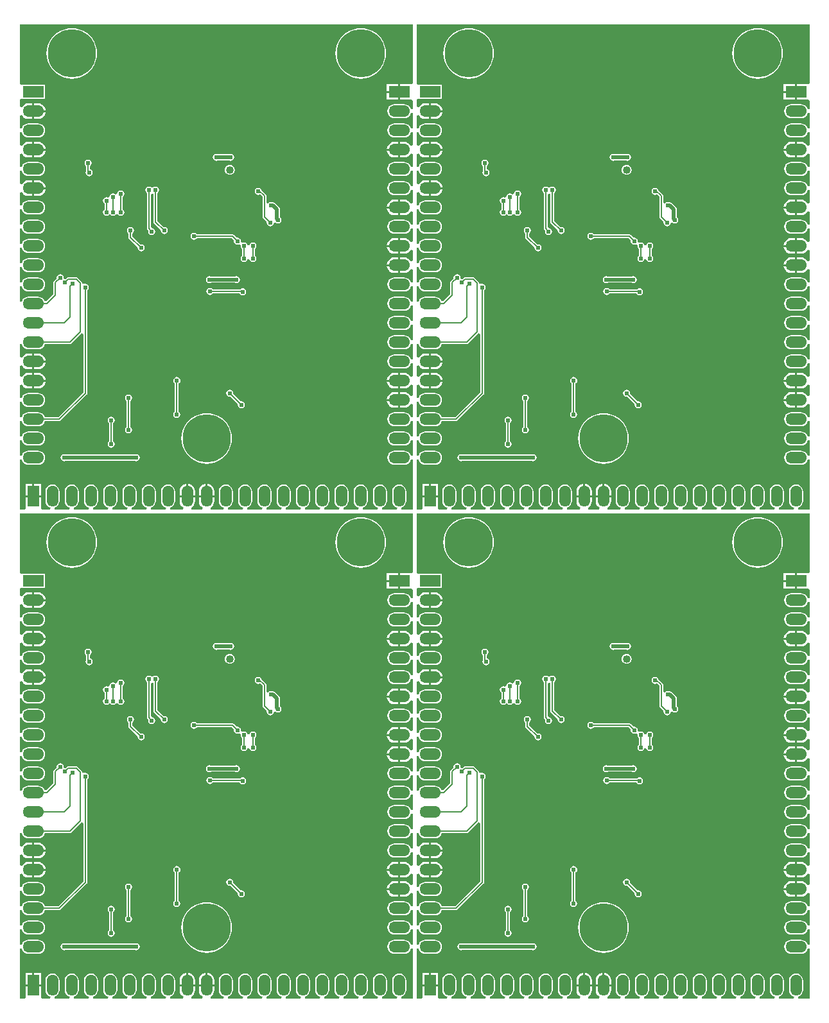
<source format=gbl>
G04 Layer_Physical_Order=2*
G04 Layer_Color=16711680*
%FSLAX25Y25*%
%MOIN*%
G70*
G01*
G75*
%ADD18C,0.00800*%
%ADD19C,0.02000*%
%ADD22C,0.25000*%
%ADD23O,0.11000X0.06000*%
%ADD24R,0.11000X0.06000*%
%ADD25O,0.06000X0.11000*%
%ADD26R,0.06000X0.11000*%
%ADD27C,0.02402*%
%ADD28C,0.02400*%
%ADD29C,0.02600*%
%ADD30C,0.04000*%
G36*
X410981Y476801D02*
X410500Y476000D01*
X409980Y476000D01*
X404500D01*
Y472000D01*
Y468000D01*
X409980D01*
X410500Y468000D01*
X410981Y467199D01*
Y463102D01*
X410007Y462940D01*
X409645Y463815D01*
X409067Y464568D01*
X408316Y465145D01*
X407440Y465507D01*
X406500Y465631D01*
X401500D01*
X400560Y465507D01*
X399685Y465145D01*
X398933Y464568D01*
X398355Y463815D01*
X397993Y462940D01*
X397869Y462000D01*
X397993Y461060D01*
X398355Y460184D01*
X398933Y459432D01*
X399685Y458855D01*
X400560Y458493D01*
X401500Y458369D01*
X406500D01*
X407440Y458493D01*
X408316Y458855D01*
X409067Y459432D01*
X409645Y460184D01*
X410007Y461060D01*
X410981Y460898D01*
Y453102D01*
X410007Y452940D01*
X409645Y453816D01*
X409067Y454568D01*
X408316Y455145D01*
X407440Y455507D01*
X406500Y455631D01*
X401500D01*
X400560Y455507D01*
X399685Y455145D01*
X398933Y454568D01*
X398355Y453816D01*
X397993Y452940D01*
X397869Y452000D01*
X397993Y451060D01*
X398355Y450184D01*
X398933Y449432D01*
X399685Y448855D01*
X400560Y448493D01*
X401500Y448369D01*
X406500D01*
X407440Y448493D01*
X408316Y448855D01*
X409067Y449432D01*
X409645Y450184D01*
X410007Y451060D01*
X410981Y450898D01*
Y444249D01*
X410038Y444028D01*
X409980Y444035D01*
X409353Y444853D01*
X408517Y445494D01*
X407544Y445897D01*
X406500Y446034D01*
X404500D01*
Y442000D01*
Y437965D01*
X406500D01*
X407544Y438103D01*
X408517Y438506D01*
X409353Y439147D01*
X409980Y439965D01*
X410038Y439972D01*
X410981Y439751D01*
Y433102D01*
X410007Y432940D01*
X409645Y433815D01*
X409067Y434568D01*
X408316Y435145D01*
X407440Y435507D01*
X406500Y435631D01*
X401500D01*
X400560Y435507D01*
X399685Y435145D01*
X398933Y434568D01*
X398355Y433815D01*
X397993Y432940D01*
X397869Y432000D01*
X397993Y431060D01*
X398355Y430185D01*
X398933Y429432D01*
X399685Y428855D01*
X400560Y428493D01*
X401500Y428369D01*
X406500D01*
X407440Y428493D01*
X408316Y428855D01*
X409067Y429432D01*
X409645Y430185D01*
X410007Y431060D01*
X410981Y430898D01*
Y423102D01*
X410007Y422940D01*
X409645Y423815D01*
X409067Y424568D01*
X408316Y425145D01*
X407440Y425507D01*
X406500Y425631D01*
X401500D01*
X400560Y425507D01*
X399685Y425145D01*
X398933Y424568D01*
X398355Y423815D01*
X397993Y422940D01*
X397869Y422000D01*
X397993Y421060D01*
X398355Y420185D01*
X398933Y419432D01*
X399685Y418855D01*
X400560Y418493D01*
X401500Y418369D01*
X406500D01*
X407440Y418493D01*
X408316Y418855D01*
X409067Y419432D01*
X409645Y420185D01*
X410007Y421060D01*
X410981Y420898D01*
Y414249D01*
X410038Y414028D01*
X409980Y414035D01*
X409353Y414853D01*
X408517Y415494D01*
X407544Y415897D01*
X406500Y416035D01*
X404500D01*
Y412000D01*
Y407966D01*
X406500D01*
X407544Y408103D01*
X408517Y408506D01*
X409353Y409147D01*
X409980Y409965D01*
X410038Y409972D01*
X410981Y409751D01*
Y403102D01*
X410007Y402940D01*
X409645Y403816D01*
X409067Y404567D01*
X408316Y405145D01*
X407440Y405507D01*
X406500Y405631D01*
X401500D01*
X400560Y405507D01*
X399685Y405145D01*
X398933Y404567D01*
X398355Y403816D01*
X397993Y402940D01*
X397869Y402000D01*
X397993Y401060D01*
X398355Y400184D01*
X398933Y399432D01*
X399685Y398855D01*
X400560Y398493D01*
X401500Y398369D01*
X406500D01*
X407440Y398493D01*
X408316Y398855D01*
X409067Y399432D01*
X409645Y400184D01*
X410007Y401060D01*
X410981Y400898D01*
Y394249D01*
X410038Y394027D01*
X409980Y394035D01*
X409353Y394853D01*
X408517Y395494D01*
X407544Y395897D01*
X406500Y396035D01*
X404500D01*
Y392000D01*
Y387965D01*
X406500D01*
X407544Y388103D01*
X408517Y388506D01*
X409353Y389147D01*
X409980Y389965D01*
X410038Y389972D01*
X410981Y389751D01*
Y384249D01*
X410038Y384028D01*
X409980Y384035D01*
X409353Y384853D01*
X408517Y385494D01*
X407544Y385897D01*
X406500Y386034D01*
X404500D01*
Y382000D01*
Y377965D01*
X406500D01*
X407544Y378103D01*
X408517Y378506D01*
X409353Y379147D01*
X409980Y379965D01*
X410038Y379973D01*
X410981Y379751D01*
Y373102D01*
X410007Y372940D01*
X409645Y373815D01*
X409067Y374568D01*
X408316Y375145D01*
X407440Y375507D01*
X406500Y375631D01*
X401500D01*
X400560Y375507D01*
X399685Y375145D01*
X398933Y374568D01*
X398355Y373815D01*
X397993Y372940D01*
X397869Y372000D01*
X397993Y371060D01*
X398355Y370184D01*
X398933Y369432D01*
X399685Y368855D01*
X400560Y368493D01*
X401500Y368369D01*
X406500D01*
X407440Y368493D01*
X408316Y368855D01*
X409067Y369432D01*
X409645Y370184D01*
X410007Y371060D01*
X410981Y370898D01*
Y363102D01*
X410007Y362940D01*
X409645Y363815D01*
X409067Y364567D01*
X408316Y365145D01*
X407440Y365507D01*
X406500Y365631D01*
X401500D01*
X400560Y365507D01*
X399685Y365145D01*
X398933Y364567D01*
X398355Y363815D01*
X397993Y362940D01*
X397869Y362000D01*
X397993Y361060D01*
X398355Y360185D01*
X398933Y359433D01*
X399685Y358855D01*
X400560Y358493D01*
X401500Y358369D01*
X406500D01*
X407440Y358493D01*
X408316Y358855D01*
X409067Y359433D01*
X409645Y360185D01*
X410007Y361060D01*
X410981Y360898D01*
Y353102D01*
X410007Y352940D01*
X409645Y353816D01*
X409067Y354568D01*
X408316Y355145D01*
X407440Y355507D01*
X406500Y355631D01*
X401500D01*
X400560Y355507D01*
X399685Y355145D01*
X398933Y354568D01*
X398355Y353816D01*
X397993Y352940D01*
X397869Y352000D01*
X397993Y351060D01*
X398355Y350184D01*
X398933Y349432D01*
X399685Y348855D01*
X400560Y348493D01*
X401500Y348369D01*
X406500D01*
X407440Y348493D01*
X408316Y348855D01*
X409067Y349432D01*
X409645Y350184D01*
X410007Y351060D01*
X410981Y350898D01*
Y343102D01*
X410007Y342940D01*
X409645Y343815D01*
X409067Y344567D01*
X408316Y345145D01*
X407440Y345507D01*
X406500Y345631D01*
X401500D01*
X400560Y345507D01*
X399685Y345145D01*
X398933Y344567D01*
X398355Y343815D01*
X397993Y342940D01*
X397869Y342000D01*
X397993Y341060D01*
X398355Y340184D01*
X398933Y339433D01*
X399685Y338855D01*
X400560Y338493D01*
X401500Y338369D01*
X406500D01*
X407440Y338493D01*
X408316Y338855D01*
X409067Y339433D01*
X409645Y340184D01*
X410007Y341060D01*
X410981Y340898D01*
Y333102D01*
X410007Y332940D01*
X409645Y333816D01*
X409067Y334567D01*
X408316Y335145D01*
X407440Y335507D01*
X406500Y335631D01*
X401500D01*
X400560Y335507D01*
X399685Y335145D01*
X398933Y334567D01*
X398355Y333816D01*
X397993Y332940D01*
X397869Y332000D01*
X397993Y331060D01*
X398355Y330185D01*
X398933Y329433D01*
X399685Y328855D01*
X400560Y328493D01*
X401500Y328369D01*
X406500D01*
X407440Y328493D01*
X408316Y328855D01*
X409067Y329433D01*
X409645Y330185D01*
X410007Y331060D01*
X410981Y330898D01*
Y324249D01*
X410038Y324027D01*
X409980Y324035D01*
X409353Y324853D01*
X408517Y325494D01*
X407544Y325897D01*
X406500Y326034D01*
X404500D01*
Y322000D01*
Y317966D01*
X406500D01*
X407544Y318103D01*
X408517Y318506D01*
X409353Y319147D01*
X409980Y319965D01*
X410038Y319972D01*
X410981Y319751D01*
Y314249D01*
X410038Y314028D01*
X409980Y314035D01*
X409353Y314853D01*
X408517Y315494D01*
X407544Y315897D01*
X406500Y316035D01*
X404500D01*
Y312000D01*
Y307965D01*
X406500D01*
X407544Y308103D01*
X408517Y308506D01*
X409353Y309147D01*
X409980Y309965D01*
X410038Y309973D01*
X410981Y309751D01*
Y303102D01*
X410007Y302940D01*
X409645Y303816D01*
X409067Y304568D01*
X408316Y305145D01*
X407440Y305507D01*
X406500Y305631D01*
X401500D01*
X400560Y305507D01*
X399685Y305145D01*
X398933Y304568D01*
X398355Y303816D01*
X397993Y302940D01*
X397869Y302000D01*
X397993Y301060D01*
X398355Y300184D01*
X398933Y299432D01*
X399685Y298855D01*
X400560Y298493D01*
X401500Y298369D01*
X406500D01*
X407440Y298493D01*
X408316Y298855D01*
X409067Y299432D01*
X409645Y300184D01*
X410007Y301060D01*
X410981Y300898D01*
Y293102D01*
X410007Y292940D01*
X409645Y293815D01*
X409067Y294567D01*
X408316Y295145D01*
X407440Y295507D01*
X406500Y295631D01*
X401500D01*
X400560Y295507D01*
X399685Y295145D01*
X398933Y294567D01*
X398355Y293815D01*
X397993Y292940D01*
X397869Y292000D01*
X397993Y291060D01*
X398355Y290184D01*
X398933Y289433D01*
X399685Y288855D01*
X400560Y288493D01*
X401500Y288369D01*
X406500D01*
X407440Y288493D01*
X408316Y288855D01*
X409067Y289433D01*
X409645Y290184D01*
X410007Y291060D01*
X410981Y290898D01*
Y283102D01*
X410007Y282940D01*
X409645Y283816D01*
X409067Y284567D01*
X408316Y285145D01*
X407440Y285507D01*
X406500Y285631D01*
X401500D01*
X400560Y285507D01*
X399685Y285145D01*
X398933Y284567D01*
X398355Y283816D01*
X397993Y282940D01*
X397869Y282000D01*
X397993Y281060D01*
X398355Y280185D01*
X398933Y279433D01*
X399685Y278855D01*
X400560Y278493D01*
X401500Y278369D01*
X406500D01*
X407440Y278493D01*
X408316Y278855D01*
X409067Y279433D01*
X409645Y280185D01*
X410007Y281060D01*
X410981Y280898D01*
Y255019D01*
X405102D01*
X404940Y255993D01*
X405816Y256355D01*
X406567Y256932D01*
X407145Y257684D01*
X407507Y258560D01*
X407631Y259500D01*
Y264500D01*
X407507Y265440D01*
X407145Y266316D01*
X406567Y267068D01*
X405816Y267645D01*
X404940Y268007D01*
X404000Y268131D01*
X403060Y268007D01*
X402184Y267645D01*
X401433Y267068D01*
X400855Y266316D01*
X400493Y265440D01*
X400369Y264500D01*
Y259500D01*
X400493Y258560D01*
X400855Y257684D01*
X401433Y256932D01*
X402184Y256355D01*
X403060Y255993D01*
X402898Y255019D01*
X395102D01*
X394940Y255993D01*
X395815Y256355D01*
X396568Y256932D01*
X397145Y257684D01*
X397507Y258560D01*
X397631Y259500D01*
Y264500D01*
X397507Y265440D01*
X397145Y266316D01*
X396568Y267068D01*
X395815Y267645D01*
X394940Y268007D01*
X394000Y268131D01*
X393060Y268007D01*
X392184Y267645D01*
X391432Y267068D01*
X390855Y266316D01*
X390493Y265440D01*
X390369Y264500D01*
Y259500D01*
X390493Y258560D01*
X390855Y257684D01*
X391432Y256932D01*
X392184Y256355D01*
X393060Y255993D01*
X392898Y255019D01*
X385102D01*
X384940Y255993D01*
X385816Y256355D01*
X386567Y256932D01*
X387145Y257684D01*
X387507Y258560D01*
X387631Y259500D01*
Y264500D01*
X387507Y265440D01*
X387145Y266316D01*
X386567Y267068D01*
X385816Y267645D01*
X384940Y268007D01*
X384000Y268131D01*
X383060Y268007D01*
X382185Y267645D01*
X381433Y267068D01*
X380855Y266316D01*
X380493Y265440D01*
X380369Y264500D01*
Y259500D01*
X380493Y258560D01*
X380855Y257684D01*
X381433Y256932D01*
X382185Y256355D01*
X383060Y255993D01*
X382898Y255019D01*
X375102D01*
X374940Y255993D01*
X375816Y256355D01*
X376568Y256932D01*
X377145Y257684D01*
X377507Y258560D01*
X377631Y259500D01*
Y264500D01*
X377507Y265440D01*
X377145Y266316D01*
X376568Y267068D01*
X375816Y267645D01*
X374940Y268007D01*
X374000Y268131D01*
X373060Y268007D01*
X372184Y267645D01*
X371432Y267068D01*
X370855Y266316D01*
X370493Y265440D01*
X370369Y264500D01*
Y259500D01*
X370493Y258560D01*
X370855Y257684D01*
X371432Y256932D01*
X372184Y256355D01*
X373060Y255993D01*
X372898Y255019D01*
X365102D01*
X364940Y255993D01*
X365815Y256355D01*
X366567Y256932D01*
X367145Y257684D01*
X367507Y258560D01*
X367631Y259500D01*
Y264500D01*
X367507Y265440D01*
X367145Y266316D01*
X366567Y267068D01*
X365815Y267645D01*
X364940Y268007D01*
X364000Y268131D01*
X363060Y268007D01*
X362185Y267645D01*
X361433Y267068D01*
X360855Y266316D01*
X360493Y265440D01*
X360369Y264500D01*
Y259500D01*
X360493Y258560D01*
X360855Y257684D01*
X361433Y256932D01*
X362185Y256355D01*
X363060Y255993D01*
X362898Y255019D01*
X355102D01*
X354940Y255993D01*
X355816Y256355D01*
X356568Y256932D01*
X357145Y257684D01*
X357507Y258560D01*
X357631Y259500D01*
Y264500D01*
X357507Y265440D01*
X357145Y266316D01*
X356568Y267068D01*
X355816Y267645D01*
X354940Y268007D01*
X354000Y268131D01*
X353060Y268007D01*
X352185Y267645D01*
X351432Y267068D01*
X350855Y266316D01*
X350493Y265440D01*
X350369Y264500D01*
Y259500D01*
X350493Y258560D01*
X350855Y257684D01*
X351432Y256932D01*
X352185Y256355D01*
X353060Y255993D01*
X352898Y255019D01*
X345102D01*
X344940Y255993D01*
X345815Y256355D01*
X346568Y256932D01*
X347145Y257684D01*
X347507Y258560D01*
X347631Y259500D01*
Y264500D01*
X347507Y265440D01*
X347145Y266316D01*
X346568Y267068D01*
X345815Y267645D01*
X344940Y268007D01*
X344000Y268131D01*
X343060Y268007D01*
X342184Y267645D01*
X341432Y267068D01*
X340855Y266316D01*
X340493Y265440D01*
X340369Y264500D01*
Y259500D01*
X340493Y258560D01*
X340855Y257684D01*
X341432Y256932D01*
X342184Y256355D01*
X343060Y255993D01*
X342898Y255019D01*
X335102D01*
X334940Y255993D01*
X335816Y256355D01*
X336567Y256932D01*
X337145Y257684D01*
X337507Y258560D01*
X337631Y259500D01*
Y264500D01*
X337507Y265440D01*
X337145Y266316D01*
X336567Y267068D01*
X335816Y267645D01*
X334940Y268007D01*
X334000Y268131D01*
X333060Y268007D01*
X332185Y267645D01*
X331433Y267068D01*
X330855Y266316D01*
X330493Y265440D01*
X330369Y264500D01*
Y259500D01*
X330493Y258560D01*
X330855Y257684D01*
X331433Y256932D01*
X332185Y256355D01*
X333060Y255993D01*
X332898Y255019D01*
X325102D01*
X324940Y255993D01*
X325816Y256355D01*
X326568Y256932D01*
X327145Y257684D01*
X327507Y258560D01*
X327631Y259500D01*
Y264500D01*
X327507Y265440D01*
X327145Y266316D01*
X326568Y267068D01*
X325816Y267645D01*
X324940Y268007D01*
X324000Y268131D01*
X323060Y268007D01*
X322184Y267645D01*
X321432Y267068D01*
X320855Y266316D01*
X320493Y265440D01*
X320369Y264500D01*
Y259500D01*
X320493Y258560D01*
X320855Y257684D01*
X321432Y256932D01*
X322184Y256355D01*
X323060Y255993D01*
X322898Y255019D01*
X315102D01*
X314940Y255993D01*
X315815Y256355D01*
X316567Y256932D01*
X317145Y257684D01*
X317507Y258560D01*
X317631Y259500D01*
Y264500D01*
X317507Y265440D01*
X317145Y266316D01*
X316567Y267068D01*
X315815Y267645D01*
X314940Y268007D01*
X314000Y268131D01*
X313060Y268007D01*
X312185Y267645D01*
X311433Y267068D01*
X310855Y266316D01*
X310493Y265440D01*
X310369Y264500D01*
Y259500D01*
X310493Y258560D01*
X310855Y257684D01*
X311433Y256932D01*
X312185Y256355D01*
X313060Y255993D01*
X312898Y255019D01*
X306249D01*
X306028Y255962D01*
X306035Y256019D01*
X306853Y256647D01*
X307494Y257483D01*
X307897Y258456D01*
X308034Y259500D01*
Y261500D01*
X304000D01*
X299966D01*
Y259500D01*
X300103Y258456D01*
X300506Y257483D01*
X301147Y256647D01*
X301965Y256019D01*
X301973Y255962D01*
X301751Y255019D01*
X296249D01*
X296027Y255962D01*
X296035Y256019D01*
X296853Y256647D01*
X297494Y257483D01*
X297897Y258456D01*
X298035Y259500D01*
Y261500D01*
X294000D01*
X289966D01*
Y259500D01*
X290103Y258456D01*
X290506Y257483D01*
X291147Y256647D01*
X291965Y256019D01*
X291972Y255962D01*
X291751Y255019D01*
X285102D01*
X284940Y255993D01*
X285816Y256355D01*
X286567Y256932D01*
X287145Y257684D01*
X287507Y258560D01*
X287631Y259500D01*
Y264500D01*
X287507Y265440D01*
X287145Y266316D01*
X286567Y267068D01*
X285816Y267645D01*
X284940Y268007D01*
X284000Y268131D01*
X283060Y268007D01*
X282185Y267645D01*
X281433Y267068D01*
X280855Y266316D01*
X280493Y265440D01*
X280369Y264500D01*
Y259500D01*
X280493Y258560D01*
X280855Y257684D01*
X281433Y256932D01*
X282185Y256355D01*
X283060Y255993D01*
X282898Y255019D01*
X275102D01*
X274940Y255993D01*
X275816Y256355D01*
X276568Y256932D01*
X277145Y257684D01*
X277507Y258560D01*
X277631Y259500D01*
Y264500D01*
X277507Y265440D01*
X277145Y266316D01*
X276568Y267068D01*
X275816Y267645D01*
X274940Y268007D01*
X274000Y268131D01*
X273060Y268007D01*
X272184Y267645D01*
X271432Y267068D01*
X270855Y266316D01*
X270493Y265440D01*
X270369Y264500D01*
Y259500D01*
X270493Y258560D01*
X270855Y257684D01*
X271432Y256932D01*
X272184Y256355D01*
X273060Y255993D01*
X272898Y255019D01*
X265102D01*
X264940Y255993D01*
X265815Y256355D01*
X266567Y256932D01*
X267145Y257684D01*
X267507Y258560D01*
X267631Y259500D01*
Y264500D01*
X267507Y265440D01*
X267145Y266316D01*
X266567Y267068D01*
X265815Y267645D01*
X264940Y268007D01*
X264000Y268131D01*
X263060Y268007D01*
X262185Y267645D01*
X261433Y267068D01*
X260855Y266316D01*
X260493Y265440D01*
X260369Y264500D01*
Y259500D01*
X260493Y258560D01*
X260855Y257684D01*
X261433Y256932D01*
X262185Y256355D01*
X263060Y255993D01*
X262898Y255019D01*
X255102D01*
X254940Y255993D01*
X255816Y256355D01*
X256568Y256932D01*
X257145Y257684D01*
X257507Y258560D01*
X257631Y259500D01*
Y264500D01*
X257507Y265440D01*
X257145Y266316D01*
X256568Y267068D01*
X255816Y267645D01*
X254940Y268007D01*
X254000Y268131D01*
X253060Y268007D01*
X252185Y267645D01*
X251432Y267068D01*
X250855Y266316D01*
X250493Y265440D01*
X250369Y264500D01*
Y259500D01*
X250493Y258560D01*
X250855Y257684D01*
X251432Y256932D01*
X252185Y256355D01*
X253060Y255993D01*
X252898Y255019D01*
X245102D01*
X244940Y255993D01*
X245815Y256355D01*
X246568Y256932D01*
X247145Y257684D01*
X247507Y258560D01*
X247631Y259500D01*
Y264500D01*
X247507Y265440D01*
X247145Y266316D01*
X246568Y267068D01*
X245815Y267645D01*
X244940Y268007D01*
X244000Y268131D01*
X243060Y268007D01*
X242184Y267645D01*
X241432Y267068D01*
X240855Y266316D01*
X240493Y265440D01*
X240369Y264500D01*
Y259500D01*
X240493Y258560D01*
X240855Y257684D01*
X241432Y256932D01*
X242184Y256355D01*
X243060Y255993D01*
X242898Y255019D01*
X235102D01*
X234940Y255993D01*
X235816Y256355D01*
X236567Y256932D01*
X237145Y257684D01*
X237507Y258560D01*
X237631Y259500D01*
Y264500D01*
X237507Y265440D01*
X237145Y266316D01*
X236567Y267068D01*
X235816Y267645D01*
X234940Y268007D01*
X234000Y268131D01*
X233060Y268007D01*
X232185Y267645D01*
X231433Y267068D01*
X230855Y266316D01*
X230493Y265440D01*
X230369Y264500D01*
Y259500D01*
X230493Y258560D01*
X230855Y257684D01*
X231433Y256932D01*
X232185Y256355D01*
X233060Y255993D01*
X232898Y255019D01*
X225102D01*
X224940Y255993D01*
X225816Y256355D01*
X226568Y256932D01*
X227145Y257684D01*
X227507Y258560D01*
X227631Y259500D01*
Y264500D01*
X227507Y265440D01*
X227145Y266316D01*
X226568Y267068D01*
X225816Y267645D01*
X224940Y268007D01*
X224000Y268131D01*
X223060Y268007D01*
X222184Y267645D01*
X221432Y267068D01*
X220855Y266316D01*
X220493Y265440D01*
X220369Y264500D01*
Y259500D01*
X220493Y258560D01*
X220855Y257684D01*
X221432Y256932D01*
X222184Y256355D01*
X223060Y255993D01*
X222898Y255019D01*
X218801D01*
X218000Y255500D01*
X218000Y256019D01*
Y261500D01*
X214000D01*
X210000D01*
Y256019D01*
X210000Y255500D01*
X209199Y255019D01*
X207019D01*
Y280898D01*
X207993Y281060D01*
X208355Y280185D01*
X208932Y279433D01*
X209684Y278855D01*
X210560Y278493D01*
X211500Y278369D01*
X216500D01*
X217440Y278493D01*
X218316Y278855D01*
X219068Y279433D01*
X219645Y280185D01*
X220007Y281060D01*
X220131Y282000D01*
X220007Y282940D01*
X219645Y283816D01*
X219068Y284567D01*
X218316Y285145D01*
X217440Y285507D01*
X216500Y285631D01*
X211500D01*
X210560Y285507D01*
X209684Y285145D01*
X208932Y284567D01*
X208355Y283816D01*
X207993Y282940D01*
X207019Y283102D01*
Y290898D01*
X207993Y291060D01*
X208355Y290184D01*
X208932Y289433D01*
X209684Y288855D01*
X210560Y288493D01*
X211500Y288369D01*
X216500D01*
X217440Y288493D01*
X218316Y288855D01*
X219068Y289433D01*
X219645Y290184D01*
X220007Y291060D01*
X220131Y292000D01*
X220007Y292940D01*
X219645Y293815D01*
X219068Y294567D01*
X218316Y295145D01*
X217440Y295507D01*
X216500Y295631D01*
X211500D01*
X210560Y295507D01*
X209684Y295145D01*
X208932Y294567D01*
X208355Y293815D01*
X207993Y292940D01*
X207019Y293102D01*
Y300898D01*
X207993Y301060D01*
X208355Y300184D01*
X208932Y299432D01*
X209684Y298855D01*
X210560Y298493D01*
X211500Y298369D01*
X216500D01*
X217440Y298493D01*
X218316Y298855D01*
X219068Y299432D01*
X219645Y300184D01*
X219974Y300980D01*
X227500D01*
X227890Y301058D01*
X228221Y301279D01*
X241721Y314779D01*
X241942Y315110D01*
X242020Y315500D01*
Y369016D01*
X242298Y369202D01*
X242696Y369798D01*
X242835Y370500D01*
X242696Y371202D01*
X242298Y371798D01*
X241702Y372196D01*
X241000Y372335D01*
X240520Y372240D01*
X239888Y372530D01*
X239488Y372857D01*
X239442Y373090D01*
X239221Y373421D01*
X237221Y375421D01*
X236890Y375642D01*
X236500Y375720D01*
X232200D01*
X231810Y375642D01*
X231479Y375421D01*
X230828Y374770D01*
X230500Y374835D01*
X229835Y375500D01*
X229696Y376202D01*
X229298Y376798D01*
X228702Y377196D01*
X228000Y377335D01*
X227298Y377196D01*
X226702Y376798D01*
X226304Y376202D01*
X226165Y375500D01*
X226230Y375172D01*
X224779Y373721D01*
X224558Y373390D01*
X224480Y373000D01*
Y366922D01*
X220898Y363340D01*
X219776Y363498D01*
X219645Y363815D01*
X219068Y364567D01*
X218316Y365145D01*
X217440Y365507D01*
X216500Y365631D01*
X211500D01*
X210560Y365507D01*
X209684Y365145D01*
X208932Y364567D01*
X208355Y363815D01*
X207993Y362940D01*
X207019Y363102D01*
Y370898D01*
X207993Y371060D01*
X208355Y370184D01*
X208932Y369432D01*
X209684Y368855D01*
X210560Y368493D01*
X211500Y368369D01*
X216500D01*
X217440Y368493D01*
X218316Y368855D01*
X219068Y369432D01*
X219645Y370184D01*
X220007Y371060D01*
X220131Y372000D01*
X220007Y372940D01*
X219645Y373815D01*
X219068Y374568D01*
X218316Y375145D01*
X217440Y375507D01*
X216500Y375631D01*
X211500D01*
X210560Y375507D01*
X209684Y375145D01*
X208932Y374568D01*
X208355Y373815D01*
X207993Y372940D01*
X207019Y373102D01*
Y380898D01*
X207993Y381060D01*
X208355Y380185D01*
X208932Y379433D01*
X209684Y378855D01*
X210560Y378493D01*
X211500Y378369D01*
X216500D01*
X217440Y378493D01*
X218316Y378855D01*
X219068Y379433D01*
X219645Y380185D01*
X220007Y381060D01*
X220131Y382000D01*
X220007Y382940D01*
X219645Y383816D01*
X219068Y384567D01*
X218316Y385145D01*
X217440Y385507D01*
X216500Y385631D01*
X211500D01*
X210560Y385507D01*
X209684Y385145D01*
X208932Y384567D01*
X208355Y383816D01*
X207993Y382940D01*
X207019Y383102D01*
Y390898D01*
X207993Y391060D01*
X208355Y390184D01*
X208932Y389433D01*
X209684Y388855D01*
X210560Y388493D01*
X211500Y388369D01*
X216500D01*
X217440Y388493D01*
X218316Y388855D01*
X219068Y389433D01*
X219645Y390184D01*
X220007Y391060D01*
X220131Y392000D01*
X220007Y392940D01*
X219645Y393815D01*
X219068Y394567D01*
X218316Y395145D01*
X217440Y395507D01*
X216500Y395631D01*
X211500D01*
X210560Y395507D01*
X209684Y395145D01*
X208932Y394567D01*
X208355Y393815D01*
X207993Y392940D01*
X207019Y393102D01*
Y400898D01*
X207993Y401060D01*
X208355Y400184D01*
X208932Y399432D01*
X209684Y398855D01*
X210560Y398493D01*
X211500Y398369D01*
X216500D01*
X217440Y398493D01*
X218316Y398855D01*
X219068Y399432D01*
X219645Y400184D01*
X220007Y401060D01*
X220131Y402000D01*
X220007Y402940D01*
X219645Y403816D01*
X219068Y404567D01*
X218316Y405145D01*
X217440Y405507D01*
X216500Y405631D01*
X211500D01*
X210560Y405507D01*
X209684Y405145D01*
X208932Y404567D01*
X208355Y403816D01*
X207993Y402940D01*
X207019Y403102D01*
Y410898D01*
X207993Y411060D01*
X208355Y410184D01*
X208932Y409433D01*
X209684Y408855D01*
X210560Y408493D01*
X211500Y408369D01*
X216500D01*
X217440Y408493D01*
X218316Y408855D01*
X219068Y409433D01*
X219645Y410184D01*
X220007Y411060D01*
X220131Y412000D01*
X220007Y412940D01*
X219645Y413815D01*
X219068Y414568D01*
X218316Y415145D01*
X217440Y415507D01*
X216500Y415631D01*
X211500D01*
X210560Y415507D01*
X209684Y415145D01*
X208932Y414568D01*
X208355Y413815D01*
X207993Y412940D01*
X207019Y413102D01*
Y419751D01*
X207962Y419973D01*
X208019Y419965D01*
X208647Y419147D01*
X209483Y418506D01*
X210456Y418103D01*
X211500Y417966D01*
X213500D01*
Y422000D01*
Y426034D01*
X211500D01*
X210456Y425897D01*
X209483Y425494D01*
X208647Y424853D01*
X208019Y424035D01*
X207962Y424027D01*
X207019Y424249D01*
Y430898D01*
X207993Y431060D01*
X208355Y430185D01*
X208932Y429432D01*
X209684Y428855D01*
X210560Y428493D01*
X211500Y428369D01*
X216500D01*
X217440Y428493D01*
X218316Y428855D01*
X219068Y429432D01*
X219645Y430185D01*
X220007Y431060D01*
X220131Y432000D01*
X220007Y432940D01*
X219645Y433815D01*
X219068Y434568D01*
X218316Y435145D01*
X217440Y435507D01*
X216500Y435631D01*
X211500D01*
X210560Y435507D01*
X209684Y435145D01*
X208932Y434568D01*
X208355Y433815D01*
X207993Y432940D01*
X207019Y433102D01*
Y439751D01*
X207962Y439972D01*
X208019Y439965D01*
X208647Y439147D01*
X209483Y438506D01*
X210456Y438103D01*
X211500Y437965D01*
X213500D01*
Y442000D01*
Y446034D01*
X211500D01*
X210456Y445897D01*
X209483Y445494D01*
X208647Y444853D01*
X208019Y444035D01*
X207962Y444028D01*
X207019Y444249D01*
Y450898D01*
X207993Y451060D01*
X208355Y450184D01*
X208932Y449432D01*
X209684Y448855D01*
X210560Y448493D01*
X211500Y448369D01*
X216500D01*
X217440Y448493D01*
X218316Y448855D01*
X219068Y449432D01*
X219645Y450184D01*
X220007Y451060D01*
X220131Y452000D01*
X220007Y452940D01*
X219645Y453816D01*
X219068Y454568D01*
X218316Y455145D01*
X217440Y455507D01*
X216500Y455631D01*
X211500D01*
X210560Y455507D01*
X209684Y455145D01*
X208932Y454568D01*
X208355Y453816D01*
X207993Y452940D01*
X207019Y453102D01*
Y459751D01*
X207962Y459972D01*
X208019Y459965D01*
X208647Y459147D01*
X209483Y458506D01*
X210456Y458103D01*
X211500Y457966D01*
X213500D01*
Y462000D01*
Y466035D01*
X211500D01*
X210456Y465897D01*
X209483Y465494D01*
X208647Y464853D01*
X208019Y464035D01*
X207962Y464028D01*
X207019Y464249D01*
Y468111D01*
X207900Y468400D01*
X208019Y468400D01*
X220100D01*
Y475600D01*
X208019D01*
X207900Y475600D01*
X207019Y475889D01*
Y506981D01*
X410981D01*
Y476801D01*
D02*
G37*
G36*
X204980D02*
X204500Y476000D01*
X203980Y476000D01*
X198500D01*
Y472000D01*
Y468000D01*
X203980D01*
X204500Y468000D01*
X204980Y467199D01*
Y463102D01*
X204007Y462940D01*
X203645Y463815D01*
X203068Y464568D01*
X202315Y465145D01*
X201440Y465507D01*
X200500Y465631D01*
X195500D01*
X194560Y465507D01*
X193684Y465145D01*
X192932Y464568D01*
X192355Y463815D01*
X191993Y462940D01*
X191869Y462000D01*
X191993Y461060D01*
X192355Y460184D01*
X192932Y459432D01*
X193684Y458855D01*
X194560Y458493D01*
X195500Y458369D01*
X200500D01*
X201440Y458493D01*
X202315Y458855D01*
X203068Y459432D01*
X203645Y460184D01*
X204007Y461060D01*
X204980Y460898D01*
Y453102D01*
X204007Y452940D01*
X203645Y453816D01*
X203068Y454568D01*
X202315Y455145D01*
X201440Y455507D01*
X200500Y455631D01*
X195500D01*
X194560Y455507D01*
X193684Y455145D01*
X192932Y454568D01*
X192355Y453816D01*
X191993Y452940D01*
X191869Y452000D01*
X191993Y451060D01*
X192355Y450184D01*
X192932Y449432D01*
X193684Y448855D01*
X194560Y448493D01*
X195500Y448369D01*
X200500D01*
X201440Y448493D01*
X202315Y448855D01*
X203068Y449432D01*
X203645Y450184D01*
X204007Y451060D01*
X204980Y450898D01*
Y444249D01*
X204038Y444028D01*
X203980Y444035D01*
X203353Y444853D01*
X202517Y445494D01*
X201544Y445897D01*
X200500Y446034D01*
X198500D01*
Y442000D01*
Y437965D01*
X200500D01*
X201544Y438103D01*
X202517Y438506D01*
X203353Y439147D01*
X203980Y439965D01*
X204038Y439972D01*
X204980Y439751D01*
Y433102D01*
X204007Y432940D01*
X203645Y433815D01*
X203068Y434568D01*
X202315Y435145D01*
X201440Y435507D01*
X200500Y435631D01*
X195500D01*
X194560Y435507D01*
X193684Y435145D01*
X192932Y434568D01*
X192355Y433815D01*
X191993Y432940D01*
X191869Y432000D01*
X191993Y431060D01*
X192355Y430185D01*
X192932Y429432D01*
X193684Y428855D01*
X194560Y428493D01*
X195500Y428369D01*
X200500D01*
X201440Y428493D01*
X202315Y428855D01*
X203068Y429432D01*
X203645Y430185D01*
X204007Y431060D01*
X204980Y430898D01*
Y423102D01*
X204007Y422940D01*
X203645Y423815D01*
X203068Y424568D01*
X202315Y425145D01*
X201440Y425507D01*
X200500Y425631D01*
X195500D01*
X194560Y425507D01*
X193684Y425145D01*
X192932Y424568D01*
X192355Y423815D01*
X191993Y422940D01*
X191869Y422000D01*
X191993Y421060D01*
X192355Y420185D01*
X192932Y419432D01*
X193684Y418855D01*
X194560Y418493D01*
X195500Y418369D01*
X200500D01*
X201440Y418493D01*
X202315Y418855D01*
X203068Y419432D01*
X203645Y420185D01*
X204007Y421060D01*
X204980Y420898D01*
Y414249D01*
X204038Y414028D01*
X203980Y414035D01*
X203353Y414853D01*
X202517Y415494D01*
X201544Y415897D01*
X200500Y416035D01*
X198500D01*
Y412000D01*
Y407966D01*
X200500D01*
X201544Y408103D01*
X202517Y408506D01*
X203353Y409147D01*
X203980Y409965D01*
X204038Y409972D01*
X204980Y409751D01*
Y403102D01*
X204007Y402940D01*
X203645Y403816D01*
X203068Y404567D01*
X202315Y405145D01*
X201440Y405507D01*
X200500Y405631D01*
X195500D01*
X194560Y405507D01*
X193684Y405145D01*
X192932Y404567D01*
X192355Y403816D01*
X191993Y402940D01*
X191869Y402000D01*
X191993Y401060D01*
X192355Y400184D01*
X192932Y399432D01*
X193684Y398855D01*
X194560Y398493D01*
X195500Y398369D01*
X200500D01*
X201440Y398493D01*
X202315Y398855D01*
X203068Y399432D01*
X203645Y400184D01*
X204007Y401060D01*
X204980Y400898D01*
Y394249D01*
X204038Y394027D01*
X203980Y394035D01*
X203353Y394853D01*
X202517Y395494D01*
X201544Y395897D01*
X200500Y396035D01*
X198500D01*
Y392000D01*
Y387965D01*
X200500D01*
X201544Y388103D01*
X202517Y388506D01*
X203353Y389147D01*
X203980Y389965D01*
X204038Y389972D01*
X204980Y389751D01*
Y384249D01*
X204038Y384028D01*
X203980Y384035D01*
X203353Y384853D01*
X202517Y385494D01*
X201544Y385897D01*
X200500Y386034D01*
X198500D01*
Y382000D01*
Y377965D01*
X200500D01*
X201544Y378103D01*
X202517Y378506D01*
X203353Y379147D01*
X203980Y379965D01*
X204038Y379973D01*
X204980Y379751D01*
Y373102D01*
X204007Y372940D01*
X203645Y373815D01*
X203068Y374568D01*
X202315Y375145D01*
X201440Y375507D01*
X200500Y375631D01*
X195500D01*
X194560Y375507D01*
X193684Y375145D01*
X192932Y374568D01*
X192355Y373815D01*
X191993Y372940D01*
X191869Y372000D01*
X191993Y371060D01*
X192355Y370184D01*
X192932Y369432D01*
X193684Y368855D01*
X194560Y368493D01*
X195500Y368369D01*
X200500D01*
X201440Y368493D01*
X202315Y368855D01*
X203068Y369432D01*
X203645Y370184D01*
X204007Y371060D01*
X204980Y370898D01*
Y363102D01*
X204007Y362940D01*
X203645Y363815D01*
X203068Y364567D01*
X202315Y365145D01*
X201440Y365507D01*
X200500Y365631D01*
X195500D01*
X194560Y365507D01*
X193684Y365145D01*
X192932Y364567D01*
X192355Y363815D01*
X191993Y362940D01*
X191869Y362000D01*
X191993Y361060D01*
X192355Y360185D01*
X192932Y359433D01*
X193684Y358855D01*
X194560Y358493D01*
X195500Y358369D01*
X200500D01*
X201440Y358493D01*
X202315Y358855D01*
X203068Y359433D01*
X203645Y360185D01*
X204007Y361060D01*
X204980Y360898D01*
Y353102D01*
X204007Y352940D01*
X203645Y353816D01*
X203068Y354568D01*
X202315Y355145D01*
X201440Y355507D01*
X200500Y355631D01*
X195500D01*
X194560Y355507D01*
X193684Y355145D01*
X192932Y354568D01*
X192355Y353816D01*
X191993Y352940D01*
X191869Y352000D01*
X191993Y351060D01*
X192355Y350184D01*
X192932Y349432D01*
X193684Y348855D01*
X194560Y348493D01*
X195500Y348369D01*
X200500D01*
X201440Y348493D01*
X202315Y348855D01*
X203068Y349432D01*
X203645Y350184D01*
X204007Y351060D01*
X204980Y350898D01*
Y343102D01*
X204007Y342940D01*
X203645Y343815D01*
X203068Y344567D01*
X202315Y345145D01*
X201440Y345507D01*
X200500Y345631D01*
X195500D01*
X194560Y345507D01*
X193684Y345145D01*
X192932Y344567D01*
X192355Y343815D01*
X191993Y342940D01*
X191869Y342000D01*
X191993Y341060D01*
X192355Y340184D01*
X192932Y339433D01*
X193684Y338855D01*
X194560Y338493D01*
X195500Y338369D01*
X200500D01*
X201440Y338493D01*
X202315Y338855D01*
X203068Y339433D01*
X203645Y340184D01*
X204007Y341060D01*
X204980Y340898D01*
Y333102D01*
X204007Y332940D01*
X203645Y333816D01*
X203068Y334567D01*
X202315Y335145D01*
X201440Y335507D01*
X200500Y335631D01*
X195500D01*
X194560Y335507D01*
X193684Y335145D01*
X192932Y334567D01*
X192355Y333816D01*
X191993Y332940D01*
X191869Y332000D01*
X191993Y331060D01*
X192355Y330185D01*
X192932Y329433D01*
X193684Y328855D01*
X194560Y328493D01*
X195500Y328369D01*
X200500D01*
X201440Y328493D01*
X202315Y328855D01*
X203068Y329433D01*
X203645Y330185D01*
X204007Y331060D01*
X204980Y330898D01*
Y324249D01*
X204038Y324027D01*
X203980Y324035D01*
X203353Y324853D01*
X202517Y325494D01*
X201544Y325897D01*
X200500Y326034D01*
X198500D01*
Y322000D01*
Y317966D01*
X200500D01*
X201544Y318103D01*
X202517Y318506D01*
X203353Y319147D01*
X203980Y319965D01*
X204038Y319972D01*
X204980Y319751D01*
Y314249D01*
X204038Y314028D01*
X203980Y314035D01*
X203353Y314853D01*
X202517Y315494D01*
X201544Y315897D01*
X200500Y316035D01*
X198500D01*
Y312000D01*
Y307965D01*
X200500D01*
X201544Y308103D01*
X202517Y308506D01*
X203353Y309147D01*
X203980Y309965D01*
X204038Y309973D01*
X204980Y309751D01*
Y303102D01*
X204007Y302940D01*
X203645Y303816D01*
X203068Y304568D01*
X202315Y305145D01*
X201440Y305507D01*
X200500Y305631D01*
X195500D01*
X194560Y305507D01*
X193684Y305145D01*
X192932Y304568D01*
X192355Y303816D01*
X191993Y302940D01*
X191869Y302000D01*
X191993Y301060D01*
X192355Y300184D01*
X192932Y299432D01*
X193684Y298855D01*
X194560Y298493D01*
X195500Y298369D01*
X200500D01*
X201440Y298493D01*
X202315Y298855D01*
X203068Y299432D01*
X203645Y300184D01*
X204007Y301060D01*
X204980Y300898D01*
Y293102D01*
X204007Y292940D01*
X203645Y293815D01*
X203068Y294567D01*
X202315Y295145D01*
X201440Y295507D01*
X200500Y295631D01*
X195500D01*
X194560Y295507D01*
X193684Y295145D01*
X192932Y294567D01*
X192355Y293815D01*
X191993Y292940D01*
X191869Y292000D01*
X191993Y291060D01*
X192355Y290184D01*
X192932Y289433D01*
X193684Y288855D01*
X194560Y288493D01*
X195500Y288369D01*
X200500D01*
X201440Y288493D01*
X202315Y288855D01*
X203068Y289433D01*
X203645Y290184D01*
X204007Y291060D01*
X204980Y290898D01*
Y283102D01*
X204007Y282940D01*
X203645Y283816D01*
X203068Y284567D01*
X202315Y285145D01*
X201440Y285507D01*
X200500Y285631D01*
X195500D01*
X194560Y285507D01*
X193684Y285145D01*
X192932Y284567D01*
X192355Y283816D01*
X191993Y282940D01*
X191869Y282000D01*
X191993Y281060D01*
X192355Y280185D01*
X192932Y279433D01*
X193684Y278855D01*
X194560Y278493D01*
X195500Y278369D01*
X200500D01*
X201440Y278493D01*
X202315Y278855D01*
X203068Y279433D01*
X203645Y280185D01*
X204007Y281060D01*
X204980Y280898D01*
Y255019D01*
X199102D01*
X198940Y255993D01*
X199815Y256355D01*
X200568Y256932D01*
X201145Y257684D01*
X201507Y258560D01*
X201631Y259500D01*
Y264500D01*
X201507Y265440D01*
X201145Y266316D01*
X200568Y267068D01*
X199815Y267645D01*
X198940Y268007D01*
X198000Y268131D01*
X197060Y268007D01*
X196185Y267645D01*
X195432Y267068D01*
X194855Y266316D01*
X194493Y265440D01*
X194369Y264500D01*
Y259500D01*
X194493Y258560D01*
X194855Y257684D01*
X195432Y256932D01*
X196185Y256355D01*
X197060Y255993D01*
X196898Y255019D01*
X189102D01*
X188940Y255993D01*
X189815Y256355D01*
X190568Y256932D01*
X191145Y257684D01*
X191507Y258560D01*
X191631Y259500D01*
Y264500D01*
X191507Y265440D01*
X191145Y266316D01*
X190568Y267068D01*
X189815Y267645D01*
X188940Y268007D01*
X188000Y268131D01*
X187060Y268007D01*
X186185Y267645D01*
X185432Y267068D01*
X184855Y266316D01*
X184493Y265440D01*
X184369Y264500D01*
Y259500D01*
X184493Y258560D01*
X184855Y257684D01*
X185432Y256932D01*
X186185Y256355D01*
X187060Y255993D01*
X186898Y255019D01*
X179102D01*
X178940Y255993D01*
X179815Y256355D01*
X180568Y256932D01*
X181145Y257684D01*
X181507Y258560D01*
X181631Y259500D01*
Y264500D01*
X181507Y265440D01*
X181145Y266316D01*
X180568Y267068D01*
X179815Y267645D01*
X178940Y268007D01*
X178000Y268131D01*
X177060Y268007D01*
X176184Y267645D01*
X175432Y267068D01*
X174855Y266316D01*
X174493Y265440D01*
X174369Y264500D01*
Y259500D01*
X174493Y258560D01*
X174855Y257684D01*
X175432Y256932D01*
X176184Y256355D01*
X177060Y255993D01*
X176898Y255019D01*
X169102D01*
X168940Y255993D01*
X169816Y256355D01*
X170568Y256932D01*
X171145Y257684D01*
X171507Y258560D01*
X171631Y259500D01*
Y264500D01*
X171507Y265440D01*
X171145Y266316D01*
X170568Y267068D01*
X169816Y267645D01*
X168940Y268007D01*
X168000Y268131D01*
X167060Y268007D01*
X166184Y267645D01*
X165432Y267068D01*
X164855Y266316D01*
X164493Y265440D01*
X164369Y264500D01*
Y259500D01*
X164493Y258560D01*
X164855Y257684D01*
X165432Y256932D01*
X166184Y256355D01*
X167060Y255993D01*
X166898Y255019D01*
X159102D01*
X158940Y255993D01*
X159816Y256355D01*
X160568Y256932D01*
X161145Y257684D01*
X161507Y258560D01*
X161631Y259500D01*
Y264500D01*
X161507Y265440D01*
X161145Y266316D01*
X160568Y267068D01*
X159816Y267645D01*
X158940Y268007D01*
X158000Y268131D01*
X157060Y268007D01*
X156184Y267645D01*
X155432Y267068D01*
X154855Y266316D01*
X154493Y265440D01*
X154369Y264500D01*
Y259500D01*
X154493Y258560D01*
X154855Y257684D01*
X155432Y256932D01*
X156184Y256355D01*
X157060Y255993D01*
X156898Y255019D01*
X149102D01*
X148940Y255993D01*
X149815Y256355D01*
X150568Y256932D01*
X151145Y257684D01*
X151507Y258560D01*
X151631Y259500D01*
Y264500D01*
X151507Y265440D01*
X151145Y266316D01*
X150568Y267068D01*
X149815Y267645D01*
X148940Y268007D01*
X148000Y268131D01*
X147060Y268007D01*
X146185Y267645D01*
X145432Y267068D01*
X144855Y266316D01*
X144493Y265440D01*
X144369Y264500D01*
Y259500D01*
X144493Y258560D01*
X144855Y257684D01*
X145432Y256932D01*
X146185Y256355D01*
X147060Y255993D01*
X146898Y255019D01*
X139102D01*
X138940Y255993D01*
X139815Y256355D01*
X140568Y256932D01*
X141145Y257684D01*
X141507Y258560D01*
X141631Y259500D01*
Y264500D01*
X141507Y265440D01*
X141145Y266316D01*
X140568Y267068D01*
X139815Y267645D01*
X138940Y268007D01*
X138000Y268131D01*
X137060Y268007D01*
X136185Y267645D01*
X135432Y267068D01*
X134855Y266316D01*
X134493Y265440D01*
X134369Y264500D01*
Y259500D01*
X134493Y258560D01*
X134855Y257684D01*
X135432Y256932D01*
X136185Y256355D01*
X137060Y255993D01*
X136898Y255019D01*
X129102D01*
X128940Y255993D01*
X129815Y256355D01*
X130568Y256932D01*
X131145Y257684D01*
X131507Y258560D01*
X131631Y259500D01*
Y264500D01*
X131507Y265440D01*
X131145Y266316D01*
X130568Y267068D01*
X129815Y267645D01*
X128940Y268007D01*
X128000Y268131D01*
X127060Y268007D01*
X126184Y267645D01*
X125432Y267068D01*
X124855Y266316D01*
X124493Y265440D01*
X124369Y264500D01*
Y259500D01*
X124493Y258560D01*
X124855Y257684D01*
X125432Y256932D01*
X126184Y256355D01*
X127060Y255993D01*
X126898Y255019D01*
X119102D01*
X118940Y255993D01*
X119816Y256355D01*
X120568Y256932D01*
X121145Y257684D01*
X121507Y258560D01*
X121631Y259500D01*
Y264500D01*
X121507Y265440D01*
X121145Y266316D01*
X120568Y267068D01*
X119816Y267645D01*
X118940Y268007D01*
X118000Y268131D01*
X117060Y268007D01*
X116184Y267645D01*
X115432Y267068D01*
X114855Y266316D01*
X114493Y265440D01*
X114369Y264500D01*
Y259500D01*
X114493Y258560D01*
X114855Y257684D01*
X115432Y256932D01*
X116184Y256355D01*
X117060Y255993D01*
X116898Y255019D01*
X109102D01*
X108940Y255993D01*
X109816Y256355D01*
X110568Y256932D01*
X111145Y257684D01*
X111507Y258560D01*
X111631Y259500D01*
Y264500D01*
X111507Y265440D01*
X111145Y266316D01*
X110568Y267068D01*
X109816Y267645D01*
X108940Y268007D01*
X108000Y268131D01*
X107060Y268007D01*
X106184Y267645D01*
X105432Y267068D01*
X104855Y266316D01*
X104493Y265440D01*
X104369Y264500D01*
Y259500D01*
X104493Y258560D01*
X104855Y257684D01*
X105432Y256932D01*
X106184Y256355D01*
X107060Y255993D01*
X106898Y255019D01*
X100249D01*
X100028Y255962D01*
X100035Y256019D01*
X100853Y256647D01*
X101494Y257483D01*
X101897Y258456D01*
X102034Y259500D01*
Y261500D01*
X98000D01*
X93966D01*
Y259500D01*
X94103Y258456D01*
X94506Y257483D01*
X95147Y256647D01*
X95965Y256019D01*
X95973Y255962D01*
X95751Y255019D01*
X90249D01*
X90027Y255962D01*
X90035Y256019D01*
X90853Y256647D01*
X91494Y257483D01*
X91897Y258456D01*
X92035Y259500D01*
Y261500D01*
X88000D01*
Y262000D01*
D01*
Y261500D01*
X83965D01*
Y259500D01*
X84103Y258456D01*
X84506Y257483D01*
X85147Y256647D01*
X85965Y256019D01*
X85972Y255962D01*
X85751Y255019D01*
X79102D01*
X78940Y255993D01*
X79816Y256355D01*
X80568Y256932D01*
X81145Y257684D01*
X81507Y258560D01*
X81631Y259500D01*
Y264500D01*
X81507Y265440D01*
X81145Y266316D01*
X80568Y267068D01*
X79816Y267645D01*
X78940Y268007D01*
X78000Y268131D01*
X77060Y268007D01*
X76184Y267645D01*
X75432Y267068D01*
X74855Y266316D01*
X74493Y265440D01*
X74369Y264500D01*
Y259500D01*
X74493Y258560D01*
X74855Y257684D01*
X75432Y256932D01*
X76184Y256355D01*
X77060Y255993D01*
X76898Y255019D01*
X69102D01*
X68940Y255993D01*
X69815Y256355D01*
X70568Y256932D01*
X71145Y257684D01*
X71507Y258560D01*
X71631Y259500D01*
Y264500D01*
X71507Y265440D01*
X71145Y266316D01*
X70568Y267068D01*
X69815Y267645D01*
X68940Y268007D01*
X68000Y268131D01*
X67060Y268007D01*
X66185Y267645D01*
X65432Y267068D01*
X64855Y266316D01*
X64493Y265440D01*
X64369Y264500D01*
Y259500D01*
X64493Y258560D01*
X64855Y257684D01*
X65432Y256932D01*
X66185Y256355D01*
X67060Y255993D01*
X66898Y255019D01*
X59102D01*
X58940Y255993D01*
X59816Y256355D01*
X60568Y256932D01*
X61145Y257684D01*
X61507Y258560D01*
X61631Y259500D01*
Y264500D01*
X61507Y265440D01*
X61145Y266316D01*
X60568Y267068D01*
X59816Y267645D01*
X58940Y268007D01*
X58000Y268131D01*
X57060Y268007D01*
X56185Y267645D01*
X55432Y267068D01*
X54855Y266316D01*
X54493Y265440D01*
X54369Y264500D01*
Y259500D01*
X54493Y258560D01*
X54855Y257684D01*
X55432Y256932D01*
X56185Y256355D01*
X57060Y255993D01*
X56898Y255019D01*
X49102D01*
X48940Y255993D01*
X49815Y256355D01*
X50568Y256932D01*
X51145Y257684D01*
X51507Y258560D01*
X51631Y259500D01*
Y264500D01*
X51507Y265440D01*
X51145Y266316D01*
X50568Y267068D01*
X49815Y267645D01*
X48940Y268007D01*
X48000Y268131D01*
X47060Y268007D01*
X46185Y267645D01*
X45432Y267068D01*
X44855Y266316D01*
X44493Y265440D01*
X44369Y264500D01*
Y259500D01*
X44493Y258560D01*
X44855Y257684D01*
X45432Y256932D01*
X46185Y256355D01*
X47060Y255993D01*
X46898Y255019D01*
X39102D01*
X38940Y255993D01*
X39816Y256355D01*
X40567Y256932D01*
X41145Y257684D01*
X41507Y258560D01*
X41631Y259500D01*
Y264500D01*
X41507Y265440D01*
X41145Y266316D01*
X40567Y267068D01*
X39816Y267645D01*
X38940Y268007D01*
X38000Y268131D01*
X37060Y268007D01*
X36184Y267645D01*
X35432Y267068D01*
X34855Y266316D01*
X34493Y265440D01*
X34369Y264500D01*
Y259500D01*
X34493Y258560D01*
X34855Y257684D01*
X35432Y256932D01*
X36184Y256355D01*
X37060Y255993D01*
X36898Y255019D01*
X29102D01*
X28940Y255993D01*
X29816Y256355D01*
X30567Y256932D01*
X31145Y257684D01*
X31507Y258560D01*
X31631Y259500D01*
Y264500D01*
X31507Y265440D01*
X31145Y266316D01*
X30567Y267068D01*
X29816Y267645D01*
X28940Y268007D01*
X28000Y268131D01*
X27060Y268007D01*
X26184Y267645D01*
X25433Y267068D01*
X24855Y266316D01*
X24493Y265440D01*
X24369Y264500D01*
Y259500D01*
X24493Y258560D01*
X24855Y257684D01*
X25433Y256932D01*
X26184Y256355D01*
X27060Y255993D01*
X26898Y255019D01*
X19102D01*
X18940Y255993D01*
X19816Y256355D01*
X20568Y256932D01*
X21145Y257684D01*
X21507Y258560D01*
X21631Y259500D01*
Y264500D01*
X21507Y265440D01*
X21145Y266316D01*
X20568Y267068D01*
X19816Y267645D01*
X18940Y268007D01*
X18000Y268131D01*
X17060Y268007D01*
X16184Y267645D01*
X15432Y267068D01*
X14855Y266316D01*
X14493Y265440D01*
X14369Y264500D01*
Y259500D01*
X14493Y258560D01*
X14855Y257684D01*
X15432Y256932D01*
X16184Y256355D01*
X17060Y255993D01*
X16898Y255019D01*
X12801D01*
X12000Y255500D01*
X12000Y256019D01*
Y261500D01*
X8000D01*
X4000D01*
Y256019D01*
X4000Y255500D01*
X3199Y255019D01*
X1020D01*
Y280898D01*
X1993Y281060D01*
X2355Y280185D01*
X2932Y279433D01*
X3684Y278855D01*
X4560Y278493D01*
X5500Y278369D01*
X10500D01*
X11440Y278493D01*
X12315Y278855D01*
X13068Y279433D01*
X13645Y280185D01*
X14007Y281060D01*
X14131Y282000D01*
X14007Y282940D01*
X13645Y283816D01*
X13068Y284567D01*
X12315Y285145D01*
X11440Y285507D01*
X10500Y285631D01*
X5500D01*
X4560Y285507D01*
X3684Y285145D01*
X2932Y284567D01*
X2355Y283816D01*
X1993Y282940D01*
X1020Y283102D01*
Y290898D01*
X1993Y291060D01*
X2355Y290184D01*
X2932Y289433D01*
X3684Y288855D01*
X4560Y288493D01*
X5500Y288369D01*
X10500D01*
X11440Y288493D01*
X12315Y288855D01*
X13068Y289433D01*
X13645Y290184D01*
X14007Y291060D01*
X14131Y292000D01*
X14007Y292940D01*
X13645Y293815D01*
X13068Y294567D01*
X12315Y295145D01*
X11440Y295507D01*
X10500Y295631D01*
X5500D01*
X4560Y295507D01*
X3684Y295145D01*
X2932Y294567D01*
X2355Y293815D01*
X1993Y292940D01*
X1020Y293102D01*
Y300898D01*
X1993Y301060D01*
X2355Y300184D01*
X2932Y299432D01*
X3684Y298855D01*
X4560Y298493D01*
X5500Y298369D01*
X10500D01*
X11440Y298493D01*
X12315Y298855D01*
X13068Y299432D01*
X13645Y300184D01*
X13974Y300980D01*
X21500D01*
X21890Y301058D01*
X22221Y301279D01*
X35721Y314779D01*
X35942Y315110D01*
X36020Y315500D01*
Y369016D01*
X36298Y369202D01*
X36696Y369798D01*
X36835Y370500D01*
X36696Y371202D01*
X36298Y371798D01*
X35702Y372196D01*
X35000Y372335D01*
X34520Y372240D01*
X33888Y372530D01*
X33488Y372857D01*
X33442Y373090D01*
X33221Y373421D01*
X31221Y375421D01*
X30890Y375642D01*
X30500Y375720D01*
X26200D01*
X25810Y375642D01*
X25479Y375421D01*
X24828Y374770D01*
X24500Y374835D01*
X23835Y375500D01*
X23696Y376202D01*
X23298Y376798D01*
X22702Y377196D01*
X22000Y377335D01*
X21298Y377196D01*
X20702Y376798D01*
X20304Y376202D01*
X20165Y375500D01*
X20230Y375172D01*
X18779Y373721D01*
X18558Y373390D01*
X18480Y373000D01*
Y366922D01*
X14898Y363340D01*
X13776Y363498D01*
X13645Y363815D01*
X13068Y364567D01*
X12315Y365145D01*
X11440Y365507D01*
X10500Y365631D01*
X5500D01*
X4560Y365507D01*
X3684Y365145D01*
X2932Y364567D01*
X2355Y363815D01*
X1993Y362940D01*
X1020Y363102D01*
Y370898D01*
X1993Y371060D01*
X2355Y370184D01*
X2932Y369432D01*
X3684Y368855D01*
X4560Y368493D01*
X5500Y368369D01*
X10500D01*
X11440Y368493D01*
X12315Y368855D01*
X13068Y369432D01*
X13645Y370184D01*
X14007Y371060D01*
X14131Y372000D01*
X14007Y372940D01*
X13645Y373815D01*
X13068Y374568D01*
X12315Y375145D01*
X11440Y375507D01*
X10500Y375631D01*
X5500D01*
X4560Y375507D01*
X3684Y375145D01*
X2932Y374568D01*
X2355Y373815D01*
X1993Y372940D01*
X1020Y373102D01*
Y380898D01*
X1993Y381060D01*
X2355Y380185D01*
X2932Y379433D01*
X3684Y378855D01*
X4560Y378493D01*
X5500Y378369D01*
X10500D01*
X11440Y378493D01*
X12315Y378855D01*
X13068Y379433D01*
X13645Y380185D01*
X14007Y381060D01*
X14131Y382000D01*
X14007Y382940D01*
X13645Y383816D01*
X13068Y384567D01*
X12315Y385145D01*
X11440Y385507D01*
X10500Y385631D01*
X5500D01*
X4560Y385507D01*
X3684Y385145D01*
X2932Y384567D01*
X2355Y383816D01*
X1993Y382940D01*
X1020Y383102D01*
Y390898D01*
X1993Y391060D01*
X2355Y390184D01*
X2932Y389433D01*
X3684Y388855D01*
X4560Y388493D01*
X5500Y388369D01*
X10500D01*
X11440Y388493D01*
X12315Y388855D01*
X13068Y389433D01*
X13645Y390184D01*
X14007Y391060D01*
X14131Y392000D01*
X14007Y392940D01*
X13645Y393815D01*
X13068Y394567D01*
X12315Y395145D01*
X11440Y395507D01*
X10500Y395631D01*
X5500D01*
X4560Y395507D01*
X3684Y395145D01*
X2932Y394567D01*
X2355Y393815D01*
X1993Y392940D01*
X1020Y393102D01*
Y400898D01*
X1993Y401060D01*
X2355Y400184D01*
X2932Y399432D01*
X3684Y398855D01*
X4560Y398493D01*
X5500Y398369D01*
X10500D01*
X11440Y398493D01*
X12315Y398855D01*
X13068Y399432D01*
X13645Y400184D01*
X14007Y401060D01*
X14131Y402000D01*
X14007Y402940D01*
X13645Y403816D01*
X13068Y404567D01*
X12315Y405145D01*
X11440Y405507D01*
X10500Y405631D01*
X5500D01*
X4560Y405507D01*
X3684Y405145D01*
X2932Y404567D01*
X2355Y403816D01*
X1993Y402940D01*
X1020Y403102D01*
Y410898D01*
X1993Y411060D01*
X2355Y410184D01*
X2932Y409433D01*
X3684Y408855D01*
X4560Y408493D01*
X5500Y408369D01*
X10500D01*
X11440Y408493D01*
X12315Y408855D01*
X13068Y409433D01*
X13645Y410184D01*
X14007Y411060D01*
X14131Y412000D01*
X14007Y412940D01*
X13645Y413815D01*
X13068Y414568D01*
X12315Y415145D01*
X11440Y415507D01*
X10500Y415631D01*
X5500D01*
X4560Y415507D01*
X3684Y415145D01*
X2932Y414568D01*
X2355Y413815D01*
X1993Y412940D01*
X1020Y413102D01*
Y419751D01*
X1962Y419973D01*
X2019Y419965D01*
X2647Y419147D01*
X3483Y418506D01*
X4456Y418103D01*
X5500Y417966D01*
X7500D01*
Y422000D01*
Y426034D01*
X5500D01*
X4456Y425897D01*
X3483Y425494D01*
X2647Y424853D01*
X2019Y424035D01*
X1962Y424027D01*
X1020Y424249D01*
Y430898D01*
X1993Y431060D01*
X2355Y430185D01*
X2932Y429432D01*
X3684Y428855D01*
X4560Y428493D01*
X5500Y428369D01*
X10500D01*
X11440Y428493D01*
X12315Y428855D01*
X13068Y429432D01*
X13645Y430185D01*
X14007Y431060D01*
X14131Y432000D01*
X14007Y432940D01*
X13645Y433815D01*
X13068Y434568D01*
X12315Y435145D01*
X11440Y435507D01*
X10500Y435631D01*
X5500D01*
X4560Y435507D01*
X3684Y435145D01*
X2932Y434568D01*
X2355Y433815D01*
X1993Y432940D01*
X1020Y433102D01*
Y439751D01*
X1962Y439972D01*
X2019Y439965D01*
X2647Y439147D01*
X3483Y438506D01*
X4456Y438103D01*
X5500Y437965D01*
X7500D01*
Y442000D01*
Y446034D01*
X5500D01*
X4456Y445897D01*
X3483Y445494D01*
X2647Y444853D01*
X2019Y444035D01*
X1962Y444028D01*
X1020Y444249D01*
Y450898D01*
X1993Y451060D01*
X2355Y450184D01*
X2932Y449432D01*
X3684Y448855D01*
X4560Y448493D01*
X5500Y448369D01*
X10500D01*
X11440Y448493D01*
X12315Y448855D01*
X13068Y449432D01*
X13645Y450184D01*
X14007Y451060D01*
X14131Y452000D01*
X14007Y452940D01*
X13645Y453816D01*
X13068Y454568D01*
X12315Y455145D01*
X11440Y455507D01*
X10500Y455631D01*
X5500D01*
X4560Y455507D01*
X3684Y455145D01*
X2932Y454568D01*
X2355Y453816D01*
X1993Y452940D01*
X1020Y453102D01*
Y459751D01*
X1962Y459972D01*
X2019Y459965D01*
X2647Y459147D01*
X3483Y458506D01*
X4456Y458103D01*
X5500Y457966D01*
X7500D01*
Y462000D01*
Y466035D01*
X5500D01*
X4456Y465897D01*
X3483Y465494D01*
X2647Y464853D01*
X2019Y464035D01*
X1962Y464028D01*
X1020Y464249D01*
Y468111D01*
X1900Y468400D01*
X2019Y468400D01*
X14100D01*
Y475600D01*
X2019D01*
X1900Y475600D01*
X1020Y475889D01*
Y506981D01*
X204980D01*
Y476801D01*
D02*
G37*
G36*
X239930Y346216D02*
X239980Y346175D01*
Y315922D01*
X227078Y303020D01*
X219974D01*
X219645Y303816D01*
X219068Y304568D01*
X218316Y305145D01*
X217440Y305507D01*
X216500Y305631D01*
X211500D01*
X210560Y305507D01*
X209684Y305145D01*
X208932Y304568D01*
X208355Y303816D01*
X207993Y302940D01*
X207019Y303102D01*
Y310898D01*
X207993Y311060D01*
X208355Y310185D01*
X208932Y309433D01*
X209684Y308855D01*
X210560Y308493D01*
X211500Y308369D01*
X216500D01*
X217440Y308493D01*
X218316Y308855D01*
X219068Y309433D01*
X219645Y310185D01*
X220007Y311060D01*
X220131Y312000D01*
X220007Y312940D01*
X219645Y313815D01*
X219068Y314567D01*
X218316Y315145D01*
X217440Y315507D01*
X216500Y315631D01*
X211500D01*
X210560Y315507D01*
X209684Y315145D01*
X208932Y314567D01*
X208355Y313815D01*
X207993Y312940D01*
X207019Y313102D01*
Y319751D01*
X207962Y319972D01*
X208019Y319965D01*
X208647Y319147D01*
X209483Y318506D01*
X210456Y318103D01*
X211500Y317966D01*
X213500D01*
Y322000D01*
Y326034D01*
X211500D01*
X210456Y325897D01*
X209483Y325494D01*
X208647Y324853D01*
X208019Y324035D01*
X207962Y324027D01*
X207019Y324249D01*
Y329751D01*
X207962Y329973D01*
X208019Y329965D01*
X208647Y329147D01*
X209483Y328506D01*
X210456Y328103D01*
X211500Y327965D01*
X213500D01*
Y332000D01*
Y336034D01*
X211500D01*
X210456Y335897D01*
X209483Y335494D01*
X208647Y334853D01*
X208019Y334035D01*
X207962Y334028D01*
X207019Y334249D01*
Y340898D01*
X207993Y341060D01*
X208355Y340184D01*
X208932Y339433D01*
X209684Y338855D01*
X210560Y338493D01*
X211500Y338369D01*
X216500D01*
X217440Y338493D01*
X218316Y338855D01*
X219068Y339433D01*
X219645Y340184D01*
X219974Y340980D01*
X233000D01*
X233390Y341058D01*
X233721Y341279D01*
X238980Y346538D01*
X239930Y346216D01*
D02*
G37*
G36*
X33930D02*
X33980Y346175D01*
Y315922D01*
X21078Y303020D01*
X13974D01*
X13645Y303816D01*
X13068Y304568D01*
X12315Y305145D01*
X11440Y305507D01*
X10500Y305631D01*
X5500D01*
X4560Y305507D01*
X3684Y305145D01*
X2932Y304568D01*
X2355Y303816D01*
X1993Y302940D01*
X1020Y303102D01*
Y310898D01*
X1993Y311060D01*
X2355Y310185D01*
X2932Y309433D01*
X3684Y308855D01*
X4560Y308493D01*
X5500Y308369D01*
X10500D01*
X11440Y308493D01*
X12315Y308855D01*
X13068Y309433D01*
X13645Y310185D01*
X14007Y311060D01*
X14131Y312000D01*
X14007Y312940D01*
X13645Y313815D01*
X13068Y314567D01*
X12315Y315145D01*
X11440Y315507D01*
X10500Y315631D01*
X5500D01*
X4560Y315507D01*
X3684Y315145D01*
X2932Y314567D01*
X2355Y313815D01*
X1993Y312940D01*
X1020Y313102D01*
Y319751D01*
X1962Y319972D01*
X2019Y319965D01*
X2647Y319147D01*
X3483Y318506D01*
X4456Y318103D01*
X5500Y317966D01*
X7500D01*
Y322000D01*
Y326034D01*
X5500D01*
X4456Y325897D01*
X3483Y325494D01*
X2647Y324853D01*
X2019Y324035D01*
X1962Y324027D01*
X1020Y324249D01*
Y329751D01*
X1962Y329973D01*
X2019Y329965D01*
X2647Y329147D01*
X3483Y328506D01*
X4456Y328103D01*
X5500Y327965D01*
X7500D01*
Y332000D01*
Y336034D01*
X5500D01*
X4456Y335897D01*
X3483Y335494D01*
X2647Y334853D01*
X2019Y334035D01*
X1962Y334028D01*
X1020Y334249D01*
Y340898D01*
X1993Y341060D01*
X2355Y340184D01*
X2932Y339433D01*
X3684Y338855D01*
X4560Y338493D01*
X5500Y338369D01*
X10500D01*
X11440Y338493D01*
X12315Y338855D01*
X13068Y339433D01*
X13645Y340184D01*
X13974Y340980D01*
X27000D01*
X27390Y341058D01*
X27721Y341279D01*
X32980Y346538D01*
X33930Y346216D01*
D02*
G37*
G36*
X410981Y222801D02*
X410500Y222000D01*
X409980Y222000D01*
X404500D01*
Y218000D01*
Y214000D01*
X409980D01*
X410500Y214000D01*
X410981Y213199D01*
Y209102D01*
X410007Y208940D01*
X409645Y209816D01*
X409067Y210567D01*
X408316Y211145D01*
X407440Y211507D01*
X406500Y211631D01*
X401500D01*
X400560Y211507D01*
X399685Y211145D01*
X398933Y210567D01*
X398355Y209816D01*
X397993Y208940D01*
X397869Y208000D01*
X397993Y207060D01*
X398355Y206185D01*
X398933Y205433D01*
X399685Y204855D01*
X400560Y204493D01*
X401500Y204369D01*
X406500D01*
X407440Y204493D01*
X408316Y204855D01*
X409067Y205433D01*
X409645Y206185D01*
X410007Y207060D01*
X410981Y206898D01*
Y199102D01*
X410007Y198940D01*
X409645Y199815D01*
X409067Y200568D01*
X408316Y201145D01*
X407440Y201507D01*
X406500Y201631D01*
X401500D01*
X400560Y201507D01*
X399685Y201145D01*
X398933Y200568D01*
X398355Y199815D01*
X397993Y198940D01*
X397869Y198000D01*
X397993Y197060D01*
X398355Y196185D01*
X398933Y195432D01*
X399685Y194855D01*
X400560Y194493D01*
X401500Y194369D01*
X406500D01*
X407440Y194493D01*
X408316Y194855D01*
X409067Y195432D01*
X409645Y196185D01*
X410007Y197060D01*
X410981Y196898D01*
Y190249D01*
X410038Y190027D01*
X409980Y190035D01*
X409353Y190853D01*
X408517Y191494D01*
X407544Y191897D01*
X406500Y192034D01*
X404500D01*
Y188000D01*
Y183966D01*
X406500D01*
X407544Y184103D01*
X408517Y184506D01*
X409353Y185147D01*
X409980Y185965D01*
X410038Y185972D01*
X410981Y185751D01*
Y179102D01*
X410007Y178940D01*
X409645Y179815D01*
X409067Y180568D01*
X408316Y181145D01*
X407440Y181507D01*
X406500Y181631D01*
X401500D01*
X400560Y181507D01*
X399685Y181145D01*
X398933Y180568D01*
X398355Y179815D01*
X397993Y178940D01*
X397869Y178000D01*
X397993Y177060D01*
X398355Y176184D01*
X398933Y175432D01*
X399685Y174855D01*
X400560Y174493D01*
X401500Y174369D01*
X406500D01*
X407440Y174493D01*
X408316Y174855D01*
X409067Y175432D01*
X409645Y176184D01*
X410007Y177060D01*
X410981Y176898D01*
Y169102D01*
X410007Y168940D01*
X409645Y169816D01*
X409067Y170568D01*
X408316Y171145D01*
X407440Y171507D01*
X406500Y171631D01*
X401500D01*
X400560Y171507D01*
X399685Y171145D01*
X398933Y170568D01*
X398355Y169816D01*
X397993Y168940D01*
X397869Y168000D01*
X397993Y167060D01*
X398355Y166184D01*
X398933Y165432D01*
X399685Y164855D01*
X400560Y164493D01*
X401500Y164369D01*
X406500D01*
X407440Y164493D01*
X408316Y164855D01*
X409067Y165432D01*
X409645Y166184D01*
X410007Y167060D01*
X410981Y166898D01*
Y160249D01*
X410038Y160028D01*
X409980Y160035D01*
X409353Y160853D01*
X408517Y161494D01*
X407544Y161897D01*
X406500Y162034D01*
X404500D01*
Y158000D01*
Y153965D01*
X406500D01*
X407544Y154103D01*
X408517Y154506D01*
X409353Y155147D01*
X409980Y155965D01*
X410038Y155973D01*
X410981Y155751D01*
Y149102D01*
X410007Y148940D01*
X409645Y149815D01*
X409067Y150568D01*
X408316Y151145D01*
X407440Y151507D01*
X406500Y151631D01*
X401500D01*
X400560Y151507D01*
X399685Y151145D01*
X398933Y150568D01*
X398355Y149815D01*
X397993Y148940D01*
X397869Y148000D01*
X397993Y147060D01*
X398355Y146185D01*
X398933Y145432D01*
X399685Y144855D01*
X400560Y144493D01*
X401500Y144369D01*
X406500D01*
X407440Y144493D01*
X408316Y144855D01*
X409067Y145432D01*
X409645Y146185D01*
X410007Y147060D01*
X410981Y146898D01*
Y140249D01*
X410038Y140027D01*
X409980Y140035D01*
X409353Y140853D01*
X408517Y141494D01*
X407544Y141897D01*
X406500Y142034D01*
X404500D01*
Y138000D01*
Y133966D01*
X406500D01*
X407544Y134103D01*
X408517Y134506D01*
X409353Y135147D01*
X409980Y135965D01*
X410038Y135972D01*
X410981Y135751D01*
Y130249D01*
X410038Y130027D01*
X409980Y130035D01*
X409353Y130853D01*
X408517Y131494D01*
X407544Y131897D01*
X406500Y132035D01*
X404500D01*
Y128000D01*
Y123966D01*
X406500D01*
X407544Y124103D01*
X408517Y124506D01*
X409353Y125147D01*
X409980Y125965D01*
X410038Y125972D01*
X410981Y125751D01*
Y119102D01*
X410007Y118940D01*
X409645Y119816D01*
X409067Y120568D01*
X408316Y121145D01*
X407440Y121507D01*
X406500Y121631D01*
X401500D01*
X400560Y121507D01*
X399685Y121145D01*
X398933Y120568D01*
X398355Y119816D01*
X397993Y118940D01*
X397869Y118000D01*
X397993Y117060D01*
X398355Y116184D01*
X398933Y115432D01*
X399685Y114855D01*
X400560Y114493D01*
X401500Y114369D01*
X406500D01*
X407440Y114493D01*
X408316Y114855D01*
X409067Y115432D01*
X409645Y116184D01*
X410007Y117060D01*
X410981Y116898D01*
Y109102D01*
X410007Y108940D01*
X409645Y109816D01*
X409067Y110568D01*
X408316Y111145D01*
X407440Y111507D01*
X406500Y111631D01*
X401500D01*
X400560Y111507D01*
X399685Y111145D01*
X398933Y110568D01*
X398355Y109816D01*
X397993Y108940D01*
X397869Y108000D01*
X397993Y107060D01*
X398355Y106184D01*
X398933Y105432D01*
X399685Y104855D01*
X400560Y104493D01*
X401500Y104369D01*
X406500D01*
X407440Y104493D01*
X408316Y104855D01*
X409067Y105432D01*
X409645Y106184D01*
X410007Y107060D01*
X410981Y106898D01*
Y99102D01*
X410007Y98940D01*
X409645Y99815D01*
X409067Y100568D01*
X408316Y101145D01*
X407440Y101507D01*
X406500Y101631D01*
X401500D01*
X400560Y101507D01*
X399685Y101145D01*
X398933Y100568D01*
X398355Y99815D01*
X397993Y98940D01*
X397869Y98000D01*
X397993Y97060D01*
X398355Y96184D01*
X398933Y95432D01*
X399685Y94855D01*
X400560Y94493D01*
X401500Y94369D01*
X406500D01*
X407440Y94493D01*
X408316Y94855D01*
X409067Y95432D01*
X409645Y96184D01*
X410007Y97060D01*
X410981Y96898D01*
Y89102D01*
X410007Y88940D01*
X409645Y89815D01*
X409067Y90568D01*
X408316Y91145D01*
X407440Y91507D01*
X406500Y91631D01*
X401500D01*
X400560Y91507D01*
X399685Y91145D01*
X398933Y90568D01*
X398355Y89815D01*
X397993Y88940D01*
X397869Y88000D01*
X397993Y87060D01*
X398355Y86185D01*
X398933Y85432D01*
X399685Y84855D01*
X400560Y84493D01*
X401500Y84369D01*
X406500D01*
X407440Y84493D01*
X408316Y84855D01*
X409067Y85432D01*
X409645Y86185D01*
X410007Y87060D01*
X410981Y86898D01*
Y79102D01*
X410007Y78940D01*
X409645Y79816D01*
X409067Y80568D01*
X408316Y81145D01*
X407440Y81507D01*
X406500Y81631D01*
X401500D01*
X400560Y81507D01*
X399685Y81145D01*
X398933Y80568D01*
X398355Y79816D01*
X397993Y78940D01*
X397869Y78000D01*
X397993Y77060D01*
X398355Y76184D01*
X398933Y75432D01*
X399685Y74855D01*
X400560Y74493D01*
X401500Y74369D01*
X406500D01*
X407440Y74493D01*
X408316Y74855D01*
X409067Y75432D01*
X409645Y76184D01*
X410007Y77060D01*
X410981Y76898D01*
Y70249D01*
X410038Y70028D01*
X409980Y70035D01*
X409353Y70853D01*
X408517Y71494D01*
X407544Y71897D01*
X406500Y72035D01*
X404500D01*
Y68000D01*
Y63965D01*
X406500D01*
X407544Y64103D01*
X408517Y64506D01*
X409353Y65147D01*
X409980Y65965D01*
X410038Y65973D01*
X410981Y65751D01*
Y60249D01*
X410038Y60027D01*
X409980Y60035D01*
X409353Y60853D01*
X408517Y61494D01*
X407544Y61897D01*
X406500Y62034D01*
X404500D01*
Y58000D01*
Y53966D01*
X406500D01*
X407544Y54103D01*
X408517Y54506D01*
X409353Y55147D01*
X409980Y55965D01*
X410038Y55972D01*
X410981Y55751D01*
Y49102D01*
X410007Y48940D01*
X409645Y49815D01*
X409067Y50568D01*
X408316Y51145D01*
X407440Y51507D01*
X406500Y51631D01*
X401500D01*
X400560Y51507D01*
X399685Y51145D01*
X398933Y50568D01*
X398355Y49815D01*
X397993Y48940D01*
X397869Y48000D01*
X397993Y47060D01*
X398355Y46185D01*
X398933Y45432D01*
X399685Y44855D01*
X400560Y44493D01*
X401500Y44369D01*
X406500D01*
X407440Y44493D01*
X408316Y44855D01*
X409067Y45432D01*
X409645Y46185D01*
X410007Y47060D01*
X410981Y46898D01*
Y39102D01*
X410007Y38940D01*
X409645Y39816D01*
X409067Y40567D01*
X408316Y41145D01*
X407440Y41507D01*
X406500Y41631D01*
X401500D01*
X400560Y41507D01*
X399685Y41145D01*
X398933Y40567D01*
X398355Y39816D01*
X397993Y38940D01*
X397869Y38000D01*
X397993Y37060D01*
X398355Y36184D01*
X398933Y35432D01*
X399685Y34855D01*
X400560Y34493D01*
X401500Y34369D01*
X406500D01*
X407440Y34493D01*
X408316Y34855D01*
X409067Y35432D01*
X409645Y36184D01*
X410007Y37060D01*
X410981Y36898D01*
Y29102D01*
X410007Y28940D01*
X409645Y29816D01*
X409067Y30567D01*
X408316Y31145D01*
X407440Y31507D01*
X406500Y31631D01*
X401500D01*
X400560Y31507D01*
X399685Y31145D01*
X398933Y30567D01*
X398355Y29816D01*
X397993Y28940D01*
X397869Y28000D01*
X397993Y27060D01*
X398355Y26184D01*
X398933Y25433D01*
X399685Y24855D01*
X400560Y24493D01*
X401500Y24369D01*
X406500D01*
X407440Y24493D01*
X408316Y24855D01*
X409067Y25433D01*
X409645Y26184D01*
X410007Y27060D01*
X410981Y26898D01*
Y1020D01*
X405102D01*
X404940Y1993D01*
X405816Y2355D01*
X406567Y2932D01*
X407145Y3684D01*
X407507Y4560D01*
X407631Y5500D01*
Y10500D01*
X407507Y11440D01*
X407145Y12315D01*
X406567Y13068D01*
X405816Y13645D01*
X404940Y14007D01*
X404000Y14131D01*
X403060Y14007D01*
X402184Y13645D01*
X401433Y13068D01*
X400855Y12315D01*
X400493Y11440D01*
X400369Y10500D01*
Y5500D01*
X400493Y4560D01*
X400855Y3684D01*
X401433Y2932D01*
X402184Y2355D01*
X403060Y1993D01*
X402898Y1020D01*
X395102D01*
X394940Y1993D01*
X395815Y2355D01*
X396568Y2932D01*
X397145Y3684D01*
X397507Y4560D01*
X397631Y5500D01*
Y10500D01*
X397507Y11440D01*
X397145Y12315D01*
X396568Y13068D01*
X395815Y13645D01*
X394940Y14007D01*
X394000Y14131D01*
X393060Y14007D01*
X392184Y13645D01*
X391432Y13068D01*
X390855Y12315D01*
X390493Y11440D01*
X390369Y10500D01*
Y5500D01*
X390493Y4560D01*
X390855Y3684D01*
X391432Y2932D01*
X392184Y2355D01*
X393060Y1993D01*
X392898Y1020D01*
X385102D01*
X384940Y1993D01*
X385816Y2355D01*
X386567Y2932D01*
X387145Y3684D01*
X387507Y4560D01*
X387631Y5500D01*
Y10500D01*
X387507Y11440D01*
X387145Y12315D01*
X386567Y13068D01*
X385816Y13645D01*
X384940Y14007D01*
X384000Y14131D01*
X383060Y14007D01*
X382185Y13645D01*
X381433Y13068D01*
X380855Y12315D01*
X380493Y11440D01*
X380369Y10500D01*
Y5500D01*
X380493Y4560D01*
X380855Y3684D01*
X381433Y2932D01*
X382185Y2355D01*
X383060Y1993D01*
X382898Y1020D01*
X375102D01*
X374940Y1993D01*
X375816Y2355D01*
X376568Y2932D01*
X377145Y3684D01*
X377507Y4560D01*
X377631Y5500D01*
Y10500D01*
X377507Y11440D01*
X377145Y12315D01*
X376568Y13068D01*
X375816Y13645D01*
X374940Y14007D01*
X374000Y14131D01*
X373060Y14007D01*
X372184Y13645D01*
X371432Y13068D01*
X370855Y12315D01*
X370493Y11440D01*
X370369Y10500D01*
Y5500D01*
X370493Y4560D01*
X370855Y3684D01*
X371432Y2932D01*
X372184Y2355D01*
X373060Y1993D01*
X372898Y1020D01*
X365102D01*
X364940Y1993D01*
X365815Y2355D01*
X366567Y2932D01*
X367145Y3684D01*
X367507Y4560D01*
X367631Y5500D01*
Y10500D01*
X367507Y11440D01*
X367145Y12315D01*
X366567Y13068D01*
X365815Y13645D01*
X364940Y14007D01*
X364000Y14131D01*
X363060Y14007D01*
X362185Y13645D01*
X361433Y13068D01*
X360855Y12315D01*
X360493Y11440D01*
X360369Y10500D01*
Y5500D01*
X360493Y4560D01*
X360855Y3684D01*
X361433Y2932D01*
X362185Y2355D01*
X363060Y1993D01*
X362898Y1020D01*
X355102D01*
X354940Y1993D01*
X355816Y2355D01*
X356568Y2932D01*
X357145Y3684D01*
X357507Y4560D01*
X357631Y5500D01*
Y10500D01*
X357507Y11440D01*
X357145Y12315D01*
X356568Y13068D01*
X355816Y13645D01*
X354940Y14007D01*
X354000Y14131D01*
X353060Y14007D01*
X352185Y13645D01*
X351432Y13068D01*
X350855Y12315D01*
X350493Y11440D01*
X350369Y10500D01*
Y5500D01*
X350493Y4560D01*
X350855Y3684D01*
X351432Y2932D01*
X352185Y2355D01*
X353060Y1993D01*
X352898Y1020D01*
X345102D01*
X344940Y1993D01*
X345815Y2355D01*
X346568Y2932D01*
X347145Y3684D01*
X347507Y4560D01*
X347631Y5500D01*
Y10500D01*
X347507Y11440D01*
X347145Y12315D01*
X346568Y13068D01*
X345815Y13645D01*
X344940Y14007D01*
X344000Y14131D01*
X343060Y14007D01*
X342184Y13645D01*
X341432Y13068D01*
X340855Y12315D01*
X340493Y11440D01*
X340369Y10500D01*
Y5500D01*
X340493Y4560D01*
X340855Y3684D01*
X341432Y2932D01*
X342184Y2355D01*
X343060Y1993D01*
X342898Y1020D01*
X335102D01*
X334940Y1993D01*
X335816Y2355D01*
X336567Y2932D01*
X337145Y3684D01*
X337507Y4560D01*
X337631Y5500D01*
Y10500D01*
X337507Y11440D01*
X337145Y12315D01*
X336567Y13068D01*
X335816Y13645D01*
X334940Y14007D01*
X334000Y14131D01*
X333060Y14007D01*
X332185Y13645D01*
X331433Y13068D01*
X330855Y12315D01*
X330493Y11440D01*
X330369Y10500D01*
Y5500D01*
X330493Y4560D01*
X330855Y3684D01*
X331433Y2932D01*
X332185Y2355D01*
X333060Y1993D01*
X332898Y1020D01*
X325102D01*
X324940Y1993D01*
X325816Y2355D01*
X326568Y2932D01*
X327145Y3684D01*
X327507Y4560D01*
X327631Y5500D01*
Y10500D01*
X327507Y11440D01*
X327145Y12315D01*
X326568Y13068D01*
X325816Y13645D01*
X324940Y14007D01*
X324000Y14131D01*
X323060Y14007D01*
X322184Y13645D01*
X321432Y13068D01*
X320855Y12315D01*
X320493Y11440D01*
X320369Y10500D01*
Y5500D01*
X320493Y4560D01*
X320855Y3684D01*
X321432Y2932D01*
X322184Y2355D01*
X323060Y1993D01*
X322898Y1020D01*
X315102D01*
X314940Y1993D01*
X315815Y2355D01*
X316567Y2932D01*
X317145Y3684D01*
X317507Y4560D01*
X317631Y5500D01*
Y10500D01*
X317507Y11440D01*
X317145Y12315D01*
X316567Y13068D01*
X315815Y13645D01*
X314940Y14007D01*
X314000Y14131D01*
X313060Y14007D01*
X312185Y13645D01*
X311433Y13068D01*
X310855Y12315D01*
X310493Y11440D01*
X310369Y10500D01*
Y5500D01*
X310493Y4560D01*
X310855Y3684D01*
X311433Y2932D01*
X312185Y2355D01*
X313060Y1993D01*
X312898Y1020D01*
X306249D01*
X306028Y1962D01*
X306035Y2019D01*
X306853Y2647D01*
X307494Y3483D01*
X307897Y4456D01*
X308034Y5500D01*
Y7500D01*
X304000D01*
X299966D01*
Y5500D01*
X300103Y4456D01*
X300506Y3483D01*
X301147Y2647D01*
X301965Y2019D01*
X301973Y1962D01*
X301751Y1020D01*
X296249D01*
X296027Y1962D01*
X296035Y2019D01*
X296853Y2647D01*
X297494Y3483D01*
X297897Y4456D01*
X298035Y5500D01*
Y7500D01*
X294000D01*
X289966D01*
Y5500D01*
X290103Y4456D01*
X290506Y3483D01*
X291147Y2647D01*
X291965Y2019D01*
X291972Y1962D01*
X291751Y1020D01*
X285102D01*
X284940Y1993D01*
X285816Y2355D01*
X286567Y2932D01*
X287145Y3684D01*
X287507Y4560D01*
X287631Y5500D01*
Y10500D01*
X287507Y11440D01*
X287145Y12315D01*
X286567Y13068D01*
X285816Y13645D01*
X284940Y14007D01*
X284000Y14131D01*
X283060Y14007D01*
X282185Y13645D01*
X281433Y13068D01*
X280855Y12315D01*
X280493Y11440D01*
X280369Y10500D01*
Y5500D01*
X280493Y4560D01*
X280855Y3684D01*
X281433Y2932D01*
X282185Y2355D01*
X283060Y1993D01*
X282898Y1020D01*
X275102D01*
X274940Y1993D01*
X275816Y2355D01*
X276568Y2932D01*
X277145Y3684D01*
X277507Y4560D01*
X277631Y5500D01*
Y10500D01*
X277507Y11440D01*
X277145Y12315D01*
X276568Y13068D01*
X275816Y13645D01*
X274940Y14007D01*
X274000Y14131D01*
X273060Y14007D01*
X272184Y13645D01*
X271432Y13068D01*
X270855Y12315D01*
X270493Y11440D01*
X270369Y10500D01*
Y5500D01*
X270493Y4560D01*
X270855Y3684D01*
X271432Y2932D01*
X272184Y2355D01*
X273060Y1993D01*
X272898Y1020D01*
X265102D01*
X264940Y1993D01*
X265815Y2355D01*
X266567Y2932D01*
X267145Y3684D01*
X267507Y4560D01*
X267631Y5500D01*
Y10500D01*
X267507Y11440D01*
X267145Y12315D01*
X266567Y13068D01*
X265815Y13645D01*
X264940Y14007D01*
X264000Y14131D01*
X263060Y14007D01*
X262185Y13645D01*
X261433Y13068D01*
X260855Y12315D01*
X260493Y11440D01*
X260369Y10500D01*
Y5500D01*
X260493Y4560D01*
X260855Y3684D01*
X261433Y2932D01*
X262185Y2355D01*
X263060Y1993D01*
X262898Y1020D01*
X255102D01*
X254940Y1993D01*
X255816Y2355D01*
X256568Y2932D01*
X257145Y3684D01*
X257507Y4560D01*
X257631Y5500D01*
Y10500D01*
X257507Y11440D01*
X257145Y12315D01*
X256568Y13068D01*
X255816Y13645D01*
X254940Y14007D01*
X254000Y14131D01*
X253060Y14007D01*
X252185Y13645D01*
X251432Y13068D01*
X250855Y12315D01*
X250493Y11440D01*
X250369Y10500D01*
Y5500D01*
X250493Y4560D01*
X250855Y3684D01*
X251432Y2932D01*
X252185Y2355D01*
X253060Y1993D01*
X252898Y1020D01*
X245102D01*
X244940Y1993D01*
X245815Y2355D01*
X246568Y2932D01*
X247145Y3684D01*
X247507Y4560D01*
X247631Y5500D01*
Y10500D01*
X247507Y11440D01*
X247145Y12315D01*
X246568Y13068D01*
X245815Y13645D01*
X244940Y14007D01*
X244000Y14131D01*
X243060Y14007D01*
X242184Y13645D01*
X241432Y13068D01*
X240855Y12315D01*
X240493Y11440D01*
X240369Y10500D01*
Y5500D01*
X240493Y4560D01*
X240855Y3684D01*
X241432Y2932D01*
X242184Y2355D01*
X243060Y1993D01*
X242898Y1020D01*
X235102D01*
X234940Y1993D01*
X235816Y2355D01*
X236567Y2932D01*
X237145Y3684D01*
X237507Y4560D01*
X237631Y5500D01*
Y10500D01*
X237507Y11440D01*
X237145Y12315D01*
X236567Y13068D01*
X235816Y13645D01*
X234940Y14007D01*
X234000Y14131D01*
X233060Y14007D01*
X232185Y13645D01*
X231433Y13068D01*
X230855Y12315D01*
X230493Y11440D01*
X230369Y10500D01*
Y5500D01*
X230493Y4560D01*
X230855Y3684D01*
X231433Y2932D01*
X232185Y2355D01*
X233060Y1993D01*
X232898Y1020D01*
X225102D01*
X224940Y1993D01*
X225816Y2355D01*
X226568Y2932D01*
X227145Y3684D01*
X227507Y4560D01*
X227631Y5500D01*
Y10500D01*
X227507Y11440D01*
X227145Y12315D01*
X226568Y13068D01*
X225816Y13645D01*
X224940Y14007D01*
X224000Y14131D01*
X223060Y14007D01*
X222184Y13645D01*
X221432Y13068D01*
X220855Y12315D01*
X220493Y11440D01*
X220369Y10500D01*
Y5500D01*
X220493Y4560D01*
X220855Y3684D01*
X221432Y2932D01*
X222184Y2355D01*
X223060Y1993D01*
X222898Y1020D01*
X218801D01*
X218000Y1500D01*
X218000Y2019D01*
Y7500D01*
X214000D01*
X210000D01*
Y2019D01*
X210000Y1500D01*
X209199Y1020D01*
X207019D01*
Y26898D01*
X207993Y27060D01*
X208355Y26184D01*
X208932Y25433D01*
X209684Y24855D01*
X210560Y24493D01*
X211500Y24369D01*
X216500D01*
X217440Y24493D01*
X218316Y24855D01*
X219068Y25433D01*
X219645Y26184D01*
X220007Y27060D01*
X220131Y28000D01*
X220007Y28940D01*
X219645Y29816D01*
X219068Y30567D01*
X218316Y31145D01*
X217440Y31507D01*
X216500Y31631D01*
X211500D01*
X210560Y31507D01*
X209684Y31145D01*
X208932Y30567D01*
X208355Y29816D01*
X207993Y28940D01*
X207019Y29102D01*
Y36898D01*
X207993Y37060D01*
X208355Y36184D01*
X208932Y35432D01*
X209684Y34855D01*
X210560Y34493D01*
X211500Y34369D01*
X216500D01*
X217440Y34493D01*
X218316Y34855D01*
X219068Y35432D01*
X219645Y36184D01*
X220007Y37060D01*
X220131Y38000D01*
X220007Y38940D01*
X219645Y39816D01*
X219068Y40567D01*
X218316Y41145D01*
X217440Y41507D01*
X216500Y41631D01*
X211500D01*
X210560Y41507D01*
X209684Y41145D01*
X208932Y40567D01*
X208355Y39816D01*
X207993Y38940D01*
X207019Y39102D01*
Y46898D01*
X207993Y47060D01*
X208355Y46185D01*
X208932Y45432D01*
X209684Y44855D01*
X210560Y44493D01*
X211500Y44369D01*
X216500D01*
X217440Y44493D01*
X218316Y44855D01*
X219068Y45432D01*
X219645Y46185D01*
X219974Y46980D01*
X227500D01*
X227890Y47058D01*
X228221Y47279D01*
X241721Y60779D01*
X241942Y61110D01*
X242020Y61500D01*
Y115016D01*
X242298Y115202D01*
X242696Y115798D01*
X242835Y116500D01*
X242696Y117202D01*
X242298Y117798D01*
X241702Y118196D01*
X241000Y118335D01*
X240520Y118240D01*
X239888Y118530D01*
X239488Y118857D01*
X239442Y119090D01*
X239221Y119421D01*
X237221Y121421D01*
X236890Y121642D01*
X236500Y121720D01*
X232200D01*
X231810Y121642D01*
X231479Y121421D01*
X230828Y120770D01*
X230500Y120835D01*
X229835Y121500D01*
X229696Y122202D01*
X229298Y122798D01*
X228702Y123196D01*
X228000Y123335D01*
X227298Y123196D01*
X226702Y122798D01*
X226304Y122202D01*
X226165Y121500D01*
X226230Y121172D01*
X224779Y119721D01*
X224558Y119390D01*
X224480Y119000D01*
Y112922D01*
X220898Y109340D01*
X219776Y109498D01*
X219645Y109816D01*
X219068Y110568D01*
X218316Y111145D01*
X217440Y111507D01*
X216500Y111631D01*
X211500D01*
X210560Y111507D01*
X209684Y111145D01*
X208932Y110568D01*
X208355Y109816D01*
X207993Y108940D01*
X207019Y109102D01*
Y116898D01*
X207993Y117060D01*
X208355Y116184D01*
X208932Y115432D01*
X209684Y114855D01*
X210560Y114493D01*
X211500Y114369D01*
X216500D01*
X217440Y114493D01*
X218316Y114855D01*
X219068Y115432D01*
X219645Y116184D01*
X220007Y117060D01*
X220131Y118000D01*
X220007Y118940D01*
X219645Y119816D01*
X219068Y120568D01*
X218316Y121145D01*
X217440Y121507D01*
X216500Y121631D01*
X211500D01*
X210560Y121507D01*
X209684Y121145D01*
X208932Y120568D01*
X208355Y119816D01*
X207993Y118940D01*
X207019Y119102D01*
Y126898D01*
X207993Y127060D01*
X208355Y126184D01*
X208932Y125432D01*
X209684Y124855D01*
X210560Y124493D01*
X211500Y124369D01*
X216500D01*
X217440Y124493D01*
X218316Y124855D01*
X219068Y125432D01*
X219645Y126184D01*
X220007Y127060D01*
X220131Y128000D01*
X220007Y128940D01*
X219645Y129815D01*
X219068Y130568D01*
X218316Y131145D01*
X217440Y131507D01*
X216500Y131631D01*
X211500D01*
X210560Y131507D01*
X209684Y131145D01*
X208932Y130568D01*
X208355Y129815D01*
X207993Y128940D01*
X207019Y129102D01*
Y136898D01*
X207993Y137060D01*
X208355Y136185D01*
X208932Y135432D01*
X209684Y134855D01*
X210560Y134493D01*
X211500Y134369D01*
X216500D01*
X217440Y134493D01*
X218316Y134855D01*
X219068Y135432D01*
X219645Y136185D01*
X220007Y137060D01*
X220131Y138000D01*
X220007Y138940D01*
X219645Y139815D01*
X219068Y140568D01*
X218316Y141145D01*
X217440Y141507D01*
X216500Y141631D01*
X211500D01*
X210560Y141507D01*
X209684Y141145D01*
X208932Y140568D01*
X208355Y139815D01*
X207993Y138940D01*
X207019Y139102D01*
Y146898D01*
X207993Y147060D01*
X208355Y146185D01*
X208932Y145432D01*
X209684Y144855D01*
X210560Y144493D01*
X211500Y144369D01*
X216500D01*
X217440Y144493D01*
X218316Y144855D01*
X219068Y145432D01*
X219645Y146185D01*
X220007Y147060D01*
X220131Y148000D01*
X220007Y148940D01*
X219645Y149815D01*
X219068Y150568D01*
X218316Y151145D01*
X217440Y151507D01*
X216500Y151631D01*
X211500D01*
X210560Y151507D01*
X209684Y151145D01*
X208932Y150568D01*
X208355Y149815D01*
X207993Y148940D01*
X207019Y149102D01*
Y156898D01*
X207993Y157060D01*
X208355Y156184D01*
X208932Y155432D01*
X209684Y154855D01*
X210560Y154493D01*
X211500Y154369D01*
X216500D01*
X217440Y154493D01*
X218316Y154855D01*
X219068Y155432D01*
X219645Y156184D01*
X220007Y157060D01*
X220131Y158000D01*
X220007Y158940D01*
X219645Y159816D01*
X219068Y160568D01*
X218316Y161145D01*
X217440Y161507D01*
X216500Y161631D01*
X211500D01*
X210560Y161507D01*
X209684Y161145D01*
X208932Y160568D01*
X208355Y159816D01*
X207993Y158940D01*
X207019Y159102D01*
Y165751D01*
X207962Y165972D01*
X208019Y165965D01*
X208647Y165147D01*
X209483Y164506D01*
X210456Y164103D01*
X211500Y163965D01*
X213500D01*
Y168000D01*
Y172035D01*
X211500D01*
X210456Y171897D01*
X209483Y171494D01*
X208647Y170853D01*
X208019Y170035D01*
X207962Y170027D01*
X207019Y170249D01*
Y176898D01*
X207993Y177060D01*
X208355Y176184D01*
X208932Y175432D01*
X209684Y174855D01*
X210560Y174493D01*
X211500Y174369D01*
X216500D01*
X217440Y174493D01*
X218316Y174855D01*
X219068Y175432D01*
X219645Y176184D01*
X220007Y177060D01*
X220131Y178000D01*
X220007Y178940D01*
X219645Y179815D01*
X219068Y180568D01*
X218316Y181145D01*
X217440Y181507D01*
X216500Y181631D01*
X211500D01*
X210560Y181507D01*
X209684Y181145D01*
X208932Y180568D01*
X208355Y179815D01*
X207993Y178940D01*
X207019Y179102D01*
Y185751D01*
X207962Y185972D01*
X208019Y185965D01*
X208647Y185147D01*
X209483Y184506D01*
X210456Y184103D01*
X211500Y183966D01*
X213500D01*
Y188000D01*
Y192034D01*
X211500D01*
X210456Y191897D01*
X209483Y191494D01*
X208647Y190853D01*
X208019Y190035D01*
X207962Y190027D01*
X207019Y190249D01*
Y196898D01*
X207993Y197060D01*
X208355Y196185D01*
X208932Y195432D01*
X209684Y194855D01*
X210560Y194493D01*
X211500Y194369D01*
X216500D01*
X217440Y194493D01*
X218316Y194855D01*
X219068Y195432D01*
X219645Y196185D01*
X220007Y197060D01*
X220131Y198000D01*
X220007Y198940D01*
X219645Y199815D01*
X219068Y200568D01*
X218316Y201145D01*
X217440Y201507D01*
X216500Y201631D01*
X211500D01*
X210560Y201507D01*
X209684Y201145D01*
X208932Y200568D01*
X208355Y199815D01*
X207993Y198940D01*
X207019Y199102D01*
Y205751D01*
X207962Y205973D01*
X208019Y205965D01*
X208647Y205147D01*
X209483Y204506D01*
X210456Y204103D01*
X211500Y203965D01*
X213500D01*
Y208000D01*
Y212035D01*
X211500D01*
X210456Y211897D01*
X209483Y211494D01*
X208647Y210853D01*
X208019Y210035D01*
X207962Y210028D01*
X207019Y210249D01*
Y214111D01*
X207900Y214400D01*
X208019Y214400D01*
X220100D01*
Y221600D01*
X208019D01*
X207900Y221600D01*
X207019Y221889D01*
Y252980D01*
X410981D01*
Y222801D01*
D02*
G37*
G36*
X204980D02*
X204500Y222000D01*
X203980Y222000D01*
X198500D01*
Y218000D01*
Y214000D01*
X203980D01*
X204500Y214000D01*
X204980Y213199D01*
Y209102D01*
X204007Y208940D01*
X203645Y209816D01*
X203068Y210567D01*
X202315Y211145D01*
X201440Y211507D01*
X200500Y211631D01*
X195500D01*
X194560Y211507D01*
X193684Y211145D01*
X192932Y210567D01*
X192355Y209816D01*
X191993Y208940D01*
X191869Y208000D01*
X191993Y207060D01*
X192355Y206185D01*
X192932Y205433D01*
X193684Y204855D01*
X194560Y204493D01*
X195500Y204369D01*
X200500D01*
X201440Y204493D01*
X202315Y204855D01*
X203068Y205433D01*
X203645Y206185D01*
X204007Y207060D01*
X204980Y206898D01*
Y199102D01*
X204007Y198940D01*
X203645Y199815D01*
X203068Y200568D01*
X202315Y201145D01*
X201440Y201507D01*
X200500Y201631D01*
X195500D01*
X194560Y201507D01*
X193684Y201145D01*
X192932Y200568D01*
X192355Y199815D01*
X191993Y198940D01*
X191869Y198000D01*
X191993Y197060D01*
X192355Y196185D01*
X192932Y195432D01*
X193684Y194855D01*
X194560Y194493D01*
X195500Y194369D01*
X200500D01*
X201440Y194493D01*
X202315Y194855D01*
X203068Y195432D01*
X203645Y196185D01*
X204007Y197060D01*
X204980Y196898D01*
Y190249D01*
X204038Y190027D01*
X203980Y190035D01*
X203353Y190853D01*
X202517Y191494D01*
X201544Y191897D01*
X200500Y192034D01*
X198500D01*
Y188000D01*
Y183966D01*
X200500D01*
X201544Y184103D01*
X202517Y184506D01*
X203353Y185147D01*
X203980Y185965D01*
X204038Y185972D01*
X204980Y185751D01*
Y179102D01*
X204007Y178940D01*
X203645Y179815D01*
X203068Y180568D01*
X202315Y181145D01*
X201440Y181507D01*
X200500Y181631D01*
X195500D01*
X194560Y181507D01*
X193684Y181145D01*
X192932Y180568D01*
X192355Y179815D01*
X191993Y178940D01*
X191869Y178000D01*
X191993Y177060D01*
X192355Y176184D01*
X192932Y175432D01*
X193684Y174855D01*
X194560Y174493D01*
X195500Y174369D01*
X200500D01*
X201440Y174493D01*
X202315Y174855D01*
X203068Y175432D01*
X203645Y176184D01*
X204007Y177060D01*
X204980Y176898D01*
Y169102D01*
X204007Y168940D01*
X203645Y169816D01*
X203068Y170568D01*
X202315Y171145D01*
X201440Y171507D01*
X200500Y171631D01*
X195500D01*
X194560Y171507D01*
X193684Y171145D01*
X192932Y170568D01*
X192355Y169816D01*
X191993Y168940D01*
X191869Y168000D01*
X191993Y167060D01*
X192355Y166184D01*
X192932Y165432D01*
X193684Y164855D01*
X194560Y164493D01*
X195500Y164369D01*
X200500D01*
X201440Y164493D01*
X202315Y164855D01*
X203068Y165432D01*
X203645Y166184D01*
X204007Y167060D01*
X204980Y166898D01*
Y160249D01*
X204038Y160028D01*
X203980Y160035D01*
X203353Y160853D01*
X202517Y161494D01*
X201544Y161897D01*
X200500Y162034D01*
X198500D01*
Y158000D01*
Y153965D01*
X200500D01*
X201544Y154103D01*
X202517Y154506D01*
X203353Y155147D01*
X203980Y155965D01*
X204038Y155973D01*
X204980Y155751D01*
Y149102D01*
X204007Y148940D01*
X203645Y149815D01*
X203068Y150568D01*
X202315Y151145D01*
X201440Y151507D01*
X200500Y151631D01*
X195500D01*
X194560Y151507D01*
X193684Y151145D01*
X192932Y150568D01*
X192355Y149815D01*
X191993Y148940D01*
X191869Y148000D01*
X191993Y147060D01*
X192355Y146185D01*
X192932Y145432D01*
X193684Y144855D01*
X194560Y144493D01*
X195500Y144369D01*
X200500D01*
X201440Y144493D01*
X202315Y144855D01*
X203068Y145432D01*
X203645Y146185D01*
X204007Y147060D01*
X204980Y146898D01*
Y140249D01*
X204038Y140027D01*
X203980Y140035D01*
X203353Y140853D01*
X202517Y141494D01*
X201544Y141897D01*
X200500Y142034D01*
X198500D01*
Y138000D01*
Y133966D01*
X200500D01*
X201544Y134103D01*
X202517Y134506D01*
X203353Y135147D01*
X203980Y135965D01*
X204038Y135972D01*
X204980Y135751D01*
Y130249D01*
X204038Y130027D01*
X203980Y130035D01*
X203353Y130853D01*
X202517Y131494D01*
X201544Y131897D01*
X200500Y132035D01*
X198500D01*
Y128000D01*
Y123966D01*
X200500D01*
X201544Y124103D01*
X202517Y124506D01*
X203353Y125147D01*
X203980Y125965D01*
X204038Y125972D01*
X204980Y125751D01*
Y119102D01*
X204007Y118940D01*
X203645Y119816D01*
X203068Y120568D01*
X202315Y121145D01*
X201440Y121507D01*
X200500Y121631D01*
X195500D01*
X194560Y121507D01*
X193684Y121145D01*
X192932Y120568D01*
X192355Y119816D01*
X191993Y118940D01*
X191869Y118000D01*
X191993Y117060D01*
X192355Y116184D01*
X192932Y115432D01*
X193684Y114855D01*
X194560Y114493D01*
X195500Y114369D01*
X200500D01*
X201440Y114493D01*
X202315Y114855D01*
X203068Y115432D01*
X203645Y116184D01*
X204007Y117060D01*
X204980Y116898D01*
Y109102D01*
X204007Y108940D01*
X203645Y109816D01*
X203068Y110568D01*
X202315Y111145D01*
X201440Y111507D01*
X200500Y111631D01*
X195500D01*
X194560Y111507D01*
X193684Y111145D01*
X192932Y110568D01*
X192355Y109816D01*
X191993Y108940D01*
X191869Y108000D01*
X191993Y107060D01*
X192355Y106184D01*
X192932Y105432D01*
X193684Y104855D01*
X194560Y104493D01*
X195500Y104369D01*
X200500D01*
X201440Y104493D01*
X202315Y104855D01*
X203068Y105432D01*
X203645Y106184D01*
X204007Y107060D01*
X204980Y106898D01*
Y99102D01*
X204007Y98940D01*
X203645Y99815D01*
X203068Y100568D01*
X202315Y101145D01*
X201440Y101507D01*
X200500Y101631D01*
X195500D01*
X194560Y101507D01*
X193684Y101145D01*
X192932Y100568D01*
X192355Y99815D01*
X191993Y98940D01*
X191869Y98000D01*
X191993Y97060D01*
X192355Y96184D01*
X192932Y95432D01*
X193684Y94855D01*
X194560Y94493D01*
X195500Y94369D01*
X200500D01*
X201440Y94493D01*
X202315Y94855D01*
X203068Y95432D01*
X203645Y96184D01*
X204007Y97060D01*
X204980Y96898D01*
Y89102D01*
X204007Y88940D01*
X203645Y89815D01*
X203068Y90568D01*
X202315Y91145D01*
X201440Y91507D01*
X200500Y91631D01*
X195500D01*
X194560Y91507D01*
X193684Y91145D01*
X192932Y90568D01*
X192355Y89815D01*
X191993Y88940D01*
X191869Y88000D01*
X191993Y87060D01*
X192355Y86185D01*
X192932Y85432D01*
X193684Y84855D01*
X194560Y84493D01*
X195500Y84369D01*
X200500D01*
X201440Y84493D01*
X202315Y84855D01*
X203068Y85432D01*
X203645Y86185D01*
X204007Y87060D01*
X204980Y86898D01*
Y79102D01*
X204007Y78940D01*
X203645Y79816D01*
X203068Y80568D01*
X202315Y81145D01*
X201440Y81507D01*
X200500Y81631D01*
X195500D01*
X194560Y81507D01*
X193684Y81145D01*
X192932Y80568D01*
X192355Y79816D01*
X191993Y78940D01*
X191869Y78000D01*
X191993Y77060D01*
X192355Y76184D01*
X192932Y75432D01*
X193684Y74855D01*
X194560Y74493D01*
X195500Y74369D01*
X200500D01*
X201440Y74493D01*
X202315Y74855D01*
X203068Y75432D01*
X203645Y76184D01*
X204007Y77060D01*
X204980Y76898D01*
Y70249D01*
X204038Y70028D01*
X203980Y70035D01*
X203353Y70853D01*
X202517Y71494D01*
X201544Y71897D01*
X200500Y72035D01*
X198500D01*
Y68000D01*
Y63965D01*
X200500D01*
X201544Y64103D01*
X202517Y64506D01*
X203353Y65147D01*
X203980Y65965D01*
X204038Y65973D01*
X204980Y65751D01*
Y60249D01*
X204038Y60027D01*
X203980Y60035D01*
X203353Y60853D01*
X202517Y61494D01*
X201544Y61897D01*
X200500Y62034D01*
X198500D01*
Y58000D01*
Y53966D01*
X200500D01*
X201544Y54103D01*
X202517Y54506D01*
X203353Y55147D01*
X203980Y55965D01*
X204038Y55972D01*
X204980Y55751D01*
Y49102D01*
X204007Y48940D01*
X203645Y49815D01*
X203068Y50568D01*
X202315Y51145D01*
X201440Y51507D01*
X200500Y51631D01*
X195500D01*
X194560Y51507D01*
X193684Y51145D01*
X192932Y50568D01*
X192355Y49815D01*
X191993Y48940D01*
X191869Y48000D01*
X191993Y47060D01*
X192355Y46185D01*
X192932Y45432D01*
X193684Y44855D01*
X194560Y44493D01*
X195500Y44369D01*
X200500D01*
X201440Y44493D01*
X202315Y44855D01*
X203068Y45432D01*
X203645Y46185D01*
X204007Y47060D01*
X204980Y46898D01*
Y39102D01*
X204007Y38940D01*
X203645Y39816D01*
X203068Y40567D01*
X202315Y41145D01*
X201440Y41507D01*
X200500Y41631D01*
X195500D01*
X194560Y41507D01*
X193684Y41145D01*
X192932Y40567D01*
X192355Y39816D01*
X191993Y38940D01*
X191869Y38000D01*
X191993Y37060D01*
X192355Y36184D01*
X192932Y35432D01*
X193684Y34855D01*
X194560Y34493D01*
X195500Y34369D01*
X200500D01*
X201440Y34493D01*
X202315Y34855D01*
X203068Y35432D01*
X203645Y36184D01*
X204007Y37060D01*
X204980Y36898D01*
Y29102D01*
X204007Y28940D01*
X203645Y29816D01*
X203068Y30567D01*
X202315Y31145D01*
X201440Y31507D01*
X200500Y31631D01*
X195500D01*
X194560Y31507D01*
X193684Y31145D01*
X192932Y30567D01*
X192355Y29816D01*
X191993Y28940D01*
X191869Y28000D01*
X191993Y27060D01*
X192355Y26184D01*
X192932Y25433D01*
X193684Y24855D01*
X194560Y24493D01*
X195500Y24369D01*
X200500D01*
X201440Y24493D01*
X202315Y24855D01*
X203068Y25433D01*
X203645Y26184D01*
X204007Y27060D01*
X204980Y26898D01*
Y1020D01*
X199102D01*
X198940Y1993D01*
X199815Y2355D01*
X200568Y2932D01*
X201145Y3684D01*
X201507Y4560D01*
X201631Y5500D01*
Y10500D01*
X201507Y11440D01*
X201145Y12315D01*
X200568Y13068D01*
X199815Y13645D01*
X198940Y14007D01*
X198000Y14131D01*
X197060Y14007D01*
X196185Y13645D01*
X195432Y13068D01*
X194855Y12315D01*
X194493Y11440D01*
X194369Y10500D01*
Y5500D01*
X194493Y4560D01*
X194855Y3684D01*
X195432Y2932D01*
X196185Y2355D01*
X197060Y1993D01*
X196898Y1020D01*
X189102D01*
X188940Y1993D01*
X189815Y2355D01*
X190568Y2932D01*
X191145Y3684D01*
X191507Y4560D01*
X191631Y5500D01*
Y10500D01*
X191507Y11440D01*
X191145Y12315D01*
X190568Y13068D01*
X189815Y13645D01*
X188940Y14007D01*
X188000Y14131D01*
X187060Y14007D01*
X186185Y13645D01*
X185432Y13068D01*
X184855Y12315D01*
X184493Y11440D01*
X184369Y10500D01*
Y5500D01*
X184493Y4560D01*
X184855Y3684D01*
X185432Y2932D01*
X186185Y2355D01*
X187060Y1993D01*
X186898Y1020D01*
X179102D01*
X178940Y1993D01*
X179815Y2355D01*
X180568Y2932D01*
X181145Y3684D01*
X181507Y4560D01*
X181631Y5500D01*
Y10500D01*
X181507Y11440D01*
X181145Y12315D01*
X180568Y13068D01*
X179815Y13645D01*
X178940Y14007D01*
X178000Y14131D01*
X177060Y14007D01*
X176184Y13645D01*
X175432Y13068D01*
X174855Y12315D01*
X174493Y11440D01*
X174369Y10500D01*
Y5500D01*
X174493Y4560D01*
X174855Y3684D01*
X175432Y2932D01*
X176184Y2355D01*
X177060Y1993D01*
X176898Y1020D01*
X169102D01*
X168940Y1993D01*
X169816Y2355D01*
X170568Y2932D01*
X171145Y3684D01*
X171507Y4560D01*
X171631Y5500D01*
Y10500D01*
X171507Y11440D01*
X171145Y12315D01*
X170568Y13068D01*
X169816Y13645D01*
X168940Y14007D01*
X168000Y14131D01*
X167060Y14007D01*
X166184Y13645D01*
X165432Y13068D01*
X164855Y12315D01*
X164493Y11440D01*
X164369Y10500D01*
Y5500D01*
X164493Y4560D01*
X164855Y3684D01*
X165432Y2932D01*
X166184Y2355D01*
X167060Y1993D01*
X166898Y1020D01*
X159102D01*
X158940Y1993D01*
X159816Y2355D01*
X160568Y2932D01*
X161145Y3684D01*
X161507Y4560D01*
X161631Y5500D01*
Y10500D01*
X161507Y11440D01*
X161145Y12315D01*
X160568Y13068D01*
X159816Y13645D01*
X158940Y14007D01*
X158000Y14131D01*
X157060Y14007D01*
X156184Y13645D01*
X155432Y13068D01*
X154855Y12315D01*
X154493Y11440D01*
X154369Y10500D01*
Y5500D01*
X154493Y4560D01*
X154855Y3684D01*
X155432Y2932D01*
X156184Y2355D01*
X157060Y1993D01*
X156898Y1020D01*
X149102D01*
X148940Y1993D01*
X149815Y2355D01*
X150568Y2932D01*
X151145Y3684D01*
X151507Y4560D01*
X151631Y5500D01*
Y10500D01*
X151507Y11440D01*
X151145Y12315D01*
X150568Y13068D01*
X149815Y13645D01*
X148940Y14007D01*
X148000Y14131D01*
X147060Y14007D01*
X146185Y13645D01*
X145432Y13068D01*
X144855Y12315D01*
X144493Y11440D01*
X144369Y10500D01*
Y5500D01*
X144493Y4560D01*
X144855Y3684D01*
X145432Y2932D01*
X146185Y2355D01*
X147060Y1993D01*
X146898Y1020D01*
X139102D01*
X138940Y1993D01*
X139815Y2355D01*
X140568Y2932D01*
X141145Y3684D01*
X141507Y4560D01*
X141631Y5500D01*
Y10500D01*
X141507Y11440D01*
X141145Y12315D01*
X140568Y13068D01*
X139815Y13645D01*
X138940Y14007D01*
X138000Y14131D01*
X137060Y14007D01*
X136185Y13645D01*
X135432Y13068D01*
X134855Y12315D01*
X134493Y11440D01*
X134369Y10500D01*
Y5500D01*
X134493Y4560D01*
X134855Y3684D01*
X135432Y2932D01*
X136185Y2355D01*
X137060Y1993D01*
X136898Y1020D01*
X129102D01*
X128940Y1993D01*
X129815Y2355D01*
X130568Y2932D01*
X131145Y3684D01*
X131507Y4560D01*
X131631Y5500D01*
Y10500D01*
X131507Y11440D01*
X131145Y12315D01*
X130568Y13068D01*
X129815Y13645D01*
X128940Y14007D01*
X128000Y14131D01*
X127060Y14007D01*
X126184Y13645D01*
X125432Y13068D01*
X124855Y12315D01*
X124493Y11440D01*
X124369Y10500D01*
Y5500D01*
X124493Y4560D01*
X124855Y3684D01*
X125432Y2932D01*
X126184Y2355D01*
X127060Y1993D01*
X126898Y1020D01*
X119102D01*
X118940Y1993D01*
X119816Y2355D01*
X120568Y2932D01*
X121145Y3684D01*
X121507Y4560D01*
X121631Y5500D01*
Y10500D01*
X121507Y11440D01*
X121145Y12315D01*
X120568Y13068D01*
X119816Y13645D01*
X118940Y14007D01*
X118000Y14131D01*
X117060Y14007D01*
X116184Y13645D01*
X115432Y13068D01*
X114855Y12315D01*
X114493Y11440D01*
X114369Y10500D01*
Y5500D01*
X114493Y4560D01*
X114855Y3684D01*
X115432Y2932D01*
X116184Y2355D01*
X117060Y1993D01*
X116898Y1020D01*
X109102D01*
X108940Y1993D01*
X109816Y2355D01*
X110568Y2932D01*
X111145Y3684D01*
X111507Y4560D01*
X111631Y5500D01*
Y10500D01*
X111507Y11440D01*
X111145Y12315D01*
X110568Y13068D01*
X109816Y13645D01*
X108940Y14007D01*
X108000Y14131D01*
X107060Y14007D01*
X106184Y13645D01*
X105432Y13068D01*
X104855Y12315D01*
X104493Y11440D01*
X104369Y10500D01*
Y5500D01*
X104493Y4560D01*
X104855Y3684D01*
X105432Y2932D01*
X106184Y2355D01*
X107060Y1993D01*
X106898Y1020D01*
X100249D01*
X100028Y1962D01*
X100035Y2019D01*
X100853Y2647D01*
X101494Y3483D01*
X101897Y4456D01*
X102034Y5500D01*
Y7500D01*
X98000D01*
X93966D01*
Y5500D01*
X94103Y4456D01*
X94506Y3483D01*
X95147Y2647D01*
X95965Y2019D01*
X95973Y1962D01*
X95751Y1020D01*
X90249D01*
X90027Y1962D01*
X90035Y2019D01*
X90853Y2647D01*
X91494Y3483D01*
X91897Y4456D01*
X92035Y5500D01*
Y7500D01*
X88000D01*
Y8000D01*
D01*
Y7500D01*
X83965D01*
Y5500D01*
X84103Y4456D01*
X84506Y3483D01*
X85147Y2647D01*
X85965Y2019D01*
X85972Y1962D01*
X85751Y1020D01*
X79102D01*
X78940Y1993D01*
X79816Y2355D01*
X80568Y2932D01*
X81145Y3684D01*
X81507Y4560D01*
X81631Y5500D01*
Y10500D01*
X81507Y11440D01*
X81145Y12315D01*
X80568Y13068D01*
X79816Y13645D01*
X78940Y14007D01*
X78000Y14131D01*
X77060Y14007D01*
X76184Y13645D01*
X75432Y13068D01*
X74855Y12315D01*
X74493Y11440D01*
X74369Y10500D01*
Y5500D01*
X74493Y4560D01*
X74855Y3684D01*
X75432Y2932D01*
X76184Y2355D01*
X77060Y1993D01*
X76898Y1020D01*
X69102D01*
X68940Y1993D01*
X69815Y2355D01*
X70568Y2932D01*
X71145Y3684D01*
X71507Y4560D01*
X71631Y5500D01*
Y10500D01*
X71507Y11440D01*
X71145Y12315D01*
X70568Y13068D01*
X69815Y13645D01*
X68940Y14007D01*
X68000Y14131D01*
X67060Y14007D01*
X66185Y13645D01*
X65432Y13068D01*
X64855Y12315D01*
X64493Y11440D01*
X64369Y10500D01*
Y5500D01*
X64493Y4560D01*
X64855Y3684D01*
X65432Y2932D01*
X66185Y2355D01*
X67060Y1993D01*
X66898Y1020D01*
X59102D01*
X58940Y1993D01*
X59816Y2355D01*
X60568Y2932D01*
X61145Y3684D01*
X61507Y4560D01*
X61631Y5500D01*
Y10500D01*
X61507Y11440D01*
X61145Y12315D01*
X60568Y13068D01*
X59816Y13645D01*
X58940Y14007D01*
X58000Y14131D01*
X57060Y14007D01*
X56185Y13645D01*
X55432Y13068D01*
X54855Y12315D01*
X54493Y11440D01*
X54369Y10500D01*
Y5500D01*
X54493Y4560D01*
X54855Y3684D01*
X55432Y2932D01*
X56185Y2355D01*
X57060Y1993D01*
X56898Y1020D01*
X49102D01*
X48940Y1993D01*
X49815Y2355D01*
X50568Y2932D01*
X51145Y3684D01*
X51507Y4560D01*
X51631Y5500D01*
Y10500D01*
X51507Y11440D01*
X51145Y12315D01*
X50568Y13068D01*
X49815Y13645D01*
X48940Y14007D01*
X48000Y14131D01*
X47060Y14007D01*
X46185Y13645D01*
X45432Y13068D01*
X44855Y12315D01*
X44493Y11440D01*
X44369Y10500D01*
Y5500D01*
X44493Y4560D01*
X44855Y3684D01*
X45432Y2932D01*
X46185Y2355D01*
X47060Y1993D01*
X46898Y1020D01*
X39102D01*
X38940Y1993D01*
X39816Y2355D01*
X40567Y2932D01*
X41145Y3684D01*
X41507Y4560D01*
X41631Y5500D01*
Y10500D01*
X41507Y11440D01*
X41145Y12315D01*
X40567Y13068D01*
X39816Y13645D01*
X38940Y14007D01*
X38000Y14131D01*
X37060Y14007D01*
X36184Y13645D01*
X35432Y13068D01*
X34855Y12315D01*
X34493Y11440D01*
X34369Y10500D01*
Y5500D01*
X34493Y4560D01*
X34855Y3684D01*
X35432Y2932D01*
X36184Y2355D01*
X37060Y1993D01*
X36898Y1020D01*
X29102D01*
X28940Y1993D01*
X29816Y2355D01*
X30567Y2932D01*
X31145Y3684D01*
X31507Y4560D01*
X31631Y5500D01*
Y10500D01*
X31507Y11440D01*
X31145Y12315D01*
X30567Y13068D01*
X29816Y13645D01*
X28940Y14007D01*
X28000Y14131D01*
X27060Y14007D01*
X26184Y13645D01*
X25433Y13068D01*
X24855Y12315D01*
X24493Y11440D01*
X24369Y10500D01*
Y5500D01*
X24493Y4560D01*
X24855Y3684D01*
X25433Y2932D01*
X26184Y2355D01*
X27060Y1993D01*
X26898Y1020D01*
X19102D01*
X18940Y1993D01*
X19816Y2355D01*
X20568Y2932D01*
X21145Y3684D01*
X21507Y4560D01*
X21631Y5500D01*
Y10500D01*
X21507Y11440D01*
X21145Y12315D01*
X20568Y13068D01*
X19816Y13645D01*
X18940Y14007D01*
X18000Y14131D01*
X17060Y14007D01*
X16184Y13645D01*
X15432Y13068D01*
X14855Y12315D01*
X14493Y11440D01*
X14369Y10500D01*
Y5500D01*
X14493Y4560D01*
X14855Y3684D01*
X15432Y2932D01*
X16184Y2355D01*
X17060Y1993D01*
X16898Y1020D01*
X12801D01*
X12000Y1500D01*
X12000Y2019D01*
Y7500D01*
X8000D01*
X4000D01*
Y2019D01*
X4000Y1500D01*
X3199Y1020D01*
X1020D01*
Y26898D01*
X1993Y27060D01*
X2355Y26184D01*
X2932Y25433D01*
X3684Y24855D01*
X4560Y24493D01*
X5500Y24369D01*
X10500D01*
X11440Y24493D01*
X12315Y24855D01*
X13068Y25433D01*
X13645Y26184D01*
X14007Y27060D01*
X14131Y28000D01*
X14007Y28940D01*
X13645Y29816D01*
X13068Y30567D01*
X12315Y31145D01*
X11440Y31507D01*
X10500Y31631D01*
X5500D01*
X4560Y31507D01*
X3684Y31145D01*
X2932Y30567D01*
X2355Y29816D01*
X1993Y28940D01*
X1020Y29102D01*
Y36898D01*
X1993Y37060D01*
X2355Y36184D01*
X2932Y35432D01*
X3684Y34855D01*
X4560Y34493D01*
X5500Y34369D01*
X10500D01*
X11440Y34493D01*
X12315Y34855D01*
X13068Y35432D01*
X13645Y36184D01*
X14007Y37060D01*
X14131Y38000D01*
X14007Y38940D01*
X13645Y39816D01*
X13068Y40567D01*
X12315Y41145D01*
X11440Y41507D01*
X10500Y41631D01*
X5500D01*
X4560Y41507D01*
X3684Y41145D01*
X2932Y40567D01*
X2355Y39816D01*
X1993Y38940D01*
X1020Y39102D01*
Y46898D01*
X1993Y47060D01*
X2355Y46185D01*
X2932Y45432D01*
X3684Y44855D01*
X4560Y44493D01*
X5500Y44369D01*
X10500D01*
X11440Y44493D01*
X12315Y44855D01*
X13068Y45432D01*
X13645Y46185D01*
X13974Y46980D01*
X21500D01*
X21890Y47058D01*
X22221Y47279D01*
X35721Y60779D01*
X35942Y61110D01*
X36020Y61500D01*
Y115016D01*
X36298Y115202D01*
X36696Y115798D01*
X36835Y116500D01*
X36696Y117202D01*
X36298Y117798D01*
X35702Y118196D01*
X35000Y118335D01*
X34520Y118240D01*
X33888Y118530D01*
X33488Y118857D01*
X33442Y119090D01*
X33221Y119421D01*
X31221Y121421D01*
X30890Y121642D01*
X30500Y121720D01*
X26200D01*
X25810Y121642D01*
X25479Y121421D01*
X24828Y120770D01*
X24500Y120835D01*
X23835Y121500D01*
X23696Y122202D01*
X23298Y122798D01*
X22702Y123196D01*
X22000Y123335D01*
X21298Y123196D01*
X20702Y122798D01*
X20304Y122202D01*
X20165Y121500D01*
X20230Y121172D01*
X18779Y119721D01*
X18558Y119390D01*
X18480Y119000D01*
Y112922D01*
X14898Y109340D01*
X13776Y109498D01*
X13645Y109816D01*
X13068Y110568D01*
X12315Y111145D01*
X11440Y111507D01*
X10500Y111631D01*
X5500D01*
X4560Y111507D01*
X3684Y111145D01*
X2932Y110568D01*
X2355Y109816D01*
X1993Y108940D01*
X1020Y109102D01*
Y116898D01*
X1993Y117060D01*
X2355Y116184D01*
X2932Y115432D01*
X3684Y114855D01*
X4560Y114493D01*
X5500Y114369D01*
X10500D01*
X11440Y114493D01*
X12315Y114855D01*
X13068Y115432D01*
X13645Y116184D01*
X14007Y117060D01*
X14131Y118000D01*
X14007Y118940D01*
X13645Y119816D01*
X13068Y120568D01*
X12315Y121145D01*
X11440Y121507D01*
X10500Y121631D01*
X5500D01*
X4560Y121507D01*
X3684Y121145D01*
X2932Y120568D01*
X2355Y119816D01*
X1993Y118940D01*
X1020Y119102D01*
Y126898D01*
X1993Y127060D01*
X2355Y126184D01*
X2932Y125432D01*
X3684Y124855D01*
X4560Y124493D01*
X5500Y124369D01*
X10500D01*
X11440Y124493D01*
X12315Y124855D01*
X13068Y125432D01*
X13645Y126184D01*
X14007Y127060D01*
X14131Y128000D01*
X14007Y128940D01*
X13645Y129815D01*
X13068Y130568D01*
X12315Y131145D01*
X11440Y131507D01*
X10500Y131631D01*
X5500D01*
X4560Y131507D01*
X3684Y131145D01*
X2932Y130568D01*
X2355Y129815D01*
X1993Y128940D01*
X1020Y129102D01*
Y136898D01*
X1993Y137060D01*
X2355Y136185D01*
X2932Y135432D01*
X3684Y134855D01*
X4560Y134493D01*
X5500Y134369D01*
X10500D01*
X11440Y134493D01*
X12315Y134855D01*
X13068Y135432D01*
X13645Y136185D01*
X14007Y137060D01*
X14131Y138000D01*
X14007Y138940D01*
X13645Y139815D01*
X13068Y140568D01*
X12315Y141145D01*
X11440Y141507D01*
X10500Y141631D01*
X5500D01*
X4560Y141507D01*
X3684Y141145D01*
X2932Y140568D01*
X2355Y139815D01*
X1993Y138940D01*
X1020Y139102D01*
Y146898D01*
X1993Y147060D01*
X2355Y146185D01*
X2932Y145432D01*
X3684Y144855D01*
X4560Y144493D01*
X5500Y144369D01*
X10500D01*
X11440Y144493D01*
X12315Y144855D01*
X13068Y145432D01*
X13645Y146185D01*
X14007Y147060D01*
X14131Y148000D01*
X14007Y148940D01*
X13645Y149815D01*
X13068Y150568D01*
X12315Y151145D01*
X11440Y151507D01*
X10500Y151631D01*
X5500D01*
X4560Y151507D01*
X3684Y151145D01*
X2932Y150568D01*
X2355Y149815D01*
X1993Y148940D01*
X1020Y149102D01*
Y156898D01*
X1993Y157060D01*
X2355Y156184D01*
X2932Y155432D01*
X3684Y154855D01*
X4560Y154493D01*
X5500Y154369D01*
X10500D01*
X11440Y154493D01*
X12315Y154855D01*
X13068Y155432D01*
X13645Y156184D01*
X14007Y157060D01*
X14131Y158000D01*
X14007Y158940D01*
X13645Y159816D01*
X13068Y160568D01*
X12315Y161145D01*
X11440Y161507D01*
X10500Y161631D01*
X5500D01*
X4560Y161507D01*
X3684Y161145D01*
X2932Y160568D01*
X2355Y159816D01*
X1993Y158940D01*
X1020Y159102D01*
Y165751D01*
X1962Y165972D01*
X2019Y165965D01*
X2647Y165147D01*
X3483Y164506D01*
X4456Y164103D01*
X5500Y163965D01*
X7500D01*
Y168000D01*
Y172035D01*
X5500D01*
X4456Y171897D01*
X3483Y171494D01*
X2647Y170853D01*
X2019Y170035D01*
X1962Y170027D01*
X1020Y170249D01*
Y176898D01*
X1993Y177060D01*
X2355Y176184D01*
X2932Y175432D01*
X3684Y174855D01*
X4560Y174493D01*
X5500Y174369D01*
X10500D01*
X11440Y174493D01*
X12315Y174855D01*
X13068Y175432D01*
X13645Y176184D01*
X14007Y177060D01*
X14131Y178000D01*
X14007Y178940D01*
X13645Y179815D01*
X13068Y180568D01*
X12315Y181145D01*
X11440Y181507D01*
X10500Y181631D01*
X5500D01*
X4560Y181507D01*
X3684Y181145D01*
X2932Y180568D01*
X2355Y179815D01*
X1993Y178940D01*
X1020Y179102D01*
Y185751D01*
X1962Y185972D01*
X2019Y185965D01*
X2647Y185147D01*
X3483Y184506D01*
X4456Y184103D01*
X5500Y183966D01*
X7500D01*
Y188000D01*
Y192034D01*
X5500D01*
X4456Y191897D01*
X3483Y191494D01*
X2647Y190853D01*
X2019Y190035D01*
X1962Y190027D01*
X1020Y190249D01*
Y196898D01*
X1993Y197060D01*
X2355Y196185D01*
X2932Y195432D01*
X3684Y194855D01*
X4560Y194493D01*
X5500Y194369D01*
X10500D01*
X11440Y194493D01*
X12315Y194855D01*
X13068Y195432D01*
X13645Y196185D01*
X14007Y197060D01*
X14131Y198000D01*
X14007Y198940D01*
X13645Y199815D01*
X13068Y200568D01*
X12315Y201145D01*
X11440Y201507D01*
X10500Y201631D01*
X5500D01*
X4560Y201507D01*
X3684Y201145D01*
X2932Y200568D01*
X2355Y199815D01*
X1993Y198940D01*
X1020Y199102D01*
Y205751D01*
X1962Y205973D01*
X2019Y205965D01*
X2647Y205147D01*
X3483Y204506D01*
X4456Y204103D01*
X5500Y203965D01*
X7500D01*
Y208000D01*
Y212035D01*
X5500D01*
X4456Y211897D01*
X3483Y211494D01*
X2647Y210853D01*
X2019Y210035D01*
X1962Y210028D01*
X1020Y210249D01*
Y214111D01*
X1900Y214400D01*
X2019Y214400D01*
X14100D01*
Y221600D01*
X2019D01*
X1900Y221600D01*
X1020Y221889D01*
Y252980D01*
X204980D01*
Y222801D01*
D02*
G37*
G36*
X239930Y92216D02*
X239980Y92175D01*
Y61922D01*
X227078Y49020D01*
X219974D01*
X219645Y49815D01*
X219068Y50568D01*
X218316Y51145D01*
X217440Y51507D01*
X216500Y51631D01*
X211500D01*
X210560Y51507D01*
X209684Y51145D01*
X208932Y50568D01*
X208355Y49815D01*
X207993Y48940D01*
X207019Y49102D01*
Y56898D01*
X207993Y57060D01*
X208355Y56185D01*
X208932Y55432D01*
X209684Y54855D01*
X210560Y54493D01*
X211500Y54369D01*
X216500D01*
X217440Y54493D01*
X218316Y54855D01*
X219068Y55432D01*
X219645Y56185D01*
X220007Y57060D01*
X220131Y58000D01*
X220007Y58940D01*
X219645Y59816D01*
X219068Y60568D01*
X218316Y61145D01*
X217440Y61507D01*
X216500Y61631D01*
X211500D01*
X210560Y61507D01*
X209684Y61145D01*
X208932Y60568D01*
X208355Y59816D01*
X207993Y58940D01*
X207019Y59102D01*
Y65751D01*
X207962Y65973D01*
X208019Y65965D01*
X208647Y65147D01*
X209483Y64506D01*
X210456Y64103D01*
X211500Y63965D01*
X213500D01*
Y68000D01*
Y72035D01*
X211500D01*
X210456Y71897D01*
X209483Y71494D01*
X208647Y70853D01*
X208019Y70035D01*
X207962Y70028D01*
X207019Y70249D01*
Y75751D01*
X207962Y75972D01*
X208019Y75965D01*
X208647Y75147D01*
X209483Y74506D01*
X210456Y74103D01*
X211500Y73966D01*
X213500D01*
Y78000D01*
Y82034D01*
X211500D01*
X210456Y81897D01*
X209483Y81494D01*
X208647Y80853D01*
X208019Y80035D01*
X207962Y80028D01*
X207019Y80249D01*
Y86898D01*
X207993Y87060D01*
X208355Y86185D01*
X208932Y85432D01*
X209684Y84855D01*
X210560Y84493D01*
X211500Y84369D01*
X216500D01*
X217440Y84493D01*
X218316Y84855D01*
X219068Y85432D01*
X219645Y86185D01*
X219974Y86980D01*
X233000D01*
X233390Y87058D01*
X233721Y87279D01*
X238980Y92538D01*
X239930Y92216D01*
D02*
G37*
G36*
X33930D02*
X33980Y92175D01*
Y61922D01*
X21078Y49020D01*
X13974D01*
X13645Y49815D01*
X13068Y50568D01*
X12315Y51145D01*
X11440Y51507D01*
X10500Y51631D01*
X5500D01*
X4560Y51507D01*
X3684Y51145D01*
X2932Y50568D01*
X2355Y49815D01*
X1993Y48940D01*
X1020Y49102D01*
Y56898D01*
X1993Y57060D01*
X2355Y56185D01*
X2932Y55432D01*
X3684Y54855D01*
X4560Y54493D01*
X5500Y54369D01*
X10500D01*
X11440Y54493D01*
X12315Y54855D01*
X13068Y55432D01*
X13645Y56185D01*
X14007Y57060D01*
X14131Y58000D01*
X14007Y58940D01*
X13645Y59816D01*
X13068Y60568D01*
X12315Y61145D01*
X11440Y61507D01*
X10500Y61631D01*
X5500D01*
X4560Y61507D01*
X3684Y61145D01*
X2932Y60568D01*
X2355Y59816D01*
X1993Y58940D01*
X1020Y59102D01*
Y65751D01*
X1962Y65973D01*
X2019Y65965D01*
X2647Y65147D01*
X3483Y64506D01*
X4456Y64103D01*
X5500Y63965D01*
X7500D01*
Y68000D01*
Y72035D01*
X5500D01*
X4456Y71897D01*
X3483Y71494D01*
X2647Y70853D01*
X2019Y70035D01*
X1962Y70028D01*
X1020Y70249D01*
Y75751D01*
X1962Y75972D01*
X2019Y75965D01*
X2647Y75147D01*
X3483Y74506D01*
X4456Y74103D01*
X5500Y73966D01*
X7500D01*
Y78000D01*
Y82034D01*
X5500D01*
X4456Y81897D01*
X3483Y81494D01*
X2647Y80853D01*
X2019Y80035D01*
X1962Y80028D01*
X1020Y80249D01*
Y86898D01*
X1993Y87060D01*
X2355Y86185D01*
X2932Y85432D01*
X3684Y84855D01*
X4560Y84493D01*
X5500Y84369D01*
X10500D01*
X11440Y84493D01*
X12315Y84855D01*
X13068Y85432D01*
X13645Y86185D01*
X13974Y86980D01*
X27000D01*
X27390Y87058D01*
X27721Y87279D01*
X32980Y92538D01*
X33930Y92216D01*
D02*
G37*
%LPC*%
G36*
X384000Y505140D02*
X381944Y504979D01*
X379939Y504497D01*
X378034Y503708D01*
X376276Y502631D01*
X374708Y501292D01*
X373369Y499724D01*
X372292Y497966D01*
X371503Y496061D01*
X371021Y494056D01*
X370860Y492000D01*
X371021Y489944D01*
X371503Y487939D01*
X372292Y486034D01*
X373369Y484276D01*
X374708Y482708D01*
X376276Y481369D01*
X378034Y480292D01*
X379939Y479503D01*
X381944Y479021D01*
X384000Y478860D01*
X386056Y479021D01*
X388061Y479503D01*
X389966Y480292D01*
X391724Y481369D01*
X393292Y482708D01*
X394631Y484276D01*
X395708Y486034D01*
X396497Y487939D01*
X396979Y489944D01*
X397141Y492000D01*
X396979Y494056D01*
X396497Y496061D01*
X395708Y497966D01*
X394631Y499724D01*
X393292Y501292D01*
X391724Y502631D01*
X389966Y503708D01*
X388061Y504497D01*
X386056Y504979D01*
X384000Y505140D01*
D02*
G37*
G36*
X234000D02*
X231944Y504979D01*
X229939Y504497D01*
X228034Y503708D01*
X226276Y502631D01*
X224708Y501292D01*
X223369Y499724D01*
X222292Y497966D01*
X221503Y496061D01*
X221021Y494056D01*
X220860Y492000D01*
X221021Y489944D01*
X221503Y487939D01*
X222292Y486034D01*
X223369Y484276D01*
X224708Y482708D01*
X226276Y481369D01*
X228034Y480292D01*
X229939Y479503D01*
X231944Y479021D01*
X234000Y478860D01*
X236056Y479021D01*
X238061Y479503D01*
X239966Y480292D01*
X241724Y481369D01*
X243292Y482708D01*
X244631Y484276D01*
X245708Y486034D01*
X246497Y487939D01*
X246979Y489944D01*
X247141Y492000D01*
X246979Y494056D01*
X246497Y496061D01*
X245708Y497966D01*
X244631Y499724D01*
X243292Y501292D01*
X241724Y502631D01*
X239966Y503708D01*
X238061Y504497D01*
X236056Y504979D01*
X234000Y505140D01*
D02*
G37*
G36*
X403500Y476000D02*
X397500D01*
Y472500D01*
X403500D01*
Y476000D01*
D02*
G37*
G36*
Y471500D02*
X397500D01*
Y468000D01*
X403500D01*
Y471500D01*
D02*
G37*
G36*
X216500Y466035D02*
X214500D01*
Y462500D01*
X220469D01*
X220397Y463044D01*
X219994Y464017D01*
X219353Y464853D01*
X218517Y465494D01*
X217544Y465897D01*
X216500Y466035D01*
D02*
G37*
G36*
X220469Y461500D02*
X214500D01*
Y457966D01*
X216500D01*
X217544Y458103D01*
X218517Y458506D01*
X219353Y459147D01*
X219994Y459983D01*
X220397Y460956D01*
X220469Y461500D01*
D02*
G37*
G36*
X403500Y446034D02*
X401500D01*
X400456Y445897D01*
X399483Y445494D01*
X398647Y444853D01*
X398006Y444017D01*
X397603Y443044D01*
X397531Y442500D01*
X403500D01*
Y446034D01*
D02*
G37*
G36*
X216500D02*
X214500D01*
Y442500D01*
X220469D01*
X220397Y443044D01*
X219994Y444017D01*
X219353Y444853D01*
X218517Y445494D01*
X217544Y445897D01*
X216500Y446034D01*
D02*
G37*
G36*
X316500Y439835D02*
X315798Y439696D01*
X315702Y439631D01*
X309798D01*
X309702Y439696D01*
X309000Y439835D01*
X308298Y439696D01*
X307702Y439298D01*
X307304Y438702D01*
X307165Y438000D01*
X307304Y437298D01*
X307702Y436702D01*
X308298Y436304D01*
X309000Y436165D01*
X309702Y436304D01*
X309798Y436369D01*
X315702D01*
X315798Y436304D01*
X316500Y436165D01*
X317202Y436304D01*
X317798Y436702D01*
X318196Y437298D01*
X318335Y438000D01*
X318196Y438702D01*
X317798Y439298D01*
X317202Y439696D01*
X316500Y439835D01*
D02*
G37*
G36*
X403500Y441500D02*
X397531D01*
X397603Y440956D01*
X398006Y439983D01*
X398647Y439147D01*
X399483Y438506D01*
X400456Y438103D01*
X401500Y437965D01*
X403500D01*
Y441500D01*
D02*
G37*
G36*
X220469D02*
X214500D01*
Y437965D01*
X216500D01*
X217544Y438103D01*
X218517Y438506D01*
X219353Y439147D01*
X219994Y439983D01*
X220397Y440956D01*
X220469Y441500D01*
D02*
G37*
G36*
X316000Y434122D02*
X315321Y434033D01*
X314689Y433771D01*
X314146Y433354D01*
X313729Y432811D01*
X313467Y432179D01*
X313378Y431500D01*
X313467Y430821D01*
X313729Y430189D01*
X314146Y429646D01*
X314689Y429229D01*
X315321Y428967D01*
X316000Y428878D01*
X316679Y428967D01*
X317311Y429229D01*
X317854Y429646D01*
X318271Y430189D01*
X318533Y430821D01*
X318622Y431500D01*
X318533Y432179D01*
X318271Y432811D01*
X317854Y433354D01*
X317311Y433771D01*
X316679Y434033D01*
X316000Y434122D01*
D02*
G37*
G36*
X242500Y436835D02*
X241798Y436696D01*
X241202Y436298D01*
X240804Y435702D01*
X240665Y435000D01*
X240804Y434298D01*
X241202Y433702D01*
X241480Y433516D01*
Y430966D01*
X241304Y430702D01*
X241165Y430000D01*
X241304Y429298D01*
X241702Y428702D01*
X242298Y428304D01*
X243000Y428165D01*
X243702Y428304D01*
X244298Y428702D01*
X244696Y429298D01*
X244835Y430000D01*
X244696Y430702D01*
X244298Y431298D01*
X243702Y431696D01*
X243520Y431732D01*
Y433516D01*
X243798Y433702D01*
X244196Y434298D01*
X244335Y435000D01*
X244196Y435702D01*
X243798Y436298D01*
X243202Y436696D01*
X242500Y436835D01*
D02*
G37*
G36*
X216500Y426034D02*
X214500D01*
Y422500D01*
X220469D01*
X220397Y423044D01*
X219994Y424017D01*
X219353Y424853D01*
X218517Y425494D01*
X217544Y425897D01*
X216500Y426034D01*
D02*
G37*
G36*
X277500Y422835D02*
X276798Y422696D01*
X276202Y422298D01*
X275298D01*
X274702Y422696D01*
X274000Y422835D01*
X273298Y422696D01*
X272702Y422298D01*
X272304Y421702D01*
X272165Y421000D01*
X272304Y420298D01*
X272702Y419702D01*
X272980Y419516D01*
Y401000D01*
X273058Y400610D01*
X273279Y400279D01*
X273730Y399828D01*
X273665Y399500D01*
X273804Y398798D01*
X274202Y398202D01*
X274798Y397804D01*
X275500Y397665D01*
X276202Y397804D01*
X276798Y398202D01*
X277196Y398798D01*
X277335Y399500D01*
X277196Y400202D01*
X276798Y400798D01*
X276202Y401196D01*
X275500Y401335D01*
X275020Y402259D01*
Y418832D01*
X276020Y419259D01*
X276480Y418818D01*
Y404500D01*
X276558Y404110D01*
X276779Y403779D01*
X280230Y400328D01*
X280165Y400000D01*
X280304Y399298D01*
X280702Y398702D01*
X281298Y398304D01*
X282000Y398165D01*
X282702Y398304D01*
X283298Y398702D01*
X283696Y399298D01*
X283835Y400000D01*
X283696Y400702D01*
X283298Y401298D01*
X282702Y401696D01*
X282000Y401835D01*
X281672Y401770D01*
X278520Y404922D01*
Y419516D01*
X278798Y419702D01*
X279196Y420298D01*
X279335Y421000D01*
X279196Y421702D01*
X278798Y422298D01*
X278202Y422696D01*
X277500Y422835D01*
D02*
G37*
G36*
X259500Y420835D02*
X258798Y420696D01*
X258202Y420298D01*
X257804Y419702D01*
X257711Y419231D01*
X257059Y418922D01*
X257027Y418912D01*
X256696Y418866D01*
X256202Y419196D01*
X255500Y419335D01*
X254798Y419196D01*
X254202Y418798D01*
X253804Y418202D01*
X253710Y417725D01*
X253066Y417308D01*
X252706Y417193D01*
X252702Y417196D01*
X252000Y417335D01*
X251298Y417196D01*
X250702Y416798D01*
X250304Y416202D01*
X250165Y415500D01*
X250304Y414798D01*
X250702Y414202D01*
X250980Y414016D01*
Y410984D01*
X250702Y410798D01*
X250304Y410202D01*
X250165Y409500D01*
X250304Y408798D01*
X250702Y408202D01*
X251298Y407804D01*
X252000Y407665D01*
X252702Y407804D01*
X253298Y408202D01*
X254202D01*
X254798Y407804D01*
X255500Y407665D01*
X256202Y407804D01*
X256798Y408202D01*
X256939Y408414D01*
X258061D01*
X258202Y408202D01*
X258798Y407804D01*
X259500Y407665D01*
X260202Y407804D01*
X260798Y408202D01*
X261196Y408798D01*
X261335Y409500D01*
X261196Y410202D01*
X260798Y410798D01*
X260520Y410984D01*
Y417516D01*
X260798Y417702D01*
X261196Y418298D01*
X261335Y419000D01*
X261196Y419702D01*
X260798Y420298D01*
X260202Y420696D01*
X259500Y420835D01*
D02*
G37*
G36*
X220469Y421500D02*
X214500D01*
Y417966D01*
X216500D01*
X217544Y418103D01*
X218517Y418506D01*
X219353Y419147D01*
X219994Y419983D01*
X220397Y420956D01*
X220469Y421500D01*
D02*
G37*
G36*
X403500Y416035D02*
X401500D01*
X400456Y415897D01*
X399483Y415494D01*
X398647Y414853D01*
X398006Y414017D01*
X397603Y413044D01*
X397531Y412500D01*
X403500D01*
Y416035D01*
D02*
G37*
G36*
Y411500D02*
X397531D01*
X397603Y410956D01*
X398006Y409983D01*
X398647Y409147D01*
X399483Y408506D01*
X400456Y408103D01*
X401500Y407966D01*
X403500D01*
Y411500D01*
D02*
G37*
G36*
X330866Y422201D02*
X330164Y422062D01*
X329568Y421664D01*
X329171Y421068D01*
X329031Y420366D01*
X329171Y419664D01*
X329568Y419068D01*
X330164Y418671D01*
X330866Y418531D01*
X331569Y418671D01*
X331760Y418798D01*
X332980Y417578D01*
Y407000D01*
X333058Y406610D01*
X333279Y406279D01*
X335230Y404328D01*
X335165Y404000D01*
X335304Y403298D01*
X335702Y402702D01*
X336298Y402304D01*
X337000Y402165D01*
X337702Y402304D01*
X338298Y402702D01*
X338696Y403298D01*
X338789Y403769D01*
X339441Y404078D01*
X339473Y404088D01*
X339804Y404134D01*
X340298Y403804D01*
X341000Y403665D01*
X341702Y403804D01*
X342298Y404202D01*
X342696Y404798D01*
X342835Y405500D01*
X342696Y406202D01*
X342298Y406798D01*
X342131Y406909D01*
Y411000D01*
X342007Y411624D01*
X341653Y412153D01*
X339653Y414153D01*
X339124Y414507D01*
X338500Y414631D01*
X338298D01*
X338202Y414696D01*
X337500Y414835D01*
X336798Y414696D01*
X336202Y414298D01*
X336020Y414024D01*
X335020Y414328D01*
Y418000D01*
X334942Y418390D01*
X334721Y418721D01*
X332608Y420833D01*
X332562Y421068D01*
X332164Y421664D01*
X331569Y422062D01*
X330866Y422201D01*
D02*
G37*
G36*
X403500Y396035D02*
X401500D01*
X400456Y395897D01*
X399483Y395494D01*
X398647Y394853D01*
X398006Y394017D01*
X397603Y393044D01*
X397531Y392500D01*
X403500D01*
Y396035D01*
D02*
G37*
G36*
X264500Y401835D02*
X263798Y401696D01*
X263202Y401298D01*
X262804Y400702D01*
X262665Y400000D01*
X262804Y399298D01*
X263202Y398702D01*
X263480Y398516D01*
Y396500D01*
X263558Y396110D01*
X263779Y395779D01*
X268230Y391328D01*
X268165Y391000D01*
X268304Y390298D01*
X268702Y389702D01*
X269298Y389304D01*
X270000Y389165D01*
X270702Y389304D01*
X271298Y389702D01*
X271696Y390298D01*
X271835Y391000D01*
X271696Y391702D01*
X271298Y392298D01*
X270702Y392696D01*
X270000Y392835D01*
X269672Y392770D01*
X265520Y396922D01*
Y398516D01*
X265798Y398702D01*
X266196Y399298D01*
X266335Y400000D01*
X266196Y400702D01*
X265798Y401298D01*
X265202Y401696D01*
X264500Y401835D01*
D02*
G37*
G36*
X403500Y391500D02*
X397531D01*
X397603Y390956D01*
X398006Y389983D01*
X398647Y389147D01*
X399483Y388506D01*
X400456Y388103D01*
X401500Y387965D01*
X403500D01*
Y391500D01*
D02*
G37*
G36*
X297500Y398835D02*
X296798Y398696D01*
X296202Y398298D01*
X295804Y397702D01*
X295665Y397000D01*
X295804Y396298D01*
X296202Y395702D01*
X296798Y395304D01*
X297500Y395165D01*
X298202Y395304D01*
X298798Y395702D01*
X298984Y395980D01*
X317015D01*
X318167Y394828D01*
X318102Y394500D01*
X318241Y393798D01*
X318639Y393202D01*
X319235Y392804D01*
X319937Y392665D01*
X320639Y392804D01*
X320860Y392952D01*
X321731Y392331D01*
X321665Y392000D01*
X321804Y391298D01*
X322202Y390702D01*
X322480Y390516D01*
Y386984D01*
X322202Y386798D01*
X321804Y386202D01*
X321665Y385500D01*
X321804Y384798D01*
X322202Y384202D01*
X322798Y383804D01*
X323500Y383665D01*
X324202Y383804D01*
X324798Y384202D01*
X325196Y384798D01*
X325232Y384981D01*
X325240Y385022D01*
X326260D01*
X326268Y384981D01*
X326304Y384798D01*
X326702Y384202D01*
X327298Y383804D01*
X328000Y383665D01*
X328702Y383804D01*
X329298Y384202D01*
X329696Y384798D01*
X329835Y385500D01*
X329696Y386202D01*
X329298Y386798D01*
X329020Y386984D01*
Y390516D01*
X329298Y390702D01*
X329696Y391298D01*
X329835Y392000D01*
X329696Y392702D01*
X329298Y393298D01*
X328702Y393696D01*
X328000Y393835D01*
X327298Y393696D01*
X326702Y393298D01*
X326304Y392702D01*
X326268Y392519D01*
X326260Y392478D01*
X325240D01*
X325232Y392519D01*
X325196Y392702D01*
X324798Y393298D01*
X324202Y393696D01*
X323500Y393835D01*
X322798Y393696D01*
X322577Y393548D01*
X321706Y394169D01*
X321772Y394500D01*
X321633Y395202D01*
X321235Y395798D01*
X320639Y396196D01*
X319937Y396335D01*
X319609Y396270D01*
X318158Y397721D01*
X317827Y397942D01*
X317437Y398020D01*
X298984D01*
X298798Y398298D01*
X298202Y398696D01*
X297500Y398835D01*
D02*
G37*
G36*
X403500Y386034D02*
X401500D01*
X400456Y385897D01*
X399483Y385494D01*
X398647Y384853D01*
X398006Y384017D01*
X397603Y383044D01*
X397531Y382500D01*
X403500D01*
Y386034D01*
D02*
G37*
G36*
Y381500D02*
X397531D01*
X397603Y380956D01*
X398006Y379983D01*
X398647Y379147D01*
X399483Y378506D01*
X400456Y378103D01*
X401500Y377965D01*
X403500D01*
Y381500D01*
D02*
G37*
G36*
X319500Y376335D02*
X318798Y376196D01*
X318702Y376131D01*
X306298D01*
X306202Y376196D01*
X305500Y376335D01*
X304798Y376196D01*
X304202Y375798D01*
X303804Y375202D01*
X303665Y374500D01*
X303804Y373798D01*
X304202Y373202D01*
X304798Y372804D01*
X305500Y372665D01*
X306202Y372804D01*
X306298Y372869D01*
X318702D01*
X318798Y372804D01*
X319500Y372665D01*
X320202Y372804D01*
X320798Y373202D01*
X321196Y373798D01*
X321335Y374500D01*
X321196Y375202D01*
X320798Y375798D01*
X320202Y376196D01*
X319500Y376335D01*
D02*
G37*
G36*
X305700Y370135D02*
X304998Y369996D01*
X304402Y369598D01*
X304004Y369002D01*
X303865Y368300D01*
X304004Y367598D01*
X304402Y367002D01*
X304998Y366604D01*
X305700Y366465D01*
X306402Y366604D01*
X306998Y367002D01*
X307184Y367280D01*
X321150D01*
X321402Y366902D01*
X321998Y366504D01*
X322700Y366365D01*
X323402Y366504D01*
X323998Y366902D01*
X324396Y367498D01*
X324535Y368200D01*
X324396Y368902D01*
X323998Y369498D01*
X323402Y369896D01*
X322700Y370035D01*
X321998Y369896D01*
X321402Y369498D01*
X321283Y369320D01*
X307184D01*
X306998Y369598D01*
X306402Y369996D01*
X305700Y370135D01*
D02*
G37*
G36*
X403500Y326034D02*
X401500D01*
X400456Y325897D01*
X399483Y325494D01*
X398647Y324853D01*
X398006Y324017D01*
X397603Y323044D01*
X397531Y322500D01*
X403500D01*
Y326034D01*
D02*
G37*
G36*
Y321500D02*
X397531D01*
X397603Y320956D01*
X398006Y319983D01*
X398647Y319147D01*
X399483Y318506D01*
X400456Y318103D01*
X401500Y317966D01*
X403500D01*
Y321500D01*
D02*
G37*
G36*
Y316035D02*
X401500D01*
X400456Y315897D01*
X399483Y315494D01*
X398647Y314853D01*
X398006Y314017D01*
X397603Y313044D01*
X397531Y312500D01*
X403500D01*
Y316035D01*
D02*
G37*
G36*
Y311500D02*
X397531D01*
X397603Y310956D01*
X398006Y309983D01*
X398647Y309147D01*
X399483Y308506D01*
X400456Y308103D01*
X401500Y307965D01*
X403500D01*
Y311500D01*
D02*
G37*
G36*
X316000Y317335D02*
X315298Y317196D01*
X314702Y316798D01*
X314304Y316202D01*
X314165Y315500D01*
X314304Y314798D01*
X314702Y314202D01*
X315298Y313804D01*
X316000Y313665D01*
X316328Y313730D01*
X320230Y309828D01*
X320165Y309500D01*
X320304Y308798D01*
X320702Y308202D01*
X321298Y307804D01*
X322000Y307665D01*
X322702Y307804D01*
X323298Y308202D01*
X323696Y308798D01*
X323835Y309500D01*
X323696Y310202D01*
X323298Y310798D01*
X322702Y311196D01*
X322000Y311335D01*
X321672Y311270D01*
X317770Y315172D01*
X317835Y315500D01*
X317696Y316202D01*
X317298Y316798D01*
X316702Y317196D01*
X316000Y317335D01*
D02*
G37*
G36*
X288601Y323971D02*
X287898Y323831D01*
X287303Y323433D01*
X286905Y322838D01*
X286765Y322135D01*
X286905Y321433D01*
X287303Y320838D01*
X287480Y320719D01*
Y305984D01*
X287202Y305798D01*
X286804Y305202D01*
X286665Y304500D01*
X286804Y303798D01*
X287202Y303202D01*
X287798Y302804D01*
X288500Y302665D01*
X289202Y302804D01*
X289798Y303202D01*
X290196Y303798D01*
X290335Y304500D01*
X290196Y305202D01*
X289798Y305798D01*
X289520Y305984D01*
Y320585D01*
X289898Y320838D01*
X290296Y321433D01*
X290436Y322135D01*
X290296Y322838D01*
X289898Y323433D01*
X289303Y323831D01*
X288601Y323971D01*
D02*
G37*
G36*
X263500Y314835D02*
X262798Y314696D01*
X262202Y314298D01*
X261804Y313702D01*
X261665Y313000D01*
X261804Y312298D01*
X262202Y311702D01*
X262480Y311516D01*
Y297984D01*
X262202Y297798D01*
X261804Y297202D01*
X261665Y296500D01*
X261804Y295798D01*
X262202Y295202D01*
X262798Y294804D01*
X263500Y294665D01*
X264202Y294804D01*
X264798Y295202D01*
X265196Y295798D01*
X265335Y296500D01*
X265196Y297202D01*
X264798Y297798D01*
X264520Y297984D01*
Y311516D01*
X264798Y311702D01*
X265196Y312298D01*
X265335Y313000D01*
X265196Y313702D01*
X264798Y314298D01*
X264202Y314696D01*
X263500Y314835D01*
D02*
G37*
G36*
X254500Y303335D02*
X253798Y303196D01*
X253202Y302798D01*
X252804Y302202D01*
X252665Y301500D01*
X252804Y300798D01*
X253202Y300202D01*
X253480Y300016D01*
Y290484D01*
X253202Y290298D01*
X252804Y289702D01*
X252665Y289000D01*
X252804Y288298D01*
X253202Y287702D01*
X253798Y287304D01*
X254500Y287165D01*
X255202Y287304D01*
X255798Y287702D01*
X256196Y288298D01*
X256335Y289000D01*
X256196Y289702D01*
X255798Y290298D01*
X255520Y290484D01*
Y300016D01*
X255798Y300202D01*
X256196Y300798D01*
X256335Y301500D01*
X256196Y302202D01*
X255798Y302798D01*
X255202Y303196D01*
X254500Y303335D01*
D02*
G37*
G36*
X267500Y283835D02*
X266798Y283696D01*
X266702Y283631D01*
X230798D01*
X230702Y283696D01*
X230000Y283835D01*
X229298Y283696D01*
X228702Y283298D01*
X228304Y282702D01*
X228165Y282000D01*
X228304Y281298D01*
X228702Y280702D01*
X229298Y280304D01*
X230000Y280165D01*
X230702Y280304D01*
X230798Y280369D01*
X266702D01*
X266798Y280304D01*
X267500Y280165D01*
X268202Y280304D01*
X268798Y280702D01*
X269196Y281298D01*
X269335Y282000D01*
X269196Y282702D01*
X268798Y283298D01*
X268202Y283696D01*
X267500Y283835D01*
D02*
G37*
G36*
X304000Y305140D02*
X301944Y304979D01*
X299939Y304497D01*
X298034Y303708D01*
X296276Y302631D01*
X294708Y301292D01*
X293369Y299724D01*
X292292Y297966D01*
X291503Y296061D01*
X291021Y294056D01*
X290860Y292000D01*
X291021Y289944D01*
X291503Y287939D01*
X292292Y286034D01*
X293369Y284276D01*
X294708Y282708D01*
X296276Y281369D01*
X298034Y280292D01*
X299939Y279503D01*
X301944Y279021D01*
X304000Y278859D01*
X306056Y279021D01*
X308061Y279503D01*
X309966Y280292D01*
X311724Y281369D01*
X313292Y282708D01*
X314631Y284276D01*
X315708Y286034D01*
X316497Y287939D01*
X316979Y289944D01*
X317141Y292000D01*
X316979Y294056D01*
X316497Y296061D01*
X315708Y297966D01*
X314631Y299724D01*
X313292Y301292D01*
X311724Y302631D01*
X309966Y303708D01*
X308061Y304497D01*
X306056Y304979D01*
X304000Y305140D01*
D02*
G37*
G36*
X304500Y268469D02*
Y262500D01*
X308034D01*
Y264500D01*
X307897Y265544D01*
X307494Y266517D01*
X306853Y267353D01*
X306017Y267994D01*
X305044Y268397D01*
X304500Y268469D01*
D02*
G37*
G36*
X294500D02*
Y262500D01*
X298035D01*
Y264500D01*
X297897Y265544D01*
X297494Y266517D01*
X296853Y267353D01*
X296017Y267994D01*
X295044Y268397D01*
X294500Y268469D01*
D02*
G37*
G36*
X218000Y268500D02*
X214500D01*
Y262500D01*
X218000D01*
Y268500D01*
D02*
G37*
G36*
X213500D02*
X210000D01*
Y262500D01*
X213500D01*
Y268500D01*
D02*
G37*
G36*
X303500Y268469D02*
X302956Y268397D01*
X301983Y267994D01*
X301147Y267353D01*
X300506Y266517D01*
X300103Y265544D01*
X299966Y264500D01*
Y262500D01*
X303500D01*
Y268469D01*
D02*
G37*
G36*
X293500D02*
X292956Y268397D01*
X291983Y267994D01*
X291147Y267353D01*
X290506Y266517D01*
X290103Y265544D01*
X289966Y264500D01*
Y262500D01*
X293500D01*
Y268469D01*
D02*
G37*
G36*
X178000Y505140D02*
X175944Y504979D01*
X173939Y504497D01*
X172034Y503708D01*
X170276Y502631D01*
X168708Y501292D01*
X167369Y499724D01*
X166292Y497966D01*
X165503Y496061D01*
X165021Y494056D01*
X164859Y492000D01*
X165021Y489944D01*
X165503Y487939D01*
X166292Y486034D01*
X167369Y484276D01*
X168708Y482708D01*
X170276Y481369D01*
X172034Y480292D01*
X173939Y479503D01*
X175944Y479021D01*
X178000Y478860D01*
X180056Y479021D01*
X182061Y479503D01*
X183966Y480292D01*
X185724Y481369D01*
X187292Y482708D01*
X188631Y484276D01*
X189708Y486034D01*
X190497Y487939D01*
X190979Y489944D01*
X191140Y492000D01*
X190979Y494056D01*
X190497Y496061D01*
X189708Y497966D01*
X188631Y499724D01*
X187292Y501292D01*
X185724Y502631D01*
X183966Y503708D01*
X182061Y504497D01*
X180056Y504979D01*
X178000Y505140D01*
D02*
G37*
G36*
X28000D02*
X25944Y504979D01*
X23939Y504497D01*
X22034Y503708D01*
X20276Y502631D01*
X18708Y501292D01*
X17369Y499724D01*
X16292Y497966D01*
X15503Y496061D01*
X15021Y494056D01*
X14860Y492000D01*
X15021Y489944D01*
X15503Y487939D01*
X16292Y486034D01*
X17369Y484276D01*
X18708Y482708D01*
X20276Y481369D01*
X22034Y480292D01*
X23939Y479503D01*
X25944Y479021D01*
X28000Y478860D01*
X30056Y479021D01*
X32061Y479503D01*
X33966Y480292D01*
X35724Y481369D01*
X37292Y482708D01*
X38631Y484276D01*
X39708Y486034D01*
X40497Y487939D01*
X40979Y489944D01*
X41140Y492000D01*
X40979Y494056D01*
X40497Y496061D01*
X39708Y497966D01*
X38631Y499724D01*
X37292Y501292D01*
X35724Y502631D01*
X33966Y503708D01*
X32061Y504497D01*
X30056Y504979D01*
X28000Y505140D01*
D02*
G37*
G36*
X197500Y476000D02*
X191500D01*
Y472500D01*
X197500D01*
Y476000D01*
D02*
G37*
G36*
Y471500D02*
X191500D01*
Y468000D01*
X197500D01*
Y471500D01*
D02*
G37*
G36*
X10500Y466035D02*
X8500D01*
Y462500D01*
X14469D01*
X14397Y463044D01*
X13994Y464017D01*
X13353Y464853D01*
X12517Y465494D01*
X11544Y465897D01*
X10500Y466035D01*
D02*
G37*
G36*
X14469Y461500D02*
X8500D01*
Y457966D01*
X10500D01*
X11544Y458103D01*
X12517Y458506D01*
X13353Y459147D01*
X13994Y459983D01*
X14397Y460956D01*
X14469Y461500D01*
D02*
G37*
G36*
X197500Y446034D02*
X195500D01*
X194456Y445897D01*
X193483Y445494D01*
X192647Y444853D01*
X192006Y444017D01*
X191603Y443044D01*
X191531Y442500D01*
X197500D01*
Y446034D01*
D02*
G37*
G36*
X10500D02*
X8500D01*
Y442500D01*
X14469D01*
X14397Y443044D01*
X13994Y444017D01*
X13353Y444853D01*
X12517Y445494D01*
X11544Y445897D01*
X10500Y446034D01*
D02*
G37*
G36*
X110500Y439835D02*
X109798Y439696D01*
X109702Y439631D01*
X103798D01*
X103702Y439696D01*
X103000Y439835D01*
X102298Y439696D01*
X101702Y439298D01*
X101304Y438702D01*
X101165Y438000D01*
X101304Y437298D01*
X101702Y436702D01*
X102298Y436304D01*
X103000Y436165D01*
X103702Y436304D01*
X103798Y436369D01*
X109702D01*
X109798Y436304D01*
X110500Y436165D01*
X111202Y436304D01*
X111798Y436702D01*
X112196Y437298D01*
X112335Y438000D01*
X112196Y438702D01*
X111798Y439298D01*
X111202Y439696D01*
X110500Y439835D01*
D02*
G37*
G36*
X197500Y441500D02*
X191531D01*
X191603Y440956D01*
X192006Y439983D01*
X192647Y439147D01*
X193483Y438506D01*
X194456Y438103D01*
X195500Y437965D01*
X197500D01*
Y441500D01*
D02*
G37*
G36*
X14469D02*
X8500D01*
Y437965D01*
X10500D01*
X11544Y438103D01*
X12517Y438506D01*
X13353Y439147D01*
X13994Y439983D01*
X14397Y440956D01*
X14469Y441500D01*
D02*
G37*
G36*
X110000Y434122D02*
X109321Y434033D01*
X108689Y433771D01*
X108146Y433354D01*
X107729Y432811D01*
X107467Y432179D01*
X107378Y431500D01*
X107467Y430821D01*
X107729Y430189D01*
X108146Y429646D01*
X108689Y429229D01*
X109321Y428967D01*
X110000Y428878D01*
X110679Y428967D01*
X111311Y429229D01*
X111854Y429646D01*
X112271Y430189D01*
X112533Y430821D01*
X112622Y431500D01*
X112533Y432179D01*
X112271Y432811D01*
X111854Y433354D01*
X111311Y433771D01*
X110679Y434033D01*
X110000Y434122D01*
D02*
G37*
G36*
X36500Y436835D02*
X35798Y436696D01*
X35202Y436298D01*
X34804Y435702D01*
X34665Y435000D01*
X34804Y434298D01*
X35202Y433702D01*
X35480Y433516D01*
Y430966D01*
X35304Y430702D01*
X35165Y430000D01*
X35304Y429298D01*
X35702Y428702D01*
X36298Y428304D01*
X37000Y428165D01*
X37702Y428304D01*
X38298Y428702D01*
X38696Y429298D01*
X38835Y430000D01*
X38696Y430702D01*
X38298Y431298D01*
X37702Y431696D01*
X37520Y431732D01*
Y433516D01*
X37798Y433702D01*
X38196Y434298D01*
X38335Y435000D01*
X38196Y435702D01*
X37798Y436298D01*
X37202Y436696D01*
X36500Y436835D01*
D02*
G37*
G36*
X10500Y426034D02*
X8500D01*
Y422500D01*
X14469D01*
X14397Y423044D01*
X13994Y424017D01*
X13353Y424853D01*
X12517Y425494D01*
X11544Y425897D01*
X10500Y426034D01*
D02*
G37*
G36*
X71500Y422835D02*
X70798Y422696D01*
X70202Y422298D01*
X69298D01*
X68702Y422696D01*
X68000Y422835D01*
X67298Y422696D01*
X66702Y422298D01*
X66304Y421702D01*
X66165Y421000D01*
X66304Y420298D01*
X66702Y419702D01*
X66980Y419516D01*
Y401000D01*
X67058Y400610D01*
X67279Y400279D01*
X67730Y399828D01*
X67665Y399500D01*
X67804Y398798D01*
X68202Y398202D01*
X68798Y397804D01*
X69500Y397665D01*
X70202Y397804D01*
X70798Y398202D01*
X71196Y398798D01*
X71335Y399500D01*
X71196Y400202D01*
X70798Y400798D01*
X70202Y401196D01*
X69500Y401335D01*
X69020Y402259D01*
Y418832D01*
X70020Y419259D01*
X70480Y418818D01*
Y404500D01*
X70558Y404110D01*
X70779Y403779D01*
X74230Y400328D01*
X74165Y400000D01*
X74304Y399298D01*
X74702Y398702D01*
X75298Y398304D01*
X76000Y398165D01*
X76702Y398304D01*
X77298Y398702D01*
X77696Y399298D01*
X77835Y400000D01*
X77696Y400702D01*
X77298Y401298D01*
X76702Y401696D01*
X76000Y401835D01*
X75672Y401770D01*
X72520Y404922D01*
Y419516D01*
X72798Y419702D01*
X73196Y420298D01*
X73335Y421000D01*
X73196Y421702D01*
X72798Y422298D01*
X72202Y422696D01*
X71500Y422835D01*
D02*
G37*
G36*
X53500Y420835D02*
X52798Y420696D01*
X52202Y420298D01*
X51804Y419702D01*
X51711Y419231D01*
X51059Y418922D01*
X51027Y418912D01*
X50696Y418866D01*
X50202Y419196D01*
X49500Y419335D01*
X48798Y419196D01*
X48202Y418798D01*
X47804Y418202D01*
X47710Y417725D01*
X47066Y417308D01*
X46706Y417193D01*
X46702Y417196D01*
X46000Y417335D01*
X45298Y417196D01*
X44702Y416798D01*
X44304Y416202D01*
X44165Y415500D01*
X44304Y414798D01*
X44702Y414202D01*
X44980Y414016D01*
Y410984D01*
X44702Y410798D01*
X44304Y410202D01*
X44165Y409500D01*
X44304Y408798D01*
X44702Y408202D01*
X45298Y407804D01*
X46000Y407665D01*
X46702Y407804D01*
X47298Y408202D01*
X48202D01*
X48798Y407804D01*
X49500Y407665D01*
X50202Y407804D01*
X50798Y408202D01*
X50939Y408414D01*
X52061D01*
X52202Y408202D01*
X52798Y407804D01*
X53500Y407665D01*
X54202Y407804D01*
X54798Y408202D01*
X55196Y408798D01*
X55335Y409500D01*
X55196Y410202D01*
X54798Y410798D01*
X54520Y410984D01*
Y417516D01*
X54798Y417702D01*
X55196Y418298D01*
X55335Y419000D01*
X55196Y419702D01*
X54798Y420298D01*
X54202Y420696D01*
X53500Y420835D01*
D02*
G37*
G36*
X14469Y421500D02*
X8500D01*
Y417966D01*
X10500D01*
X11544Y418103D01*
X12517Y418506D01*
X13353Y419147D01*
X13994Y419983D01*
X14397Y420956D01*
X14469Y421500D01*
D02*
G37*
G36*
X197500Y416035D02*
X195500D01*
X194456Y415897D01*
X193483Y415494D01*
X192647Y414853D01*
X192006Y414017D01*
X191603Y413044D01*
X191531Y412500D01*
X197500D01*
Y416035D01*
D02*
G37*
G36*
Y411500D02*
X191531D01*
X191603Y410956D01*
X192006Y409983D01*
X192647Y409147D01*
X193483Y408506D01*
X194456Y408103D01*
X195500Y407966D01*
X197500D01*
Y411500D01*
D02*
G37*
G36*
X124866Y422201D02*
X124164Y422062D01*
X123568Y421664D01*
X123171Y421068D01*
X123031Y420366D01*
X123171Y419664D01*
X123568Y419068D01*
X124164Y418671D01*
X124866Y418531D01*
X125568Y418671D01*
X125760Y418798D01*
X126980Y417578D01*
Y407000D01*
X127058Y406610D01*
X127279Y406279D01*
X129230Y404328D01*
X129165Y404000D01*
X129304Y403298D01*
X129702Y402702D01*
X130298Y402304D01*
X131000Y402165D01*
X131702Y402304D01*
X132298Y402702D01*
X132696Y403298D01*
X132789Y403769D01*
X133441Y404078D01*
X133473Y404088D01*
X133804Y404134D01*
X134298Y403804D01*
X135000Y403665D01*
X135702Y403804D01*
X136298Y404202D01*
X136696Y404798D01*
X136835Y405500D01*
X136696Y406202D01*
X136298Y406798D01*
X136131Y406909D01*
Y411000D01*
X136007Y411624D01*
X135653Y412153D01*
X133653Y414153D01*
X133124Y414507D01*
X132500Y414631D01*
X132298D01*
X132202Y414696D01*
X131500Y414835D01*
X130798Y414696D01*
X130202Y414298D01*
X130020Y414024D01*
X129020Y414328D01*
Y418000D01*
X128942Y418390D01*
X128721Y418721D01*
X126608Y420833D01*
X126562Y421068D01*
X126164Y421664D01*
X125568Y422062D01*
X124866Y422201D01*
D02*
G37*
G36*
X197500Y396035D02*
X195500D01*
X194456Y395897D01*
X193483Y395494D01*
X192647Y394853D01*
X192006Y394017D01*
X191603Y393044D01*
X191531Y392500D01*
X197500D01*
Y396035D01*
D02*
G37*
G36*
X58500Y401835D02*
X57798Y401696D01*
X57202Y401298D01*
X56804Y400702D01*
X56665Y400000D01*
X56804Y399298D01*
X57202Y398702D01*
X57480Y398516D01*
Y396500D01*
X57558Y396110D01*
X57779Y395779D01*
X62230Y391328D01*
X62165Y391000D01*
X62304Y390298D01*
X62702Y389702D01*
X63298Y389304D01*
X64000Y389165D01*
X64702Y389304D01*
X65298Y389702D01*
X65696Y390298D01*
X65835Y391000D01*
X65696Y391702D01*
X65298Y392298D01*
X64702Y392696D01*
X64000Y392835D01*
X63672Y392770D01*
X59520Y396922D01*
Y398516D01*
X59798Y398702D01*
X60196Y399298D01*
X60335Y400000D01*
X60196Y400702D01*
X59798Y401298D01*
X59202Y401696D01*
X58500Y401835D01*
D02*
G37*
G36*
X197500Y391500D02*
X191531D01*
X191603Y390956D01*
X192006Y389983D01*
X192647Y389147D01*
X193483Y388506D01*
X194456Y388103D01*
X195500Y387965D01*
X197500D01*
Y391500D01*
D02*
G37*
G36*
X91500Y398835D02*
X90798Y398696D01*
X90202Y398298D01*
X89804Y397702D01*
X89665Y397000D01*
X89804Y396298D01*
X90202Y395702D01*
X90798Y395304D01*
X91500Y395165D01*
X92202Y395304D01*
X92798Y395702D01*
X92984Y395980D01*
X111015D01*
X112167Y394828D01*
X112102Y394500D01*
X112241Y393798D01*
X112639Y393202D01*
X113235Y392804D01*
X113937Y392665D01*
X114639Y392804D01*
X114860Y392952D01*
X115731Y392331D01*
X115665Y392000D01*
X115804Y391298D01*
X116202Y390702D01*
X116480Y390516D01*
Y386984D01*
X116202Y386798D01*
X115804Y386202D01*
X115665Y385500D01*
X115804Y384798D01*
X116202Y384202D01*
X116798Y383804D01*
X117500Y383665D01*
X118202Y383804D01*
X118798Y384202D01*
X119196Y384798D01*
X119232Y384981D01*
X119240Y385022D01*
X120260D01*
X120268Y384981D01*
X120304Y384798D01*
X120702Y384202D01*
X121298Y383804D01*
X122000Y383665D01*
X122702Y383804D01*
X123298Y384202D01*
X123696Y384798D01*
X123835Y385500D01*
X123696Y386202D01*
X123298Y386798D01*
X123020Y386984D01*
Y390516D01*
X123298Y390702D01*
X123696Y391298D01*
X123835Y392000D01*
X123696Y392702D01*
X123298Y393298D01*
X122702Y393696D01*
X122000Y393835D01*
X121298Y393696D01*
X120702Y393298D01*
X120304Y392702D01*
X120268Y392519D01*
X120260Y392478D01*
X119240D01*
X119232Y392519D01*
X119196Y392702D01*
X118798Y393298D01*
X118202Y393696D01*
X117500Y393835D01*
X116798Y393696D01*
X116577Y393548D01*
X115706Y394169D01*
X115772Y394500D01*
X115633Y395202D01*
X115235Y395798D01*
X114639Y396196D01*
X113937Y396335D01*
X113609Y396270D01*
X112158Y397721D01*
X111827Y397942D01*
X111437Y398020D01*
X92984D01*
X92798Y398298D01*
X92202Y398696D01*
X91500Y398835D01*
D02*
G37*
G36*
X197500Y386034D02*
X195500D01*
X194456Y385897D01*
X193483Y385494D01*
X192647Y384853D01*
X192006Y384017D01*
X191603Y383044D01*
X191531Y382500D01*
X197500D01*
Y386034D01*
D02*
G37*
G36*
Y381500D02*
X191531D01*
X191603Y380956D01*
X192006Y379983D01*
X192647Y379147D01*
X193483Y378506D01*
X194456Y378103D01*
X195500Y377965D01*
X197500D01*
Y381500D01*
D02*
G37*
G36*
X113500Y376335D02*
X112798Y376196D01*
X112702Y376131D01*
X100298D01*
X100202Y376196D01*
X99500Y376335D01*
X98798Y376196D01*
X98202Y375798D01*
X97804Y375202D01*
X97665Y374500D01*
X97804Y373798D01*
X98202Y373202D01*
X98798Y372804D01*
X99500Y372665D01*
X100202Y372804D01*
X100298Y372869D01*
X112702D01*
X112798Y372804D01*
X113500Y372665D01*
X114202Y372804D01*
X114798Y373202D01*
X115196Y373798D01*
X115335Y374500D01*
X115196Y375202D01*
X114798Y375798D01*
X114202Y376196D01*
X113500Y376335D01*
D02*
G37*
G36*
X99700Y370135D02*
X98998Y369996D01*
X98402Y369598D01*
X98004Y369002D01*
X97865Y368300D01*
X98004Y367598D01*
X98402Y367002D01*
X98998Y366604D01*
X99700Y366465D01*
X100402Y366604D01*
X100998Y367002D01*
X101184Y367280D01*
X115150D01*
X115402Y366902D01*
X115998Y366504D01*
X116700Y366365D01*
X117402Y366504D01*
X117998Y366902D01*
X118396Y367498D01*
X118535Y368200D01*
X118396Y368902D01*
X117998Y369498D01*
X117402Y369896D01*
X116700Y370035D01*
X115998Y369896D01*
X115402Y369498D01*
X115283Y369320D01*
X101184D01*
X100998Y369598D01*
X100402Y369996D01*
X99700Y370135D01*
D02*
G37*
G36*
X197500Y326034D02*
X195500D01*
X194456Y325897D01*
X193483Y325494D01*
X192647Y324853D01*
X192006Y324017D01*
X191603Y323044D01*
X191531Y322500D01*
X197500D01*
Y326034D01*
D02*
G37*
G36*
Y321500D02*
X191531D01*
X191603Y320956D01*
X192006Y319983D01*
X192647Y319147D01*
X193483Y318506D01*
X194456Y318103D01*
X195500Y317966D01*
X197500D01*
Y321500D01*
D02*
G37*
G36*
Y316035D02*
X195500D01*
X194456Y315897D01*
X193483Y315494D01*
X192647Y314853D01*
X192006Y314017D01*
X191603Y313044D01*
X191531Y312500D01*
X197500D01*
Y316035D01*
D02*
G37*
G36*
Y311500D02*
X191531D01*
X191603Y310956D01*
X192006Y309983D01*
X192647Y309147D01*
X193483Y308506D01*
X194456Y308103D01*
X195500Y307965D01*
X197500D01*
Y311500D01*
D02*
G37*
G36*
X110000Y317335D02*
X109298Y317196D01*
X108702Y316798D01*
X108304Y316202D01*
X108165Y315500D01*
X108304Y314798D01*
X108702Y314202D01*
X109298Y313804D01*
X110000Y313665D01*
X110328Y313730D01*
X114230Y309828D01*
X114165Y309500D01*
X114304Y308798D01*
X114702Y308202D01*
X115298Y307804D01*
X116000Y307665D01*
X116702Y307804D01*
X117298Y308202D01*
X117696Y308798D01*
X117835Y309500D01*
X117696Y310202D01*
X117298Y310798D01*
X116702Y311196D01*
X116000Y311335D01*
X115672Y311270D01*
X111770Y315172D01*
X111835Y315500D01*
X111696Y316202D01*
X111298Y316798D01*
X110702Y317196D01*
X110000Y317335D01*
D02*
G37*
G36*
X82601Y323971D02*
X81898Y323831D01*
X81303Y323433D01*
X80905Y322838D01*
X80765Y322135D01*
X80905Y321433D01*
X81303Y320838D01*
X81480Y320719D01*
Y305984D01*
X81202Y305798D01*
X80804Y305202D01*
X80665Y304500D01*
X80804Y303798D01*
X81202Y303202D01*
X81798Y302804D01*
X82500Y302665D01*
X83202Y302804D01*
X83798Y303202D01*
X84196Y303798D01*
X84335Y304500D01*
X84196Y305202D01*
X83798Y305798D01*
X83520Y305984D01*
Y320585D01*
X83898Y320838D01*
X84296Y321433D01*
X84436Y322135D01*
X84296Y322838D01*
X83898Y323433D01*
X83303Y323831D01*
X82601Y323971D01*
D02*
G37*
G36*
X57500Y314835D02*
X56798Y314696D01*
X56202Y314298D01*
X55804Y313702D01*
X55665Y313000D01*
X55804Y312298D01*
X56202Y311702D01*
X56480Y311516D01*
Y297984D01*
X56202Y297798D01*
X55804Y297202D01*
X55665Y296500D01*
X55804Y295798D01*
X56202Y295202D01*
X56798Y294804D01*
X57500Y294665D01*
X58202Y294804D01*
X58798Y295202D01*
X59196Y295798D01*
X59335Y296500D01*
X59196Y297202D01*
X58798Y297798D01*
X58520Y297984D01*
Y311516D01*
X58798Y311702D01*
X59196Y312298D01*
X59335Y313000D01*
X59196Y313702D01*
X58798Y314298D01*
X58202Y314696D01*
X57500Y314835D01*
D02*
G37*
G36*
X48500Y303335D02*
X47798Y303196D01*
X47202Y302798D01*
X46804Y302202D01*
X46665Y301500D01*
X46804Y300798D01*
X47202Y300202D01*
X47480Y300016D01*
Y290484D01*
X47202Y290298D01*
X46804Y289702D01*
X46665Y289000D01*
X46804Y288298D01*
X47202Y287702D01*
X47798Y287304D01*
X48500Y287165D01*
X49202Y287304D01*
X49798Y287702D01*
X50196Y288298D01*
X50335Y289000D01*
X50196Y289702D01*
X49798Y290298D01*
X49520Y290484D01*
Y300016D01*
X49798Y300202D01*
X50196Y300798D01*
X50335Y301500D01*
X50196Y302202D01*
X49798Y302798D01*
X49202Y303196D01*
X48500Y303335D01*
D02*
G37*
G36*
X61500Y283835D02*
X60798Y283696D01*
X60702Y283631D01*
X24798D01*
X24702Y283696D01*
X24000Y283835D01*
X23298Y283696D01*
X22702Y283298D01*
X22304Y282702D01*
X22165Y282000D01*
X22304Y281298D01*
X22702Y280702D01*
X23298Y280304D01*
X24000Y280165D01*
X24702Y280304D01*
X24798Y280369D01*
X60702D01*
X60798Y280304D01*
X61500Y280165D01*
X62202Y280304D01*
X62798Y280702D01*
X63196Y281298D01*
X63335Y282000D01*
X63196Y282702D01*
X62798Y283298D01*
X62202Y283696D01*
X61500Y283835D01*
D02*
G37*
G36*
X98000Y305140D02*
X95944Y304979D01*
X93939Y304497D01*
X92034Y303708D01*
X90276Y302631D01*
X88708Y301292D01*
X87369Y299724D01*
X86292Y297966D01*
X85503Y296061D01*
X85021Y294056D01*
X84860Y292000D01*
X85021Y289944D01*
X85503Y287939D01*
X86292Y286034D01*
X87369Y284276D01*
X88708Y282708D01*
X90276Y281369D01*
X92034Y280292D01*
X93939Y279503D01*
X95944Y279021D01*
X98000Y278859D01*
X100056Y279021D01*
X102061Y279503D01*
X103966Y280292D01*
X105724Y281369D01*
X107292Y282708D01*
X108631Y284276D01*
X109708Y286034D01*
X110497Y287939D01*
X110979Y289944D01*
X111141Y292000D01*
X110979Y294056D01*
X110497Y296061D01*
X109708Y297966D01*
X108631Y299724D01*
X107292Y301292D01*
X105724Y302631D01*
X103966Y303708D01*
X102061Y304497D01*
X100056Y304979D01*
X98000Y305140D01*
D02*
G37*
G36*
X98500Y268469D02*
Y262500D01*
X102034D01*
Y264500D01*
X101897Y265544D01*
X101494Y266517D01*
X100853Y267353D01*
X100017Y267994D01*
X99044Y268397D01*
X98500Y268469D01*
D02*
G37*
G36*
X88500D02*
Y262500D01*
X92035D01*
Y264500D01*
X91897Y265544D01*
X91494Y266517D01*
X90853Y267353D01*
X90017Y267994D01*
X89044Y268397D01*
X88500Y268469D01*
D02*
G37*
G36*
X12000Y268500D02*
X8500D01*
Y262500D01*
X12000D01*
Y268500D01*
D02*
G37*
G36*
X7500D02*
X4000D01*
Y262500D01*
X7500D01*
Y268500D01*
D02*
G37*
G36*
X97500Y268469D02*
X96956Y268397D01*
X95983Y267994D01*
X95147Y267353D01*
X94506Y266517D01*
X94103Y265544D01*
X93966Y264500D01*
Y262500D01*
X97500D01*
Y268469D01*
D02*
G37*
G36*
X87500D02*
X86956Y268397D01*
X85983Y267994D01*
X85147Y267353D01*
X84506Y266517D01*
X84103Y265544D01*
X83965Y264500D01*
Y262500D01*
X87500D01*
Y268469D01*
D02*
G37*
G36*
X216500Y336034D02*
X214500D01*
Y332500D01*
X220469D01*
X220397Y333044D01*
X219994Y334017D01*
X219353Y334853D01*
X218517Y335494D01*
X217544Y335897D01*
X216500Y336034D01*
D02*
G37*
G36*
X220469Y331500D02*
X214500D01*
Y327965D01*
X216500D01*
X217544Y328103D01*
X218517Y328506D01*
X219353Y329147D01*
X219994Y329983D01*
X220397Y330956D01*
X220469Y331500D01*
D02*
G37*
G36*
X216500Y326034D02*
X214500D01*
Y322500D01*
X220469D01*
X220397Y323044D01*
X219994Y324017D01*
X219353Y324853D01*
X218517Y325494D01*
X217544Y325897D01*
X216500Y326034D01*
D02*
G37*
G36*
X220469Y321500D02*
X214500D01*
Y317966D01*
X216500D01*
X217544Y318103D01*
X218517Y318506D01*
X219353Y319147D01*
X219994Y319983D01*
X220397Y320956D01*
X220469Y321500D01*
D02*
G37*
G36*
X10500Y336034D02*
X8500D01*
Y332500D01*
X14469D01*
X14397Y333044D01*
X13994Y334017D01*
X13353Y334853D01*
X12517Y335494D01*
X11544Y335897D01*
X10500Y336034D01*
D02*
G37*
G36*
X14469Y331500D02*
X8500D01*
Y327965D01*
X10500D01*
X11544Y328103D01*
X12517Y328506D01*
X13353Y329147D01*
X13994Y329983D01*
X14397Y330956D01*
X14469Y331500D01*
D02*
G37*
G36*
X10500Y326034D02*
X8500D01*
Y322500D01*
X14469D01*
X14397Y323044D01*
X13994Y324017D01*
X13353Y324853D01*
X12517Y325494D01*
X11544Y325897D01*
X10500Y326034D01*
D02*
G37*
G36*
X14469Y321500D02*
X8500D01*
Y317966D01*
X10500D01*
X11544Y318103D01*
X12517Y318506D01*
X13353Y319147D01*
X13994Y319983D01*
X14397Y320956D01*
X14469Y321500D01*
D02*
G37*
G36*
X384000Y251140D02*
X381944Y250979D01*
X379939Y250497D01*
X378034Y249708D01*
X376276Y248631D01*
X374708Y247292D01*
X373369Y245724D01*
X372292Y243966D01*
X371503Y242061D01*
X371021Y240056D01*
X370860Y238000D01*
X371021Y235944D01*
X371503Y233939D01*
X372292Y232034D01*
X373369Y230276D01*
X374708Y228708D01*
X376276Y227369D01*
X378034Y226292D01*
X379939Y225503D01*
X381944Y225021D01*
X384000Y224859D01*
X386056Y225021D01*
X388061Y225503D01*
X389966Y226292D01*
X391724Y227369D01*
X393292Y228708D01*
X394631Y230276D01*
X395708Y232034D01*
X396497Y233939D01*
X396979Y235944D01*
X397141Y238000D01*
X396979Y240056D01*
X396497Y242061D01*
X395708Y243966D01*
X394631Y245724D01*
X393292Y247292D01*
X391724Y248631D01*
X389966Y249708D01*
X388061Y250497D01*
X386056Y250979D01*
X384000Y251140D01*
D02*
G37*
G36*
X234000D02*
X231944Y250979D01*
X229939Y250497D01*
X228034Y249708D01*
X226276Y248631D01*
X224708Y247292D01*
X223369Y245724D01*
X222292Y243966D01*
X221503Y242061D01*
X221021Y240056D01*
X220860Y238000D01*
X221021Y235944D01*
X221503Y233939D01*
X222292Y232034D01*
X223369Y230276D01*
X224708Y228708D01*
X226276Y227369D01*
X228034Y226292D01*
X229939Y225503D01*
X231944Y225021D01*
X234000Y224859D01*
X236056Y225021D01*
X238061Y225503D01*
X239966Y226292D01*
X241724Y227369D01*
X243292Y228708D01*
X244631Y230276D01*
X245708Y232034D01*
X246497Y233939D01*
X246979Y235944D01*
X247141Y238000D01*
X246979Y240056D01*
X246497Y242061D01*
X245708Y243966D01*
X244631Y245724D01*
X243292Y247292D01*
X241724Y248631D01*
X239966Y249708D01*
X238061Y250497D01*
X236056Y250979D01*
X234000Y251140D01*
D02*
G37*
G36*
X403500Y222000D02*
X397500D01*
Y218500D01*
X403500D01*
Y222000D01*
D02*
G37*
G36*
Y217500D02*
X397500D01*
Y214000D01*
X403500D01*
Y217500D01*
D02*
G37*
G36*
X216500Y212035D02*
X214500D01*
Y208500D01*
X220469D01*
X220397Y209044D01*
X219994Y210017D01*
X219353Y210853D01*
X218517Y211494D01*
X217544Y211897D01*
X216500Y212035D01*
D02*
G37*
G36*
X220469Y207500D02*
X214500D01*
Y203965D01*
X216500D01*
X217544Y204103D01*
X218517Y204506D01*
X219353Y205147D01*
X219994Y205983D01*
X220397Y206956D01*
X220469Y207500D01*
D02*
G37*
G36*
X403500Y192034D02*
X401500D01*
X400456Y191897D01*
X399483Y191494D01*
X398647Y190853D01*
X398006Y190017D01*
X397603Y189044D01*
X397531Y188500D01*
X403500D01*
Y192034D01*
D02*
G37*
G36*
X216500D02*
X214500D01*
Y188500D01*
X220469D01*
X220397Y189044D01*
X219994Y190017D01*
X219353Y190853D01*
X218517Y191494D01*
X217544Y191897D01*
X216500Y192034D01*
D02*
G37*
G36*
X316500Y185835D02*
X315798Y185696D01*
X315702Y185631D01*
X309798D01*
X309702Y185696D01*
X309000Y185835D01*
X308298Y185696D01*
X307702Y185298D01*
X307304Y184702D01*
X307165Y184000D01*
X307304Y183298D01*
X307702Y182702D01*
X308298Y182304D01*
X309000Y182165D01*
X309702Y182304D01*
X309798Y182369D01*
X315702D01*
X315798Y182304D01*
X316500Y182165D01*
X317202Y182304D01*
X317798Y182702D01*
X318196Y183298D01*
X318335Y184000D01*
X318196Y184702D01*
X317798Y185298D01*
X317202Y185696D01*
X316500Y185835D01*
D02*
G37*
G36*
X403500Y187500D02*
X397531D01*
X397603Y186956D01*
X398006Y185983D01*
X398647Y185147D01*
X399483Y184506D01*
X400456Y184103D01*
X401500Y183966D01*
X403500D01*
Y187500D01*
D02*
G37*
G36*
X220469D02*
X214500D01*
Y183966D01*
X216500D01*
X217544Y184103D01*
X218517Y184506D01*
X219353Y185147D01*
X219994Y185983D01*
X220397Y186956D01*
X220469Y187500D01*
D02*
G37*
G36*
X316000Y180122D02*
X315321Y180033D01*
X314689Y179771D01*
X314146Y179354D01*
X313729Y178811D01*
X313467Y178179D01*
X313378Y177500D01*
X313467Y176821D01*
X313729Y176189D01*
X314146Y175646D01*
X314689Y175229D01*
X315321Y174967D01*
X316000Y174878D01*
X316679Y174967D01*
X317311Y175229D01*
X317854Y175646D01*
X318271Y176189D01*
X318533Y176821D01*
X318622Y177500D01*
X318533Y178179D01*
X318271Y178811D01*
X317854Y179354D01*
X317311Y179771D01*
X316679Y180033D01*
X316000Y180122D01*
D02*
G37*
G36*
X242500Y182835D02*
X241798Y182696D01*
X241202Y182298D01*
X240804Y181702D01*
X240665Y181000D01*
X240804Y180298D01*
X241202Y179702D01*
X241480Y179516D01*
Y176966D01*
X241304Y176702D01*
X241165Y176000D01*
X241304Y175298D01*
X241702Y174702D01*
X242298Y174304D01*
X243000Y174165D01*
X243702Y174304D01*
X244298Y174702D01*
X244696Y175298D01*
X244835Y176000D01*
X244696Y176702D01*
X244298Y177298D01*
X243702Y177696D01*
X243520Y177732D01*
Y179516D01*
X243798Y179702D01*
X244196Y180298D01*
X244335Y181000D01*
X244196Y181702D01*
X243798Y182298D01*
X243202Y182696D01*
X242500Y182835D01*
D02*
G37*
G36*
X216500Y172035D02*
X214500D01*
Y168500D01*
X220469D01*
X220397Y169044D01*
X219994Y170017D01*
X219353Y170853D01*
X218517Y171494D01*
X217544Y171897D01*
X216500Y172035D01*
D02*
G37*
G36*
X277500Y168835D02*
X276798Y168696D01*
X276202Y168298D01*
X275298D01*
X274702Y168696D01*
X274000Y168835D01*
X273298Y168696D01*
X272702Y168298D01*
X272304Y167702D01*
X272165Y167000D01*
X272304Y166298D01*
X272702Y165702D01*
X272980Y165516D01*
Y147000D01*
X273058Y146610D01*
X273279Y146279D01*
X273730Y145828D01*
X273665Y145500D01*
X273804Y144798D01*
X274202Y144202D01*
X274798Y143804D01*
X275500Y143665D01*
X276202Y143804D01*
X276798Y144202D01*
X277196Y144798D01*
X277335Y145500D01*
X277196Y146202D01*
X276798Y146798D01*
X276202Y147196D01*
X275500Y147335D01*
X275020Y148259D01*
Y164832D01*
X276020Y165259D01*
X276480Y164818D01*
Y150500D01*
X276558Y150110D01*
X276779Y149779D01*
X280230Y146328D01*
X280165Y146000D01*
X280304Y145298D01*
X280702Y144702D01*
X281298Y144304D01*
X282000Y144165D01*
X282702Y144304D01*
X283298Y144702D01*
X283696Y145298D01*
X283835Y146000D01*
X283696Y146702D01*
X283298Y147298D01*
X282702Y147696D01*
X282000Y147835D01*
X281672Y147770D01*
X278520Y150922D01*
Y165516D01*
X278798Y165702D01*
X279196Y166298D01*
X279335Y167000D01*
X279196Y167702D01*
X278798Y168298D01*
X278202Y168696D01*
X277500Y168835D01*
D02*
G37*
G36*
X259500Y166835D02*
X258798Y166696D01*
X258202Y166298D01*
X257804Y165702D01*
X257711Y165231D01*
X257059Y164922D01*
X257027Y164912D01*
X256696Y164866D01*
X256202Y165196D01*
X255500Y165335D01*
X254798Y165196D01*
X254202Y164798D01*
X253804Y164202D01*
X253710Y163725D01*
X253066Y163308D01*
X252706Y163193D01*
X252702Y163196D01*
X252000Y163335D01*
X251298Y163196D01*
X250702Y162798D01*
X250304Y162202D01*
X250165Y161500D01*
X250304Y160798D01*
X250702Y160202D01*
X250980Y160016D01*
Y156984D01*
X250702Y156798D01*
X250304Y156202D01*
X250165Y155500D01*
X250304Y154798D01*
X250702Y154202D01*
X251298Y153804D01*
X252000Y153665D01*
X252702Y153804D01*
X253298Y154202D01*
X254202D01*
X254798Y153804D01*
X255500Y153665D01*
X256202Y153804D01*
X256798Y154202D01*
X256939Y154413D01*
X258061D01*
X258202Y154202D01*
X258798Y153804D01*
X259500Y153665D01*
X260202Y153804D01*
X260798Y154202D01*
X261196Y154798D01*
X261335Y155500D01*
X261196Y156202D01*
X260798Y156798D01*
X260520Y156984D01*
Y163516D01*
X260798Y163702D01*
X261196Y164298D01*
X261335Y165000D01*
X261196Y165702D01*
X260798Y166298D01*
X260202Y166696D01*
X259500Y166835D01*
D02*
G37*
G36*
X220469Y167500D02*
X214500D01*
Y163965D01*
X216500D01*
X217544Y164103D01*
X218517Y164506D01*
X219353Y165147D01*
X219994Y165983D01*
X220397Y166956D01*
X220469Y167500D01*
D02*
G37*
G36*
X403500Y162034D02*
X401500D01*
X400456Y161897D01*
X399483Y161494D01*
X398647Y160853D01*
X398006Y160017D01*
X397603Y159044D01*
X397531Y158500D01*
X403500D01*
Y162034D01*
D02*
G37*
G36*
Y157500D02*
X397531D01*
X397603Y156956D01*
X398006Y155983D01*
X398647Y155147D01*
X399483Y154506D01*
X400456Y154103D01*
X401500Y153965D01*
X403500D01*
Y157500D01*
D02*
G37*
G36*
X330866Y168201D02*
X330164Y168062D01*
X329568Y167664D01*
X329171Y167069D01*
X329031Y166366D01*
X329171Y165664D01*
X329568Y165068D01*
X330164Y164671D01*
X330866Y164531D01*
X331569Y164671D01*
X331760Y164798D01*
X332980Y163578D01*
Y153000D01*
X333058Y152610D01*
X333279Y152279D01*
X335230Y150328D01*
X335165Y150000D01*
X335304Y149298D01*
X335702Y148702D01*
X336298Y148304D01*
X337000Y148165D01*
X337702Y148304D01*
X338298Y148702D01*
X338696Y149298D01*
X338789Y149769D01*
X339441Y150078D01*
X339473Y150088D01*
X339804Y150134D01*
X340298Y149804D01*
X341000Y149665D01*
X341702Y149804D01*
X342298Y150202D01*
X342696Y150798D01*
X342835Y151500D01*
X342696Y152202D01*
X342298Y152798D01*
X342131Y152909D01*
Y157000D01*
X342007Y157624D01*
X341653Y158153D01*
X339653Y160153D01*
X339124Y160507D01*
X338500Y160631D01*
X338298D01*
X338202Y160696D01*
X337500Y160835D01*
X336798Y160696D01*
X336202Y160298D01*
X336020Y160024D01*
X335020Y160328D01*
Y164000D01*
X334942Y164390D01*
X334721Y164721D01*
X332608Y166833D01*
X332562Y167069D01*
X332164Y167664D01*
X331569Y168062D01*
X330866Y168201D01*
D02*
G37*
G36*
X403500Y142034D02*
X401500D01*
X400456Y141897D01*
X399483Y141494D01*
X398647Y140853D01*
X398006Y140017D01*
X397603Y139044D01*
X397531Y138500D01*
X403500D01*
Y142034D01*
D02*
G37*
G36*
X264500Y147835D02*
X263798Y147696D01*
X263202Y147298D01*
X262804Y146702D01*
X262665Y146000D01*
X262804Y145298D01*
X263202Y144702D01*
X263480Y144516D01*
Y142500D01*
X263558Y142110D01*
X263779Y141779D01*
X268230Y137328D01*
X268165Y137000D01*
X268304Y136298D01*
X268702Y135702D01*
X269298Y135304D01*
X270000Y135165D01*
X270702Y135304D01*
X271298Y135702D01*
X271696Y136298D01*
X271835Y137000D01*
X271696Y137702D01*
X271298Y138298D01*
X270702Y138696D01*
X270000Y138835D01*
X269672Y138770D01*
X265520Y142922D01*
Y144516D01*
X265798Y144702D01*
X266196Y145298D01*
X266335Y146000D01*
X266196Y146702D01*
X265798Y147298D01*
X265202Y147696D01*
X264500Y147835D01*
D02*
G37*
G36*
X403500Y137500D02*
X397531D01*
X397603Y136956D01*
X398006Y135983D01*
X398647Y135147D01*
X399483Y134506D01*
X400456Y134103D01*
X401500Y133966D01*
X403500D01*
Y137500D01*
D02*
G37*
G36*
X297500Y144835D02*
X296798Y144696D01*
X296202Y144298D01*
X295804Y143702D01*
X295665Y143000D01*
X295804Y142298D01*
X296202Y141702D01*
X296798Y141304D01*
X297500Y141165D01*
X298202Y141304D01*
X298798Y141702D01*
X298984Y141980D01*
X317015D01*
X318167Y140828D01*
X318102Y140500D01*
X318241Y139798D01*
X318639Y139202D01*
X319235Y138804D01*
X319937Y138665D01*
X320639Y138804D01*
X320860Y138952D01*
X321731Y138331D01*
X321665Y138000D01*
X321804Y137298D01*
X322202Y136702D01*
X322480Y136516D01*
Y132984D01*
X322202Y132798D01*
X321804Y132202D01*
X321665Y131500D01*
X321804Y130798D01*
X322202Y130202D01*
X322798Y129804D01*
X323500Y129665D01*
X324202Y129804D01*
X324798Y130202D01*
X325196Y130798D01*
X325232Y130981D01*
X325240Y131022D01*
X326260D01*
X326268Y130981D01*
X326304Y130798D01*
X326702Y130202D01*
X327298Y129804D01*
X328000Y129665D01*
X328702Y129804D01*
X329298Y130202D01*
X329696Y130798D01*
X329835Y131500D01*
X329696Y132202D01*
X329298Y132798D01*
X329020Y132984D01*
Y136516D01*
X329298Y136702D01*
X329696Y137298D01*
X329835Y138000D01*
X329696Y138702D01*
X329298Y139298D01*
X328702Y139696D01*
X328000Y139835D01*
X327298Y139696D01*
X326702Y139298D01*
X326304Y138702D01*
X326268Y138519D01*
X326260Y138478D01*
X325240D01*
X325232Y138519D01*
X325196Y138702D01*
X324798Y139298D01*
X324202Y139696D01*
X323500Y139835D01*
X322798Y139696D01*
X322577Y139548D01*
X321706Y140169D01*
X321772Y140500D01*
X321633Y141202D01*
X321235Y141798D01*
X320639Y142196D01*
X319937Y142335D01*
X319609Y142270D01*
X318158Y143721D01*
X317827Y143942D01*
X317437Y144020D01*
X298984D01*
X298798Y144298D01*
X298202Y144696D01*
X297500Y144835D01*
D02*
G37*
G36*
X403500Y132035D02*
X401500D01*
X400456Y131897D01*
X399483Y131494D01*
X398647Y130853D01*
X398006Y130017D01*
X397603Y129044D01*
X397531Y128500D01*
X403500D01*
Y132035D01*
D02*
G37*
G36*
Y127500D02*
X397531D01*
X397603Y126956D01*
X398006Y125983D01*
X398647Y125147D01*
X399483Y124506D01*
X400456Y124103D01*
X401500Y123966D01*
X403500D01*
Y127500D01*
D02*
G37*
G36*
X319500Y122335D02*
X318798Y122196D01*
X318702Y122131D01*
X306298D01*
X306202Y122196D01*
X305500Y122335D01*
X304798Y122196D01*
X304202Y121798D01*
X303804Y121202D01*
X303665Y120500D01*
X303804Y119798D01*
X304202Y119202D01*
X304798Y118804D01*
X305500Y118665D01*
X306202Y118804D01*
X306298Y118869D01*
X318702D01*
X318798Y118804D01*
X319500Y118665D01*
X320202Y118804D01*
X320798Y119202D01*
X321196Y119798D01*
X321335Y120500D01*
X321196Y121202D01*
X320798Y121798D01*
X320202Y122196D01*
X319500Y122335D01*
D02*
G37*
G36*
X305700Y116135D02*
X304998Y115996D01*
X304402Y115598D01*
X304004Y115002D01*
X303865Y114300D01*
X304004Y113598D01*
X304402Y113002D01*
X304998Y112604D01*
X305700Y112465D01*
X306402Y112604D01*
X306998Y113002D01*
X307184Y113280D01*
X321150D01*
X321402Y112902D01*
X321998Y112504D01*
X322700Y112365D01*
X323402Y112504D01*
X323998Y112902D01*
X324396Y113498D01*
X324535Y114200D01*
X324396Y114902D01*
X323998Y115498D01*
X323402Y115896D01*
X322700Y116035D01*
X321998Y115896D01*
X321402Y115498D01*
X321283Y115320D01*
X307184D01*
X306998Y115598D01*
X306402Y115996D01*
X305700Y116135D01*
D02*
G37*
G36*
X403500Y72035D02*
X401500D01*
X400456Y71897D01*
X399483Y71494D01*
X398647Y70853D01*
X398006Y70017D01*
X397603Y69044D01*
X397531Y68500D01*
X403500D01*
Y72035D01*
D02*
G37*
G36*
Y67500D02*
X397531D01*
X397603Y66956D01*
X398006Y65983D01*
X398647Y65147D01*
X399483Y64506D01*
X400456Y64103D01*
X401500Y63965D01*
X403500D01*
Y67500D01*
D02*
G37*
G36*
Y62034D02*
X401500D01*
X400456Y61897D01*
X399483Y61494D01*
X398647Y60853D01*
X398006Y60017D01*
X397603Y59044D01*
X397531Y58500D01*
X403500D01*
Y62034D01*
D02*
G37*
G36*
Y57500D02*
X397531D01*
X397603Y56956D01*
X398006Y55983D01*
X398647Y55147D01*
X399483Y54506D01*
X400456Y54103D01*
X401500Y53966D01*
X403500D01*
Y57500D01*
D02*
G37*
G36*
X316000Y63335D02*
X315298Y63196D01*
X314702Y62798D01*
X314304Y62202D01*
X314165Y61500D01*
X314304Y60798D01*
X314702Y60202D01*
X315298Y59804D01*
X316000Y59665D01*
X316328Y59730D01*
X320230Y55828D01*
X320165Y55500D01*
X320304Y54798D01*
X320702Y54202D01*
X321298Y53804D01*
X322000Y53665D01*
X322702Y53804D01*
X323298Y54202D01*
X323696Y54798D01*
X323835Y55500D01*
X323696Y56202D01*
X323298Y56798D01*
X322702Y57196D01*
X322000Y57335D01*
X321672Y57270D01*
X317770Y61172D01*
X317835Y61500D01*
X317696Y62202D01*
X317298Y62798D01*
X316702Y63196D01*
X316000Y63335D01*
D02*
G37*
G36*
X288601Y69971D02*
X287898Y69831D01*
X287303Y69433D01*
X286905Y68838D01*
X286765Y68135D01*
X286905Y67433D01*
X287303Y66838D01*
X287480Y66719D01*
Y51984D01*
X287202Y51798D01*
X286804Y51202D01*
X286665Y50500D01*
X286804Y49798D01*
X287202Y49202D01*
X287798Y48804D01*
X288500Y48665D01*
X289202Y48804D01*
X289798Y49202D01*
X290196Y49798D01*
X290335Y50500D01*
X290196Y51202D01*
X289798Y51798D01*
X289520Y51984D01*
Y66585D01*
X289898Y66838D01*
X290296Y67433D01*
X290436Y68135D01*
X290296Y68838D01*
X289898Y69433D01*
X289303Y69831D01*
X288601Y69971D01*
D02*
G37*
G36*
X263500Y60835D02*
X262798Y60696D01*
X262202Y60298D01*
X261804Y59702D01*
X261665Y59000D01*
X261804Y58298D01*
X262202Y57702D01*
X262480Y57516D01*
Y43984D01*
X262202Y43798D01*
X261804Y43202D01*
X261665Y42500D01*
X261804Y41798D01*
X262202Y41202D01*
X262798Y40804D01*
X263500Y40665D01*
X264202Y40804D01*
X264798Y41202D01*
X265196Y41798D01*
X265335Y42500D01*
X265196Y43202D01*
X264798Y43798D01*
X264520Y43984D01*
Y57516D01*
X264798Y57702D01*
X265196Y58298D01*
X265335Y59000D01*
X265196Y59702D01*
X264798Y60298D01*
X264202Y60696D01*
X263500Y60835D01*
D02*
G37*
G36*
X254500Y49335D02*
X253798Y49196D01*
X253202Y48798D01*
X252804Y48202D01*
X252665Y47500D01*
X252804Y46798D01*
X253202Y46202D01*
X253480Y46016D01*
Y36484D01*
X253202Y36298D01*
X252804Y35702D01*
X252665Y35000D01*
X252804Y34298D01*
X253202Y33702D01*
X253798Y33304D01*
X254500Y33165D01*
X255202Y33304D01*
X255798Y33702D01*
X256196Y34298D01*
X256335Y35000D01*
X256196Y35702D01*
X255798Y36298D01*
X255520Y36484D01*
Y46016D01*
X255798Y46202D01*
X256196Y46798D01*
X256335Y47500D01*
X256196Y48202D01*
X255798Y48798D01*
X255202Y49196D01*
X254500Y49335D01*
D02*
G37*
G36*
X267500Y29835D02*
X266798Y29696D01*
X266702Y29631D01*
X230798D01*
X230702Y29696D01*
X230000Y29835D01*
X229298Y29696D01*
X228702Y29298D01*
X228304Y28702D01*
X228165Y28000D01*
X228304Y27298D01*
X228702Y26702D01*
X229298Y26304D01*
X230000Y26165D01*
X230702Y26304D01*
X230798Y26369D01*
X266702D01*
X266798Y26304D01*
X267500Y26165D01*
X268202Y26304D01*
X268798Y26702D01*
X269196Y27298D01*
X269335Y28000D01*
X269196Y28702D01*
X268798Y29298D01*
X268202Y29696D01*
X267500Y29835D01*
D02*
G37*
G36*
X304000Y51140D02*
X301944Y50979D01*
X299939Y50497D01*
X298034Y49708D01*
X296276Y48631D01*
X294708Y47292D01*
X293369Y45724D01*
X292292Y43966D01*
X291503Y42061D01*
X291021Y40056D01*
X290860Y38000D01*
X291021Y35944D01*
X291503Y33939D01*
X292292Y32034D01*
X293369Y30276D01*
X294708Y28708D01*
X296276Y27369D01*
X298034Y26292D01*
X299939Y25503D01*
X301944Y25021D01*
X304000Y24859D01*
X306056Y25021D01*
X308061Y25503D01*
X309966Y26292D01*
X311724Y27369D01*
X313292Y28708D01*
X314631Y30276D01*
X315708Y32034D01*
X316497Y33939D01*
X316979Y35944D01*
X317141Y38000D01*
X316979Y40056D01*
X316497Y42061D01*
X315708Y43966D01*
X314631Y45724D01*
X313292Y47292D01*
X311724Y48631D01*
X309966Y49708D01*
X308061Y50497D01*
X306056Y50979D01*
X304000Y51140D01*
D02*
G37*
G36*
X304500Y14469D02*
Y8500D01*
X308034D01*
Y10500D01*
X307897Y11544D01*
X307494Y12517D01*
X306853Y13353D01*
X306017Y13994D01*
X305044Y14397D01*
X304500Y14469D01*
D02*
G37*
G36*
X294500D02*
Y8500D01*
X298035D01*
Y10500D01*
X297897Y11544D01*
X297494Y12517D01*
X296853Y13353D01*
X296017Y13994D01*
X295044Y14397D01*
X294500Y14469D01*
D02*
G37*
G36*
X218000Y14500D02*
X214500D01*
Y8500D01*
X218000D01*
Y14500D01*
D02*
G37*
G36*
X213500D02*
X210000D01*
Y8500D01*
X213500D01*
Y14500D01*
D02*
G37*
G36*
X303500Y14469D02*
X302956Y14397D01*
X301983Y13994D01*
X301147Y13353D01*
X300506Y12517D01*
X300103Y11544D01*
X299966Y10500D01*
Y8500D01*
X303500D01*
Y14469D01*
D02*
G37*
G36*
X293500D02*
X292956Y14397D01*
X291983Y13994D01*
X291147Y13353D01*
X290506Y12517D01*
X290103Y11544D01*
X289966Y10500D01*
Y8500D01*
X293500D01*
Y14469D01*
D02*
G37*
G36*
X178000Y251140D02*
X175944Y250979D01*
X173939Y250497D01*
X172034Y249708D01*
X170276Y248631D01*
X168708Y247292D01*
X167369Y245724D01*
X166292Y243966D01*
X165503Y242061D01*
X165021Y240056D01*
X164859Y238000D01*
X165021Y235944D01*
X165503Y233939D01*
X166292Y232034D01*
X167369Y230276D01*
X168708Y228708D01*
X170276Y227369D01*
X172034Y226292D01*
X173939Y225503D01*
X175944Y225021D01*
X178000Y224859D01*
X180056Y225021D01*
X182061Y225503D01*
X183966Y226292D01*
X185724Y227369D01*
X187292Y228708D01*
X188631Y230276D01*
X189708Y232034D01*
X190497Y233939D01*
X190979Y235944D01*
X191140Y238000D01*
X190979Y240056D01*
X190497Y242061D01*
X189708Y243966D01*
X188631Y245724D01*
X187292Y247292D01*
X185724Y248631D01*
X183966Y249708D01*
X182061Y250497D01*
X180056Y250979D01*
X178000Y251140D01*
D02*
G37*
G36*
X28000D02*
X25944Y250979D01*
X23939Y250497D01*
X22034Y249708D01*
X20276Y248631D01*
X18708Y247292D01*
X17369Y245724D01*
X16292Y243966D01*
X15503Y242061D01*
X15021Y240056D01*
X14860Y238000D01*
X15021Y235944D01*
X15503Y233939D01*
X16292Y232034D01*
X17369Y230276D01*
X18708Y228708D01*
X20276Y227369D01*
X22034Y226292D01*
X23939Y225503D01*
X25944Y225021D01*
X28000Y224859D01*
X30056Y225021D01*
X32061Y225503D01*
X33966Y226292D01*
X35724Y227369D01*
X37292Y228708D01*
X38631Y230276D01*
X39708Y232034D01*
X40497Y233939D01*
X40979Y235944D01*
X41140Y238000D01*
X40979Y240056D01*
X40497Y242061D01*
X39708Y243966D01*
X38631Y245724D01*
X37292Y247292D01*
X35724Y248631D01*
X33966Y249708D01*
X32061Y250497D01*
X30056Y250979D01*
X28000Y251140D01*
D02*
G37*
G36*
X197500Y222000D02*
X191500D01*
Y218500D01*
X197500D01*
Y222000D01*
D02*
G37*
G36*
Y217500D02*
X191500D01*
Y214000D01*
X197500D01*
Y217500D01*
D02*
G37*
G36*
X10500Y212035D02*
X8500D01*
Y208500D01*
X14469D01*
X14397Y209044D01*
X13994Y210017D01*
X13353Y210853D01*
X12517Y211494D01*
X11544Y211897D01*
X10500Y212035D01*
D02*
G37*
G36*
X14469Y207500D02*
X8500D01*
Y203965D01*
X10500D01*
X11544Y204103D01*
X12517Y204506D01*
X13353Y205147D01*
X13994Y205983D01*
X14397Y206956D01*
X14469Y207500D01*
D02*
G37*
G36*
X197500Y192034D02*
X195500D01*
X194456Y191897D01*
X193483Y191494D01*
X192647Y190853D01*
X192006Y190017D01*
X191603Y189044D01*
X191531Y188500D01*
X197500D01*
Y192034D01*
D02*
G37*
G36*
X10500D02*
X8500D01*
Y188500D01*
X14469D01*
X14397Y189044D01*
X13994Y190017D01*
X13353Y190853D01*
X12517Y191494D01*
X11544Y191897D01*
X10500Y192034D01*
D02*
G37*
G36*
X110500Y185835D02*
X109798Y185696D01*
X109702Y185631D01*
X103798D01*
X103702Y185696D01*
X103000Y185835D01*
X102298Y185696D01*
X101702Y185298D01*
X101304Y184702D01*
X101165Y184000D01*
X101304Y183298D01*
X101702Y182702D01*
X102298Y182304D01*
X103000Y182165D01*
X103702Y182304D01*
X103798Y182369D01*
X109702D01*
X109798Y182304D01*
X110500Y182165D01*
X111202Y182304D01*
X111798Y182702D01*
X112196Y183298D01*
X112335Y184000D01*
X112196Y184702D01*
X111798Y185298D01*
X111202Y185696D01*
X110500Y185835D01*
D02*
G37*
G36*
X197500Y187500D02*
X191531D01*
X191603Y186956D01*
X192006Y185983D01*
X192647Y185147D01*
X193483Y184506D01*
X194456Y184103D01*
X195500Y183966D01*
X197500D01*
Y187500D01*
D02*
G37*
G36*
X14469D02*
X8500D01*
Y183966D01*
X10500D01*
X11544Y184103D01*
X12517Y184506D01*
X13353Y185147D01*
X13994Y185983D01*
X14397Y186956D01*
X14469Y187500D01*
D02*
G37*
G36*
X110000Y180122D02*
X109321Y180033D01*
X108689Y179771D01*
X108146Y179354D01*
X107729Y178811D01*
X107467Y178179D01*
X107378Y177500D01*
X107467Y176821D01*
X107729Y176189D01*
X108146Y175646D01*
X108689Y175229D01*
X109321Y174967D01*
X110000Y174878D01*
X110679Y174967D01*
X111311Y175229D01*
X111854Y175646D01*
X112271Y176189D01*
X112533Y176821D01*
X112622Y177500D01*
X112533Y178179D01*
X112271Y178811D01*
X111854Y179354D01*
X111311Y179771D01*
X110679Y180033D01*
X110000Y180122D01*
D02*
G37*
G36*
X36500Y182835D02*
X35798Y182696D01*
X35202Y182298D01*
X34804Y181702D01*
X34665Y181000D01*
X34804Y180298D01*
X35202Y179702D01*
X35480Y179516D01*
Y176966D01*
X35304Y176702D01*
X35165Y176000D01*
X35304Y175298D01*
X35702Y174702D01*
X36298Y174304D01*
X37000Y174165D01*
X37702Y174304D01*
X38298Y174702D01*
X38696Y175298D01*
X38835Y176000D01*
X38696Y176702D01*
X38298Y177298D01*
X37702Y177696D01*
X37520Y177732D01*
Y179516D01*
X37798Y179702D01*
X38196Y180298D01*
X38335Y181000D01*
X38196Y181702D01*
X37798Y182298D01*
X37202Y182696D01*
X36500Y182835D01*
D02*
G37*
G36*
X10500Y172035D02*
X8500D01*
Y168500D01*
X14469D01*
X14397Y169044D01*
X13994Y170017D01*
X13353Y170853D01*
X12517Y171494D01*
X11544Y171897D01*
X10500Y172035D01*
D02*
G37*
G36*
X71500Y168835D02*
X70798Y168696D01*
X70202Y168298D01*
X69298D01*
X68702Y168696D01*
X68000Y168835D01*
X67298Y168696D01*
X66702Y168298D01*
X66304Y167702D01*
X66165Y167000D01*
X66304Y166298D01*
X66702Y165702D01*
X66980Y165516D01*
Y147000D01*
X67058Y146610D01*
X67279Y146279D01*
X67730Y145828D01*
X67665Y145500D01*
X67804Y144798D01*
X68202Y144202D01*
X68798Y143804D01*
X69500Y143665D01*
X70202Y143804D01*
X70798Y144202D01*
X71196Y144798D01*
X71335Y145500D01*
X71196Y146202D01*
X70798Y146798D01*
X70202Y147196D01*
X69500Y147335D01*
X69020Y148259D01*
Y164832D01*
X70020Y165259D01*
X70480Y164818D01*
Y150500D01*
X70558Y150110D01*
X70779Y149779D01*
X74230Y146328D01*
X74165Y146000D01*
X74304Y145298D01*
X74702Y144702D01*
X75298Y144304D01*
X76000Y144165D01*
X76702Y144304D01*
X77298Y144702D01*
X77696Y145298D01*
X77835Y146000D01*
X77696Y146702D01*
X77298Y147298D01*
X76702Y147696D01*
X76000Y147835D01*
X75672Y147770D01*
X72520Y150922D01*
Y165516D01*
X72798Y165702D01*
X73196Y166298D01*
X73335Y167000D01*
X73196Y167702D01*
X72798Y168298D01*
X72202Y168696D01*
X71500Y168835D01*
D02*
G37*
G36*
X53500Y166835D02*
X52798Y166696D01*
X52202Y166298D01*
X51804Y165702D01*
X51711Y165231D01*
X51059Y164922D01*
X51027Y164912D01*
X50696Y164866D01*
X50202Y165196D01*
X49500Y165335D01*
X48798Y165196D01*
X48202Y164798D01*
X47804Y164202D01*
X47710Y163725D01*
X47066Y163308D01*
X46706Y163193D01*
X46702Y163196D01*
X46000Y163335D01*
X45298Y163196D01*
X44702Y162798D01*
X44304Y162202D01*
X44165Y161500D01*
X44304Y160798D01*
X44702Y160202D01*
X44980Y160016D01*
Y156984D01*
X44702Y156798D01*
X44304Y156202D01*
X44165Y155500D01*
X44304Y154798D01*
X44702Y154202D01*
X45298Y153804D01*
X46000Y153665D01*
X46702Y153804D01*
X47298Y154202D01*
X48202D01*
X48798Y153804D01*
X49500Y153665D01*
X50202Y153804D01*
X50798Y154202D01*
X50939Y154413D01*
X52061D01*
X52202Y154202D01*
X52798Y153804D01*
X53500Y153665D01*
X54202Y153804D01*
X54798Y154202D01*
X55196Y154798D01*
X55335Y155500D01*
X55196Y156202D01*
X54798Y156798D01*
X54520Y156984D01*
Y163516D01*
X54798Y163702D01*
X55196Y164298D01*
X55335Y165000D01*
X55196Y165702D01*
X54798Y166298D01*
X54202Y166696D01*
X53500Y166835D01*
D02*
G37*
G36*
X14469Y167500D02*
X8500D01*
Y163965D01*
X10500D01*
X11544Y164103D01*
X12517Y164506D01*
X13353Y165147D01*
X13994Y165983D01*
X14397Y166956D01*
X14469Y167500D01*
D02*
G37*
G36*
X197500Y162034D02*
X195500D01*
X194456Y161897D01*
X193483Y161494D01*
X192647Y160853D01*
X192006Y160017D01*
X191603Y159044D01*
X191531Y158500D01*
X197500D01*
Y162034D01*
D02*
G37*
G36*
Y157500D02*
X191531D01*
X191603Y156956D01*
X192006Y155983D01*
X192647Y155147D01*
X193483Y154506D01*
X194456Y154103D01*
X195500Y153965D01*
X197500D01*
Y157500D01*
D02*
G37*
G36*
X124866Y168201D02*
X124164Y168062D01*
X123568Y167664D01*
X123171Y167069D01*
X123031Y166366D01*
X123171Y165664D01*
X123568Y165068D01*
X124164Y164671D01*
X124866Y164531D01*
X125568Y164671D01*
X125760Y164798D01*
X126980Y163578D01*
Y153000D01*
X127058Y152610D01*
X127279Y152279D01*
X129230Y150328D01*
X129165Y150000D01*
X129304Y149298D01*
X129702Y148702D01*
X130298Y148304D01*
X131000Y148165D01*
X131702Y148304D01*
X132298Y148702D01*
X132696Y149298D01*
X132789Y149769D01*
X133441Y150078D01*
X133473Y150088D01*
X133804Y150134D01*
X134298Y149804D01*
X135000Y149665D01*
X135702Y149804D01*
X136298Y150202D01*
X136696Y150798D01*
X136835Y151500D01*
X136696Y152202D01*
X136298Y152798D01*
X136131Y152909D01*
Y157000D01*
X136007Y157624D01*
X135653Y158153D01*
X133653Y160153D01*
X133124Y160507D01*
X132500Y160631D01*
X132298D01*
X132202Y160696D01*
X131500Y160835D01*
X130798Y160696D01*
X130202Y160298D01*
X130020Y160024D01*
X129020Y160328D01*
Y164000D01*
X128942Y164390D01*
X128721Y164721D01*
X126608Y166833D01*
X126562Y167069D01*
X126164Y167664D01*
X125568Y168062D01*
X124866Y168201D01*
D02*
G37*
G36*
X197500Y142034D02*
X195500D01*
X194456Y141897D01*
X193483Y141494D01*
X192647Y140853D01*
X192006Y140017D01*
X191603Y139044D01*
X191531Y138500D01*
X197500D01*
Y142034D01*
D02*
G37*
G36*
X58500Y147835D02*
X57798Y147696D01*
X57202Y147298D01*
X56804Y146702D01*
X56665Y146000D01*
X56804Y145298D01*
X57202Y144702D01*
X57480Y144516D01*
Y142500D01*
X57558Y142110D01*
X57779Y141779D01*
X62230Y137328D01*
X62165Y137000D01*
X62304Y136298D01*
X62702Y135702D01*
X63298Y135304D01*
X64000Y135165D01*
X64702Y135304D01*
X65298Y135702D01*
X65696Y136298D01*
X65835Y137000D01*
X65696Y137702D01*
X65298Y138298D01*
X64702Y138696D01*
X64000Y138835D01*
X63672Y138770D01*
X59520Y142922D01*
Y144516D01*
X59798Y144702D01*
X60196Y145298D01*
X60335Y146000D01*
X60196Y146702D01*
X59798Y147298D01*
X59202Y147696D01*
X58500Y147835D01*
D02*
G37*
G36*
X197500Y137500D02*
X191531D01*
X191603Y136956D01*
X192006Y135983D01*
X192647Y135147D01*
X193483Y134506D01*
X194456Y134103D01*
X195500Y133966D01*
X197500D01*
Y137500D01*
D02*
G37*
G36*
X91500Y144835D02*
X90798Y144696D01*
X90202Y144298D01*
X89804Y143702D01*
X89665Y143000D01*
X89804Y142298D01*
X90202Y141702D01*
X90798Y141304D01*
X91500Y141165D01*
X92202Y141304D01*
X92798Y141702D01*
X92984Y141980D01*
X111015D01*
X112167Y140828D01*
X112102Y140500D01*
X112241Y139798D01*
X112639Y139202D01*
X113235Y138804D01*
X113937Y138665D01*
X114639Y138804D01*
X114860Y138952D01*
X115731Y138331D01*
X115665Y138000D01*
X115804Y137298D01*
X116202Y136702D01*
X116480Y136516D01*
Y132984D01*
X116202Y132798D01*
X115804Y132202D01*
X115665Y131500D01*
X115804Y130798D01*
X116202Y130202D01*
X116798Y129804D01*
X117500Y129665D01*
X118202Y129804D01*
X118798Y130202D01*
X119196Y130798D01*
X119232Y130981D01*
X119240Y131022D01*
X120260D01*
X120268Y130981D01*
X120304Y130798D01*
X120702Y130202D01*
X121298Y129804D01*
X122000Y129665D01*
X122702Y129804D01*
X123298Y130202D01*
X123696Y130798D01*
X123835Y131500D01*
X123696Y132202D01*
X123298Y132798D01*
X123020Y132984D01*
Y136516D01*
X123298Y136702D01*
X123696Y137298D01*
X123835Y138000D01*
X123696Y138702D01*
X123298Y139298D01*
X122702Y139696D01*
X122000Y139835D01*
X121298Y139696D01*
X120702Y139298D01*
X120304Y138702D01*
X120268Y138519D01*
X120260Y138478D01*
X119240D01*
X119232Y138519D01*
X119196Y138702D01*
X118798Y139298D01*
X118202Y139696D01*
X117500Y139835D01*
X116798Y139696D01*
X116577Y139548D01*
X115706Y140169D01*
X115772Y140500D01*
X115633Y141202D01*
X115235Y141798D01*
X114639Y142196D01*
X113937Y142335D01*
X113609Y142270D01*
X112158Y143721D01*
X111827Y143942D01*
X111437Y144020D01*
X92984D01*
X92798Y144298D01*
X92202Y144696D01*
X91500Y144835D01*
D02*
G37*
G36*
X197500Y132035D02*
X195500D01*
X194456Y131897D01*
X193483Y131494D01*
X192647Y130853D01*
X192006Y130017D01*
X191603Y129044D01*
X191531Y128500D01*
X197500D01*
Y132035D01*
D02*
G37*
G36*
Y127500D02*
X191531D01*
X191603Y126956D01*
X192006Y125983D01*
X192647Y125147D01*
X193483Y124506D01*
X194456Y124103D01*
X195500Y123966D01*
X197500D01*
Y127500D01*
D02*
G37*
G36*
X113500Y122335D02*
X112798Y122196D01*
X112702Y122131D01*
X100298D01*
X100202Y122196D01*
X99500Y122335D01*
X98798Y122196D01*
X98202Y121798D01*
X97804Y121202D01*
X97665Y120500D01*
X97804Y119798D01*
X98202Y119202D01*
X98798Y118804D01*
X99500Y118665D01*
X100202Y118804D01*
X100298Y118869D01*
X112702D01*
X112798Y118804D01*
X113500Y118665D01*
X114202Y118804D01*
X114798Y119202D01*
X115196Y119798D01*
X115335Y120500D01*
X115196Y121202D01*
X114798Y121798D01*
X114202Y122196D01*
X113500Y122335D01*
D02*
G37*
G36*
X99700Y116135D02*
X98998Y115996D01*
X98402Y115598D01*
X98004Y115002D01*
X97865Y114300D01*
X98004Y113598D01*
X98402Y113002D01*
X98998Y112604D01*
X99700Y112465D01*
X100402Y112604D01*
X100998Y113002D01*
X101184Y113280D01*
X115150D01*
X115402Y112902D01*
X115998Y112504D01*
X116700Y112365D01*
X117402Y112504D01*
X117998Y112902D01*
X118396Y113498D01*
X118535Y114200D01*
X118396Y114902D01*
X117998Y115498D01*
X117402Y115896D01*
X116700Y116035D01*
X115998Y115896D01*
X115402Y115498D01*
X115283Y115320D01*
X101184D01*
X100998Y115598D01*
X100402Y115996D01*
X99700Y116135D01*
D02*
G37*
G36*
X197500Y72035D02*
X195500D01*
X194456Y71897D01*
X193483Y71494D01*
X192647Y70853D01*
X192006Y70017D01*
X191603Y69044D01*
X191531Y68500D01*
X197500D01*
Y72035D01*
D02*
G37*
G36*
Y67500D02*
X191531D01*
X191603Y66956D01*
X192006Y65983D01*
X192647Y65147D01*
X193483Y64506D01*
X194456Y64103D01*
X195500Y63965D01*
X197500D01*
Y67500D01*
D02*
G37*
G36*
Y62034D02*
X195500D01*
X194456Y61897D01*
X193483Y61494D01*
X192647Y60853D01*
X192006Y60017D01*
X191603Y59044D01*
X191531Y58500D01*
X197500D01*
Y62034D01*
D02*
G37*
G36*
Y57500D02*
X191531D01*
X191603Y56956D01*
X192006Y55983D01*
X192647Y55147D01*
X193483Y54506D01*
X194456Y54103D01*
X195500Y53966D01*
X197500D01*
Y57500D01*
D02*
G37*
G36*
X110000Y63335D02*
X109298Y63196D01*
X108702Y62798D01*
X108304Y62202D01*
X108165Y61500D01*
X108304Y60798D01*
X108702Y60202D01*
X109298Y59804D01*
X110000Y59665D01*
X110328Y59730D01*
X114230Y55828D01*
X114165Y55500D01*
X114304Y54798D01*
X114702Y54202D01*
X115298Y53804D01*
X116000Y53665D01*
X116702Y53804D01*
X117298Y54202D01*
X117696Y54798D01*
X117835Y55500D01*
X117696Y56202D01*
X117298Y56798D01*
X116702Y57196D01*
X116000Y57335D01*
X115672Y57270D01*
X111770Y61172D01*
X111835Y61500D01*
X111696Y62202D01*
X111298Y62798D01*
X110702Y63196D01*
X110000Y63335D01*
D02*
G37*
G36*
X82601Y69971D02*
X81898Y69831D01*
X81303Y69433D01*
X80905Y68838D01*
X80765Y68135D01*
X80905Y67433D01*
X81303Y66838D01*
X81480Y66719D01*
Y51984D01*
X81202Y51798D01*
X80804Y51202D01*
X80665Y50500D01*
X80804Y49798D01*
X81202Y49202D01*
X81798Y48804D01*
X82500Y48665D01*
X83202Y48804D01*
X83798Y49202D01*
X84196Y49798D01*
X84335Y50500D01*
X84196Y51202D01*
X83798Y51798D01*
X83520Y51984D01*
Y66585D01*
X83898Y66838D01*
X84296Y67433D01*
X84436Y68135D01*
X84296Y68838D01*
X83898Y69433D01*
X83303Y69831D01*
X82601Y69971D01*
D02*
G37*
G36*
X57500Y60835D02*
X56798Y60696D01*
X56202Y60298D01*
X55804Y59702D01*
X55665Y59000D01*
X55804Y58298D01*
X56202Y57702D01*
X56480Y57516D01*
Y43984D01*
X56202Y43798D01*
X55804Y43202D01*
X55665Y42500D01*
X55804Y41798D01*
X56202Y41202D01*
X56798Y40804D01*
X57500Y40665D01*
X58202Y40804D01*
X58798Y41202D01*
X59196Y41798D01*
X59335Y42500D01*
X59196Y43202D01*
X58798Y43798D01*
X58520Y43984D01*
Y57516D01*
X58798Y57702D01*
X59196Y58298D01*
X59335Y59000D01*
X59196Y59702D01*
X58798Y60298D01*
X58202Y60696D01*
X57500Y60835D01*
D02*
G37*
G36*
X48500Y49335D02*
X47798Y49196D01*
X47202Y48798D01*
X46804Y48202D01*
X46665Y47500D01*
X46804Y46798D01*
X47202Y46202D01*
X47480Y46016D01*
Y36484D01*
X47202Y36298D01*
X46804Y35702D01*
X46665Y35000D01*
X46804Y34298D01*
X47202Y33702D01*
X47798Y33304D01*
X48500Y33165D01*
X49202Y33304D01*
X49798Y33702D01*
X50196Y34298D01*
X50335Y35000D01*
X50196Y35702D01*
X49798Y36298D01*
X49520Y36484D01*
Y46016D01*
X49798Y46202D01*
X50196Y46798D01*
X50335Y47500D01*
X50196Y48202D01*
X49798Y48798D01*
X49202Y49196D01*
X48500Y49335D01*
D02*
G37*
G36*
X61500Y29835D02*
X60798Y29696D01*
X60702Y29631D01*
X24798D01*
X24702Y29696D01*
X24000Y29835D01*
X23298Y29696D01*
X22702Y29298D01*
X22304Y28702D01*
X22165Y28000D01*
X22304Y27298D01*
X22702Y26702D01*
X23298Y26304D01*
X24000Y26165D01*
X24702Y26304D01*
X24798Y26369D01*
X60702D01*
X60798Y26304D01*
X61500Y26165D01*
X62202Y26304D01*
X62798Y26702D01*
X63196Y27298D01*
X63335Y28000D01*
X63196Y28702D01*
X62798Y29298D01*
X62202Y29696D01*
X61500Y29835D01*
D02*
G37*
G36*
X98000Y51140D02*
X95944Y50979D01*
X93939Y50497D01*
X92034Y49708D01*
X90276Y48631D01*
X88708Y47292D01*
X87369Y45724D01*
X86292Y43966D01*
X85503Y42061D01*
X85021Y40056D01*
X84860Y38000D01*
X85021Y35944D01*
X85503Y33939D01*
X86292Y32034D01*
X87369Y30276D01*
X88708Y28708D01*
X90276Y27369D01*
X92034Y26292D01*
X93939Y25503D01*
X95944Y25021D01*
X98000Y24859D01*
X100056Y25021D01*
X102061Y25503D01*
X103966Y26292D01*
X105724Y27369D01*
X107292Y28708D01*
X108631Y30276D01*
X109708Y32034D01*
X110497Y33939D01*
X110979Y35944D01*
X111141Y38000D01*
X110979Y40056D01*
X110497Y42061D01*
X109708Y43966D01*
X108631Y45724D01*
X107292Y47292D01*
X105724Y48631D01*
X103966Y49708D01*
X102061Y50497D01*
X100056Y50979D01*
X98000Y51140D01*
D02*
G37*
G36*
X98500Y14469D02*
Y8500D01*
X102034D01*
Y10500D01*
X101897Y11544D01*
X101494Y12517D01*
X100853Y13353D01*
X100017Y13994D01*
X99044Y14397D01*
X98500Y14469D01*
D02*
G37*
G36*
X88500D02*
Y8500D01*
X92035D01*
Y10500D01*
X91897Y11544D01*
X91494Y12517D01*
X90853Y13353D01*
X90017Y13994D01*
X89044Y14397D01*
X88500Y14469D01*
D02*
G37*
G36*
X12000Y14500D02*
X8500D01*
Y8500D01*
X12000D01*
Y14500D01*
D02*
G37*
G36*
X7500D02*
X4000D01*
Y8500D01*
X7500D01*
Y14500D01*
D02*
G37*
G36*
X97500Y14469D02*
X96956Y14397D01*
X95983Y13994D01*
X95147Y13353D01*
X94506Y12517D01*
X94103Y11544D01*
X93966Y10500D01*
Y8500D01*
X97500D01*
Y14469D01*
D02*
G37*
G36*
X87500D02*
X86956Y14397D01*
X85983Y13994D01*
X85147Y13353D01*
X84506Y12517D01*
X84103Y11544D01*
X83965Y10500D01*
Y8500D01*
X87500D01*
Y14469D01*
D02*
G37*
G36*
X216500Y82034D02*
X214500D01*
Y78500D01*
X220469D01*
X220397Y79044D01*
X219994Y80017D01*
X219353Y80853D01*
X218517Y81494D01*
X217544Y81897D01*
X216500Y82034D01*
D02*
G37*
G36*
X220469Y77500D02*
X214500D01*
Y73966D01*
X216500D01*
X217544Y74103D01*
X218517Y74506D01*
X219353Y75147D01*
X219994Y75983D01*
X220397Y76956D01*
X220469Y77500D01*
D02*
G37*
G36*
X216500Y72035D02*
X214500D01*
Y68500D01*
X220469D01*
X220397Y69044D01*
X219994Y70017D01*
X219353Y70853D01*
X218517Y71494D01*
X217544Y71897D01*
X216500Y72035D01*
D02*
G37*
G36*
X220469Y67500D02*
X214500D01*
Y63965D01*
X216500D01*
X217544Y64103D01*
X218517Y64506D01*
X219353Y65147D01*
X219994Y65983D01*
X220397Y66956D01*
X220469Y67500D01*
D02*
G37*
G36*
X10500Y82034D02*
X8500D01*
Y78500D01*
X14469D01*
X14397Y79044D01*
X13994Y80017D01*
X13353Y80853D01*
X12517Y81494D01*
X11544Y81897D01*
X10500Y82034D01*
D02*
G37*
G36*
X14469Y77500D02*
X8500D01*
Y73966D01*
X10500D01*
X11544Y74103D01*
X12517Y74506D01*
X13353Y75147D01*
X13994Y75983D01*
X14397Y76956D01*
X14469Y77500D01*
D02*
G37*
G36*
X10500Y72035D02*
X8500D01*
Y68500D01*
X14469D01*
X14397Y69044D01*
X13994Y70017D01*
X13353Y70853D01*
X12517Y71494D01*
X11544Y71897D01*
X10500Y72035D01*
D02*
G37*
G36*
X14469Y67500D02*
X8500D01*
Y63965D01*
X10500D01*
X11544Y64103D01*
X12517Y64506D01*
X13353Y65147D01*
X13994Y65983D01*
X14397Y66956D01*
X14469Y67500D01*
D02*
G37*
%LPD*%
D18*
X110000Y61500D02*
X116000Y55500D01*
X116600Y114300D02*
X116700Y114200D01*
X99700Y114300D02*
X116600D01*
X122000Y131500D02*
Y138000D01*
X82500Y50500D02*
Y68035D01*
X82601Y68135D01*
X125232Y166768D02*
X128000Y164000D01*
X125232Y166000D02*
Y166768D01*
X128000Y153000D02*
Y164000D01*
Y153000D02*
X131000Y150000D01*
X124866Y166366D02*
X125232Y166000D01*
X53500Y155500D02*
Y165000D01*
X57500Y42500D02*
Y59000D01*
X117500Y131500D02*
Y138000D01*
X48500Y35000D02*
Y47500D01*
X71500Y150500D02*
Y167000D01*
X8000Y108000D02*
X15000D01*
X19500Y112500D01*
Y119000D01*
X22000Y121500D01*
X8000Y98000D02*
X24000D01*
X27000Y101000D01*
Y117000D01*
X28500Y118500D01*
X24500Y119000D02*
X26200Y120700D01*
X30500D01*
X32500Y118700D01*
Y93500D02*
Y118700D01*
X27000Y88000D02*
X32500Y93500D01*
X8000Y88000D02*
X27000D01*
X46000Y155500D02*
Y161500D01*
X49500Y155500D02*
Y163500D01*
X111437Y143000D02*
X113937Y140500D01*
X36500Y176500D02*
Y181000D01*
Y176500D02*
X37000Y176000D01*
X68000Y147000D02*
Y167000D01*
Y147000D02*
X69500Y145500D01*
X35000Y61500D02*
Y116500D01*
X21500Y48000D02*
X35000Y61500D01*
X8000Y48000D02*
X21500D01*
X71500Y150500D02*
X76000Y146000D01*
X90905Y143000D02*
X91500D01*
X111437D01*
X58500Y142500D02*
X64000Y137000D01*
X58500Y142500D02*
Y146000D01*
X316000Y61500D02*
X322000Y55500D01*
X322600Y114300D02*
X322700Y114200D01*
X305700Y114300D02*
X322600D01*
X328000Y131500D02*
Y138000D01*
X288500Y50500D02*
Y68035D01*
X288601Y68135D01*
X331232Y166768D02*
X334000Y164000D01*
X331232Y166000D02*
Y166768D01*
X334000Y153000D02*
Y164000D01*
Y153000D02*
X337000Y150000D01*
X330866Y166366D02*
X331232Y166000D01*
X259500Y155500D02*
Y165000D01*
X263500Y42500D02*
Y59000D01*
X323500Y131500D02*
Y138000D01*
X254500Y35000D02*
Y47500D01*
X277500Y150500D02*
Y167000D01*
X214000Y108000D02*
X221000D01*
X225500Y112500D01*
Y119000D01*
X228000Y121500D01*
X214000Y98000D02*
X230000D01*
X233000Y101000D01*
Y117000D01*
X234500Y118500D01*
X230500Y119000D02*
X232200Y120700D01*
X236500D01*
X238500Y118700D01*
Y93500D02*
Y118700D01*
X233000Y88000D02*
X238500Y93500D01*
X214000Y88000D02*
X233000D01*
X252000Y155500D02*
Y161500D01*
X255500Y155500D02*
Y163500D01*
X317437Y143000D02*
X319937Y140500D01*
X242500Y176500D02*
Y181000D01*
Y176500D02*
X243000Y176000D01*
X274000Y147000D02*
Y167000D01*
Y147000D02*
X275500Y145500D01*
X241000Y61500D02*
Y116500D01*
X227500Y48000D02*
X241000Y61500D01*
X214000Y48000D02*
X227500D01*
X277500Y150500D02*
X282000Y146000D01*
X296905Y143000D02*
X297500D01*
X317437D01*
X264500Y142500D02*
X270000Y137000D01*
X264500Y142500D02*
Y146000D01*
X110000Y315500D02*
X116000Y309500D01*
X116600Y368300D02*
X116700Y368200D01*
X99700Y368300D02*
X116600D01*
X122000Y385500D02*
Y392000D01*
X82500Y304500D02*
Y322035D01*
X82601Y322135D01*
X125232Y420768D02*
X128000Y418000D01*
X125232Y420000D02*
Y420768D01*
X128000Y407000D02*
Y418000D01*
Y407000D02*
X131000Y404000D01*
X124866Y420366D02*
X125232Y420000D01*
X53500Y409500D02*
Y419000D01*
X57500Y296500D02*
Y313000D01*
X117500Y385500D02*
Y392000D01*
X48500Y289000D02*
Y301500D01*
X71500Y404500D02*
Y421000D01*
X8000Y362000D02*
X15000D01*
X19500Y366500D01*
Y373000D01*
X22000Y375500D01*
X8000Y352000D02*
X24000D01*
X27000Y355000D01*
Y371000D01*
X28500Y372500D01*
X24500Y373000D02*
X26200Y374700D01*
X30500D01*
X32500Y372700D01*
Y347500D02*
Y372700D01*
X27000Y342000D02*
X32500Y347500D01*
X8000Y342000D02*
X27000D01*
X46000Y409500D02*
Y415500D01*
X49500Y409500D02*
Y417500D01*
X111437Y397000D02*
X113937Y394500D01*
X36500Y430500D02*
Y435000D01*
Y430500D02*
X37000Y430000D01*
X68000Y401000D02*
Y421000D01*
Y401000D02*
X69500Y399500D01*
X35000Y315500D02*
Y370500D01*
X21500Y302000D02*
X35000Y315500D01*
X8000Y302000D02*
X21500D01*
X71500Y404500D02*
X76000Y400000D01*
X90905Y397000D02*
X91500D01*
X111437D01*
X58500Y396500D02*
X64000Y391000D01*
X58500Y396500D02*
Y400000D01*
X316000Y315500D02*
X322000Y309500D01*
X322600Y368300D02*
X322700Y368200D01*
X305700Y368300D02*
X322600D01*
X328000Y385500D02*
Y392000D01*
X288500Y304500D02*
Y322035D01*
X288601Y322135D01*
X331232Y420768D02*
X334000Y418000D01*
X331232Y420000D02*
Y420768D01*
X334000Y407000D02*
Y418000D01*
Y407000D02*
X337000Y404000D01*
X330866Y420366D02*
X331232Y420000D01*
X259500Y409500D02*
Y419000D01*
X263500Y296500D02*
Y313000D01*
X323500Y385500D02*
Y392000D01*
X254500Y289000D02*
Y301500D01*
X277500Y404500D02*
Y421000D01*
X214000Y362000D02*
X221000D01*
X225500Y366500D01*
Y373000D01*
X228000Y375500D01*
X214000Y352000D02*
X230000D01*
X233000Y355000D01*
Y371000D01*
X234500Y372500D01*
X230500Y373000D02*
X232200Y374700D01*
X236500D01*
X238500Y372700D01*
Y347500D02*
Y372700D01*
X233000Y342000D02*
X238500Y347500D01*
X214000Y342000D02*
X233000D01*
X252000Y409500D02*
Y415500D01*
X255500Y409500D02*
Y417500D01*
X317437Y397000D02*
X319937Y394500D01*
X242500Y430500D02*
Y435000D01*
Y430500D02*
X243000Y430000D01*
X274000Y401000D02*
Y421000D01*
Y401000D02*
X275500Y399500D01*
X241000Y315500D02*
Y370500D01*
X227500Y302000D02*
X241000Y315500D01*
X214000Y302000D02*
X227500D01*
X277500Y404500D02*
X282000Y400000D01*
X296905Y397000D02*
X297500D01*
X317437D01*
X264500Y396500D02*
X270000Y391000D01*
X264500Y396500D02*
Y400000D01*
D19*
X24000Y28000D02*
X61500D01*
X99500Y120500D02*
X113500D01*
X131500Y159000D02*
X132500D01*
X134500Y157000D01*
Y152000D02*
Y157000D01*
Y152000D02*
X135000Y151500D01*
X103000Y184000D02*
X110500D01*
X230000Y28000D02*
X267500D01*
X305500Y120500D02*
X319500D01*
X337500Y159000D02*
X338500D01*
X340500Y157000D01*
Y152000D02*
Y157000D01*
Y152000D02*
X341000Y151500D01*
X309000Y184000D02*
X316500D01*
X24000Y282000D02*
X61500D01*
X99500Y374500D02*
X113500D01*
X131500Y413000D02*
X132500D01*
X134500Y411000D01*
Y406000D02*
Y411000D01*
Y406000D02*
X135000Y405500D01*
X103000Y438000D02*
X110500D01*
X230000Y282000D02*
X267500D01*
X305500Y374500D02*
X319500D01*
X337500Y413000D02*
X338500D01*
X340500Y411000D01*
Y406000D02*
Y411000D01*
Y406000D02*
X341000Y405500D01*
X309000Y438000D02*
X316500D01*
D22*
X178000Y238000D02*
D03*
X28000D02*
D03*
X98000Y38000D02*
D03*
X384000Y238000D02*
D03*
X234000D02*
D03*
X304000Y38000D02*
D03*
X178000Y492000D02*
D03*
X28000D02*
D03*
X98000Y292000D02*
D03*
X384000Y492000D02*
D03*
X234000D02*
D03*
X304000Y292000D02*
D03*
D23*
X198000Y28000D02*
D03*
Y38000D02*
D03*
Y48000D02*
D03*
Y58000D02*
D03*
Y68000D02*
D03*
Y78000D02*
D03*
Y88000D02*
D03*
Y98000D02*
D03*
Y108000D02*
D03*
Y118000D02*
D03*
Y128000D02*
D03*
Y138000D02*
D03*
Y148000D02*
D03*
Y158000D02*
D03*
Y168000D02*
D03*
Y178000D02*
D03*
Y188000D02*
D03*
Y198000D02*
D03*
Y208000D02*
D03*
X8000Y28000D02*
D03*
Y38000D02*
D03*
Y48000D02*
D03*
Y58000D02*
D03*
Y68000D02*
D03*
Y78000D02*
D03*
Y88000D02*
D03*
Y98000D02*
D03*
Y108000D02*
D03*
Y118000D02*
D03*
Y128000D02*
D03*
Y138000D02*
D03*
Y148000D02*
D03*
Y158000D02*
D03*
Y168000D02*
D03*
Y178000D02*
D03*
Y188000D02*
D03*
Y198000D02*
D03*
Y208000D02*
D03*
X404000Y28000D02*
D03*
Y38000D02*
D03*
Y48000D02*
D03*
Y58000D02*
D03*
Y68000D02*
D03*
Y78000D02*
D03*
Y88000D02*
D03*
Y98000D02*
D03*
Y108000D02*
D03*
Y118000D02*
D03*
Y128000D02*
D03*
Y138000D02*
D03*
Y148000D02*
D03*
Y158000D02*
D03*
Y168000D02*
D03*
Y178000D02*
D03*
Y188000D02*
D03*
Y198000D02*
D03*
Y208000D02*
D03*
X214000Y28000D02*
D03*
Y38000D02*
D03*
Y48000D02*
D03*
Y58000D02*
D03*
Y68000D02*
D03*
Y78000D02*
D03*
Y88000D02*
D03*
Y98000D02*
D03*
Y108000D02*
D03*
Y118000D02*
D03*
Y128000D02*
D03*
Y138000D02*
D03*
Y148000D02*
D03*
Y158000D02*
D03*
Y168000D02*
D03*
Y178000D02*
D03*
Y188000D02*
D03*
Y198000D02*
D03*
Y208000D02*
D03*
X198000Y282000D02*
D03*
Y292000D02*
D03*
Y302000D02*
D03*
Y312000D02*
D03*
Y322000D02*
D03*
Y332000D02*
D03*
Y342000D02*
D03*
Y352000D02*
D03*
Y362000D02*
D03*
Y372000D02*
D03*
Y382000D02*
D03*
Y392000D02*
D03*
Y402000D02*
D03*
Y412000D02*
D03*
Y422000D02*
D03*
Y432000D02*
D03*
Y442000D02*
D03*
Y452000D02*
D03*
Y462000D02*
D03*
X8000Y282000D02*
D03*
Y292000D02*
D03*
Y302000D02*
D03*
Y312000D02*
D03*
Y322000D02*
D03*
Y332000D02*
D03*
Y342000D02*
D03*
Y352000D02*
D03*
Y362000D02*
D03*
Y372000D02*
D03*
Y382000D02*
D03*
Y392000D02*
D03*
Y402000D02*
D03*
Y412000D02*
D03*
Y422000D02*
D03*
Y432000D02*
D03*
Y442000D02*
D03*
Y452000D02*
D03*
Y462000D02*
D03*
X404000Y282000D02*
D03*
Y292000D02*
D03*
Y302000D02*
D03*
Y312000D02*
D03*
Y322000D02*
D03*
Y332000D02*
D03*
Y342000D02*
D03*
Y352000D02*
D03*
Y362000D02*
D03*
Y372000D02*
D03*
Y382000D02*
D03*
Y392000D02*
D03*
Y402000D02*
D03*
Y412000D02*
D03*
Y422000D02*
D03*
Y432000D02*
D03*
Y442000D02*
D03*
Y452000D02*
D03*
Y462000D02*
D03*
X214000Y282000D02*
D03*
Y292000D02*
D03*
Y302000D02*
D03*
Y312000D02*
D03*
Y322000D02*
D03*
Y332000D02*
D03*
Y342000D02*
D03*
Y352000D02*
D03*
Y362000D02*
D03*
Y372000D02*
D03*
Y382000D02*
D03*
Y392000D02*
D03*
Y402000D02*
D03*
Y412000D02*
D03*
Y422000D02*
D03*
Y432000D02*
D03*
Y442000D02*
D03*
Y452000D02*
D03*
Y462000D02*
D03*
D24*
X198000Y218000D02*
D03*
X8000D02*
D03*
X404000D02*
D03*
X214000D02*
D03*
X198000Y472000D02*
D03*
X8000D02*
D03*
X404000D02*
D03*
X214000D02*
D03*
D25*
X198000Y8000D02*
D03*
X188000D02*
D03*
X178000D02*
D03*
X168000D02*
D03*
X158000D02*
D03*
X148000D02*
D03*
X138000D02*
D03*
X128000D02*
D03*
X118000D02*
D03*
X108000D02*
D03*
X98000D02*
D03*
X88000D02*
D03*
X78000D02*
D03*
X68000D02*
D03*
X58000D02*
D03*
X48000D02*
D03*
X38000D02*
D03*
X28000D02*
D03*
X18000D02*
D03*
X404000D02*
D03*
X394000D02*
D03*
X384000D02*
D03*
X374000D02*
D03*
X364000D02*
D03*
X354000D02*
D03*
X344000D02*
D03*
X334000D02*
D03*
X324000D02*
D03*
X314000D02*
D03*
X304000D02*
D03*
X294000D02*
D03*
X284000D02*
D03*
X274000D02*
D03*
X264000D02*
D03*
X254000D02*
D03*
X244000D02*
D03*
X234000D02*
D03*
X224000D02*
D03*
X198000Y262000D02*
D03*
X188000D02*
D03*
X178000D02*
D03*
X168000D02*
D03*
X158000D02*
D03*
X148000D02*
D03*
X138000D02*
D03*
X128000D02*
D03*
X118000D02*
D03*
X108000D02*
D03*
X98000D02*
D03*
X88000D02*
D03*
X78000D02*
D03*
X68000D02*
D03*
X58000D02*
D03*
X48000D02*
D03*
X38000D02*
D03*
X28000D02*
D03*
X18000D02*
D03*
X404000D02*
D03*
X394000D02*
D03*
X384000D02*
D03*
X374000D02*
D03*
X364000D02*
D03*
X354000D02*
D03*
X344000D02*
D03*
X334000D02*
D03*
X324000D02*
D03*
X314000D02*
D03*
X304000D02*
D03*
X294000D02*
D03*
X284000D02*
D03*
X274000D02*
D03*
X264000D02*
D03*
X254000D02*
D03*
X244000D02*
D03*
X234000D02*
D03*
X224000D02*
D03*
D26*
X8000Y8000D02*
D03*
X214000D02*
D03*
X8000Y262000D02*
D03*
X214000D02*
D03*
D27*
X100551Y164004D02*
D03*
X104882D02*
D03*
X109213D02*
D03*
X113543D02*
D03*
X100551Y159673D02*
D03*
X104882D02*
D03*
X109213D02*
D03*
X113543D02*
D03*
X100551Y155342D02*
D03*
X104882D02*
D03*
X109213D02*
D03*
X113543D02*
D03*
X100551Y151012D02*
D03*
X104882D02*
D03*
X109213D02*
D03*
X113543D02*
D03*
X306551Y164004D02*
D03*
X310882D02*
D03*
X315213D02*
D03*
X319543D02*
D03*
X306551Y159673D02*
D03*
X310882D02*
D03*
X315213D02*
D03*
X319543D02*
D03*
X306551Y155342D02*
D03*
X310882D02*
D03*
X315213D02*
D03*
X319543D02*
D03*
X306551Y151012D02*
D03*
X310882D02*
D03*
X315213D02*
D03*
X319543D02*
D03*
X100551Y418004D02*
D03*
X104882D02*
D03*
X109213D02*
D03*
X113543D02*
D03*
X100551Y413673D02*
D03*
X104882D02*
D03*
X109213D02*
D03*
X113543D02*
D03*
X100551Y409342D02*
D03*
X104882D02*
D03*
X109213D02*
D03*
X113543D02*
D03*
X100551Y405012D02*
D03*
X104882D02*
D03*
X109213D02*
D03*
X113543D02*
D03*
X306551Y418004D02*
D03*
X310882D02*
D03*
X315213D02*
D03*
X319543D02*
D03*
X306551Y413673D02*
D03*
X310882D02*
D03*
X315213D02*
D03*
X319543D02*
D03*
X306551Y409342D02*
D03*
X310882D02*
D03*
X315213D02*
D03*
X319543D02*
D03*
X306551Y405012D02*
D03*
X310882D02*
D03*
X315213D02*
D03*
X319543D02*
D03*
D28*
X110000Y61500D02*
D03*
X116000Y55500D02*
D03*
X116700Y114200D02*
D03*
X122000Y131500D02*
D03*
Y138000D02*
D03*
X99700Y114300D02*
D03*
X82601Y68135D02*
D03*
X82500Y50500D02*
D03*
X103000Y184000D02*
D03*
X178500Y128000D02*
D03*
X61500Y28000D02*
D03*
X24000D02*
D03*
X113500Y120500D02*
D03*
X99500D02*
D03*
X135000Y151500D02*
D03*
X131500Y159000D02*
D03*
X71500Y167000D02*
D03*
X131000Y150000D02*
D03*
X124866Y166366D02*
D03*
X53500Y165000D02*
D03*
Y155500D02*
D03*
X57500Y42500D02*
D03*
Y59000D02*
D03*
X117500Y131500D02*
D03*
X48500Y35000D02*
D03*
Y47500D02*
D03*
X117500Y138000D02*
D03*
X110500Y184000D02*
D03*
X22000Y121500D02*
D03*
X24500Y119000D02*
D03*
X28500Y118500D02*
D03*
X49500Y163500D02*
D03*
X46000Y155500D02*
D03*
Y161500D02*
D03*
X49500Y155500D02*
D03*
X113937Y140500D02*
D03*
X36500Y181000D02*
D03*
X37000Y176000D02*
D03*
X68000Y167000D02*
D03*
X69500Y145500D02*
D03*
X35000Y116500D02*
D03*
X76000Y146000D02*
D03*
X91500Y143000D02*
D03*
X64000Y137000D02*
D03*
X58500Y146000D02*
D03*
X30000Y40000D02*
D03*
X20000Y60000D02*
D03*
X30000Y80000D02*
D03*
X20000Y220000D02*
D03*
X40000Y60000D02*
D03*
X50000Y80000D02*
D03*
X40000Y100000D02*
D03*
X50000Y120000D02*
D03*
X40000Y220000D02*
D03*
X50000Y240000D02*
D03*
X60000Y20000D02*
D03*
X70000Y40000D02*
D03*
Y80000D02*
D03*
X60000Y100000D02*
D03*
X70000Y120000D02*
D03*
X60000Y220000D02*
D03*
X70000Y240000D02*
D03*
X80000Y20000D02*
D03*
X90000Y80000D02*
D03*
X80000Y100000D02*
D03*
Y140000D02*
D03*
Y220000D02*
D03*
X90000Y240000D02*
D03*
X100000Y20000D02*
D03*
Y220000D02*
D03*
X110000Y240000D02*
D03*
X120000Y20000D02*
D03*
X130000Y40000D02*
D03*
X120000Y60000D02*
D03*
X130000Y80000D02*
D03*
Y200000D02*
D03*
X120000Y220000D02*
D03*
X130000Y240000D02*
D03*
X140000Y20000D02*
D03*
X150000Y40000D02*
D03*
X140000Y60000D02*
D03*
X150000Y80000D02*
D03*
X140000Y100000D02*
D03*
X150000Y120000D02*
D03*
X140000Y140000D02*
D03*
X150000Y160000D02*
D03*
X140000Y220000D02*
D03*
X150000Y240000D02*
D03*
X160000Y20000D02*
D03*
X170000Y40000D02*
D03*
X160000Y60000D02*
D03*
X170000Y80000D02*
D03*
X160000Y100000D02*
D03*
X170000Y120000D02*
D03*
X160000Y140000D02*
D03*
X170000Y160000D02*
D03*
X160000Y180000D02*
D03*
Y220000D02*
D03*
X180000Y20000D02*
D03*
X190000Y40000D02*
D03*
X180000Y60000D02*
D03*
X190000Y80000D02*
D03*
X180000Y100000D02*
D03*
Y140000D02*
D03*
X190000Y160000D02*
D03*
X180000Y180000D02*
D03*
Y220000D02*
D03*
X316000Y61500D02*
D03*
X322000Y55500D02*
D03*
X322700Y114200D02*
D03*
X328000Y131500D02*
D03*
Y138000D02*
D03*
X305700Y114300D02*
D03*
X288601Y68135D02*
D03*
X288500Y50500D02*
D03*
X309000Y184000D02*
D03*
X384500Y128000D02*
D03*
X267500Y28000D02*
D03*
X230000D02*
D03*
X319500Y120500D02*
D03*
X305500D02*
D03*
X341000Y151500D02*
D03*
X337500Y159000D02*
D03*
X277500Y167000D02*
D03*
X337000Y150000D02*
D03*
X330866Y166366D02*
D03*
X259500Y165000D02*
D03*
Y155500D02*
D03*
X263500Y42500D02*
D03*
Y59000D02*
D03*
X323500Y131500D02*
D03*
X254500Y35000D02*
D03*
Y47500D02*
D03*
X323500Y138000D02*
D03*
X316500Y184000D02*
D03*
X228000Y121500D02*
D03*
X230500Y119000D02*
D03*
X234500Y118500D02*
D03*
X255500Y163500D02*
D03*
X252000Y155500D02*
D03*
Y161500D02*
D03*
X255500Y155500D02*
D03*
X319937Y140500D02*
D03*
X242500Y181000D02*
D03*
X243000Y176000D02*
D03*
X274000Y167000D02*
D03*
X275500Y145500D02*
D03*
X241000Y116500D02*
D03*
X282000Y146000D02*
D03*
X297500Y143000D02*
D03*
X270000Y137000D02*
D03*
X264500Y146000D02*
D03*
X236000Y40000D02*
D03*
X226000Y60000D02*
D03*
X236000Y80000D02*
D03*
X226000Y220000D02*
D03*
X246000Y60000D02*
D03*
X256000Y80000D02*
D03*
X246000Y100000D02*
D03*
X256000Y120000D02*
D03*
X246000Y220000D02*
D03*
X256000Y240000D02*
D03*
X266000Y20000D02*
D03*
X276000Y40000D02*
D03*
Y80000D02*
D03*
X266000Y100000D02*
D03*
X276000Y120000D02*
D03*
X266000Y220000D02*
D03*
X276000Y240000D02*
D03*
X286000Y20000D02*
D03*
X296000Y80000D02*
D03*
X286000Y100000D02*
D03*
Y140000D02*
D03*
Y220000D02*
D03*
X296000Y240000D02*
D03*
X306000Y20000D02*
D03*
Y220000D02*
D03*
X316000Y240000D02*
D03*
X326000Y20000D02*
D03*
X336000Y40000D02*
D03*
X326000Y60000D02*
D03*
X336000Y80000D02*
D03*
Y200000D02*
D03*
X326000Y220000D02*
D03*
X336000Y240000D02*
D03*
X346000Y20000D02*
D03*
X356000Y40000D02*
D03*
X346000Y60000D02*
D03*
X356000Y80000D02*
D03*
X346000Y100000D02*
D03*
X356000Y120000D02*
D03*
X346000Y140000D02*
D03*
X356000Y160000D02*
D03*
X346000Y220000D02*
D03*
X356000Y240000D02*
D03*
X366000Y20000D02*
D03*
X376000Y40000D02*
D03*
X366000Y60000D02*
D03*
X376000Y80000D02*
D03*
X366000Y100000D02*
D03*
X376000Y120000D02*
D03*
X366000Y140000D02*
D03*
X376000Y160000D02*
D03*
X366000Y180000D02*
D03*
Y220000D02*
D03*
X386000Y20000D02*
D03*
X396000Y40000D02*
D03*
X386000Y60000D02*
D03*
X396000Y80000D02*
D03*
X386000Y100000D02*
D03*
Y140000D02*
D03*
X396000Y160000D02*
D03*
X386000Y180000D02*
D03*
Y220000D02*
D03*
X110000Y315500D02*
D03*
X116000Y309500D02*
D03*
X116700Y368200D02*
D03*
X122000Y385500D02*
D03*
Y392000D02*
D03*
X99700Y368300D02*
D03*
X82601Y322135D02*
D03*
X82500Y304500D02*
D03*
X103000Y438000D02*
D03*
X178500Y382000D02*
D03*
X61500Y282000D02*
D03*
X24000D02*
D03*
X113500Y374500D02*
D03*
X99500D02*
D03*
X135000Y405500D02*
D03*
X131500Y413000D02*
D03*
X71500Y421000D02*
D03*
X131000Y404000D02*
D03*
X124866Y420366D02*
D03*
X53500Y419000D02*
D03*
Y409500D02*
D03*
X57500Y296500D02*
D03*
Y313000D02*
D03*
X117500Y385500D02*
D03*
X48500Y289000D02*
D03*
Y301500D02*
D03*
X117500Y392000D02*
D03*
X110500Y438000D02*
D03*
X22000Y375500D02*
D03*
X24500Y373000D02*
D03*
X28500Y372500D02*
D03*
X49500Y417500D02*
D03*
X46000Y409500D02*
D03*
Y415500D02*
D03*
X49500Y409500D02*
D03*
X113937Y394500D02*
D03*
X36500Y435000D02*
D03*
X37000Y430000D02*
D03*
X68000Y421000D02*
D03*
X69500Y399500D02*
D03*
X35000Y370500D02*
D03*
X76000Y400000D02*
D03*
X91500Y397000D02*
D03*
X64000Y391000D02*
D03*
X58500Y400000D02*
D03*
X30000Y294000D02*
D03*
X20000Y314000D02*
D03*
X30000Y334000D02*
D03*
X20000Y474000D02*
D03*
X40000Y314000D02*
D03*
X50000Y334000D02*
D03*
X40000Y354000D02*
D03*
X50000Y374000D02*
D03*
X40000Y474000D02*
D03*
X50000Y494000D02*
D03*
X60000Y274000D02*
D03*
X70000Y294000D02*
D03*
Y334000D02*
D03*
X60000Y354000D02*
D03*
X70000Y374000D02*
D03*
X60000Y474000D02*
D03*
X70000Y494000D02*
D03*
X80000Y274000D02*
D03*
X90000Y334000D02*
D03*
X80000Y354000D02*
D03*
Y394000D02*
D03*
Y474000D02*
D03*
X90000Y494000D02*
D03*
X100000Y274000D02*
D03*
Y474000D02*
D03*
X110000Y494000D02*
D03*
X120000Y274000D02*
D03*
X130000Y294000D02*
D03*
X120000Y314000D02*
D03*
X130000Y334000D02*
D03*
Y454000D02*
D03*
X120000Y474000D02*
D03*
X130000Y494000D02*
D03*
X140000Y274000D02*
D03*
X150000Y294000D02*
D03*
X140000Y314000D02*
D03*
X150000Y334000D02*
D03*
X140000Y354000D02*
D03*
X150000Y374000D02*
D03*
X140000Y394000D02*
D03*
X150000Y414000D02*
D03*
X140000Y474000D02*
D03*
X150000Y494000D02*
D03*
X160000Y274000D02*
D03*
X170000Y294000D02*
D03*
X160000Y314000D02*
D03*
X170000Y334000D02*
D03*
X160000Y354000D02*
D03*
X170000Y374000D02*
D03*
X160000Y394000D02*
D03*
X170000Y414000D02*
D03*
X160000Y434000D02*
D03*
Y474000D02*
D03*
X180000Y274000D02*
D03*
X190000Y294000D02*
D03*
X180000Y314000D02*
D03*
X190000Y334000D02*
D03*
X180000Y354000D02*
D03*
Y394000D02*
D03*
X190000Y414000D02*
D03*
X180000Y434000D02*
D03*
Y474000D02*
D03*
X316000Y315500D02*
D03*
X322000Y309500D02*
D03*
X322700Y368200D02*
D03*
X328000Y385500D02*
D03*
Y392000D02*
D03*
X305700Y368300D02*
D03*
X288601Y322135D02*
D03*
X288500Y304500D02*
D03*
X309000Y438000D02*
D03*
X384500Y382000D02*
D03*
X267500Y282000D02*
D03*
X230000D02*
D03*
X319500Y374500D02*
D03*
X305500D02*
D03*
X341000Y405500D02*
D03*
X337500Y413000D02*
D03*
X277500Y421000D02*
D03*
X337000Y404000D02*
D03*
X330866Y420366D02*
D03*
X259500Y419000D02*
D03*
Y409500D02*
D03*
X263500Y296500D02*
D03*
Y313000D02*
D03*
X323500Y385500D02*
D03*
X254500Y289000D02*
D03*
Y301500D02*
D03*
X323500Y392000D02*
D03*
X316500Y438000D02*
D03*
X228000Y375500D02*
D03*
X230500Y373000D02*
D03*
X234500Y372500D02*
D03*
X255500Y417500D02*
D03*
X252000Y409500D02*
D03*
Y415500D02*
D03*
X255500Y409500D02*
D03*
X319937Y394500D02*
D03*
X242500Y435000D02*
D03*
X243000Y430000D02*
D03*
X274000Y421000D02*
D03*
X275500Y399500D02*
D03*
X241000Y370500D02*
D03*
X282000Y400000D02*
D03*
X297500Y397000D02*
D03*
X270000Y391000D02*
D03*
X264500Y400000D02*
D03*
X236000Y294000D02*
D03*
X226000Y314000D02*
D03*
X236000Y334000D02*
D03*
X226000Y474000D02*
D03*
X246000Y314000D02*
D03*
X256000Y334000D02*
D03*
X246000Y354000D02*
D03*
X256000Y374000D02*
D03*
X246000Y474000D02*
D03*
X256000Y494000D02*
D03*
X266000Y274000D02*
D03*
X276000Y294000D02*
D03*
Y334000D02*
D03*
X266000Y354000D02*
D03*
X276000Y374000D02*
D03*
X266000Y474000D02*
D03*
X276000Y494000D02*
D03*
X286000Y274000D02*
D03*
X296000Y334000D02*
D03*
X286000Y354000D02*
D03*
Y394000D02*
D03*
Y474000D02*
D03*
X296000Y494000D02*
D03*
X306000Y274000D02*
D03*
Y474000D02*
D03*
X316000Y494000D02*
D03*
X326000Y274000D02*
D03*
X336000Y294000D02*
D03*
X326000Y314000D02*
D03*
X336000Y334000D02*
D03*
Y454000D02*
D03*
X326000Y474000D02*
D03*
X336000Y494000D02*
D03*
X346000Y274000D02*
D03*
X356000Y294000D02*
D03*
X346000Y314000D02*
D03*
X356000Y334000D02*
D03*
X346000Y354000D02*
D03*
X356000Y374000D02*
D03*
X346000Y394000D02*
D03*
X356000Y414000D02*
D03*
X346000Y474000D02*
D03*
X356000Y494000D02*
D03*
X366000Y274000D02*
D03*
X376000Y294000D02*
D03*
X366000Y314000D02*
D03*
X376000Y334000D02*
D03*
X366000Y354000D02*
D03*
X376000Y374000D02*
D03*
X366000Y394000D02*
D03*
X376000Y414000D02*
D03*
X366000Y434000D02*
D03*
Y474000D02*
D03*
X386000Y274000D02*
D03*
X396000Y294000D02*
D03*
X386000Y314000D02*
D03*
X396000Y334000D02*
D03*
X386000Y354000D02*
D03*
Y394000D02*
D03*
X396000Y414000D02*
D03*
X386000Y434000D02*
D03*
Y474000D02*
D03*
D29*
X92228Y126847D02*
D03*
X156500Y170500D02*
D03*
Y178000D02*
D03*
X129000Y181500D02*
D03*
X98000Y194000D02*
D03*
X298228Y126847D02*
D03*
X362500Y170500D02*
D03*
Y178000D02*
D03*
X335000Y181500D02*
D03*
X304000Y194000D02*
D03*
X92228Y380847D02*
D03*
X156500Y424500D02*
D03*
Y432000D02*
D03*
X129000Y435500D02*
D03*
X98000Y448000D02*
D03*
X298228Y380847D02*
D03*
X362500Y424500D02*
D03*
Y432000D02*
D03*
X335000Y435500D02*
D03*
X304000Y448000D02*
D03*
D30*
X115000Y177500D02*
D03*
X110000D02*
D03*
X321000D02*
D03*
X316000D02*
D03*
X115000Y431500D02*
D03*
X110000D02*
D03*
X321000D02*
D03*
X316000D02*
D03*
M02*

</source>
